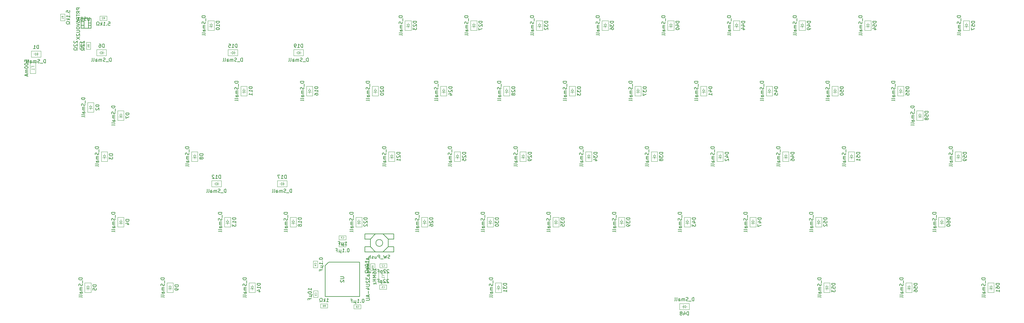
<source format=gbr>
%TF.GenerationSoftware,KiCad,Pcbnew,(5.1.10)-1*%
%TF.CreationDate,2021-08-14T15:29:17+09:00*%
%TF.ProjectId,pcb,7063622e-6b69-4636-9164-5f7063625858,rev?*%
%TF.SameCoordinates,Original*%
%TF.FileFunction,Other,Fab,Bot*%
%FSLAX46Y46*%
G04 Gerber Fmt 4.6, Leading zero omitted, Abs format (unit mm)*
G04 Created by KiCad (PCBNEW (5.1.10)-1) date 2021-08-14 15:29:17*
%MOMM*%
%LPD*%
G01*
G04 APERTURE LIST*
%ADD10C,0.100000*%
%ADD11C,0.150000*%
%ADD12C,0.105000*%
%ADD13C,0.080000*%
%ADD14C,0.120000*%
G04 APERTURE END LIST*
D10*
%TO.C,Y1*%
X130504250Y-107899000D02*
X128004250Y-107899000D01*
X128004250Y-107899000D02*
X128004250Y-104699000D01*
X128004250Y-104699000D02*
X130504250Y-104699000D01*
X130504250Y-104699000D02*
X130504250Y-107899000D01*
X129004250Y-107899000D02*
X128004250Y-106899000D01*
D11*
%TO.C,U2*%
X112475000Y-103156250D02*
X112475000Y-112156250D01*
X112475000Y-112156250D02*
X122475000Y-112156250D01*
X122475000Y-112156250D02*
X122475000Y-102156250D01*
X122475000Y-102156250D02*
X113475000Y-102156250D01*
X113475000Y-102156250D02*
X112475000Y-103156250D01*
%TO.C,U1*%
X41714000Y-33313500D02*
X42514000Y-33313500D01*
X42514000Y-32213500D02*
X41714000Y-32213500D01*
X44614000Y-33313500D02*
X43814000Y-33313500D01*
X43814000Y-32663500D02*
X44614000Y-32663500D01*
X43814000Y-34213500D02*
X43814000Y-31313500D01*
X42514000Y-31313500D02*
X42514000Y-34213500D01*
X44614000Y-31313500D02*
X41714000Y-31313500D01*
X44614000Y-34213500D02*
X44614000Y-31313500D01*
X41714000Y-34213500D02*
X44614000Y-34213500D01*
X41714000Y-31313500D02*
X41714000Y-34213500D01*
%TO.C,SW1*%
X125574750Y-95483500D02*
X127074750Y-93983500D01*
X130774750Y-95483500D02*
X129274750Y-93983500D01*
X130774750Y-97683500D02*
X129274750Y-99183500D01*
X125574750Y-97683500D02*
X127074750Y-99183500D01*
X129174750Y-96583500D02*
G75*
G03*
X129174750Y-96583500I-1000000J0D01*
G01*
X123974750Y-97683500D02*
X123974750Y-99183500D01*
X125574750Y-97683500D02*
X123974750Y-97683500D01*
X125574750Y-95483500D02*
X125574750Y-97683500D01*
X123974750Y-95483500D02*
X125574750Y-95483500D01*
X123974750Y-93983500D02*
X123974750Y-95483500D01*
X132374750Y-93983500D02*
X123974750Y-93983500D01*
X132374750Y-95483500D02*
X132374750Y-93983500D01*
X130774750Y-95483500D02*
X132374750Y-95483500D01*
X130774750Y-97683500D02*
X130774750Y-95483500D01*
X132374750Y-97683500D02*
X130774750Y-97683500D01*
X132374750Y-99183500D02*
X132374750Y-97783500D01*
X123974750Y-99183500D02*
X132374750Y-99183500D01*
D10*
%TO.C,R6*%
X111172750Y-114246500D02*
X111172750Y-115496500D01*
X111172750Y-115496500D02*
X113172750Y-115496500D01*
X113172750Y-115496500D02*
X113172750Y-114246500D01*
X113172750Y-114246500D02*
X111172750Y-114246500D01*
%TO.C,R5*%
X125644750Y-104568500D02*
X126894750Y-104568500D01*
X126894750Y-104568500D02*
X126894750Y-102568500D01*
X126894750Y-102568500D02*
X125644750Y-102568500D01*
X125644750Y-102568500D02*
X125644750Y-104568500D01*
%TO.C,R4*%
X43190000Y-40243000D02*
X44440000Y-40243000D01*
X44440000Y-40243000D02*
X44440000Y-38243000D01*
X44440000Y-38243000D02*
X43190000Y-38243000D01*
X43190000Y-38243000D02*
X43190000Y-40243000D01*
%TO.C,R3*%
X41158000Y-40219500D02*
X42408000Y-40219500D01*
X42408000Y-40219500D02*
X42408000Y-38219500D01*
X42408000Y-38219500D02*
X41158000Y-38219500D01*
X41158000Y-38219500D02*
X41158000Y-40219500D01*
%TO.C,R2*%
X49133000Y-31867000D02*
X49133000Y-30617000D01*
X49133000Y-30617000D02*
X47133000Y-30617000D01*
X47133000Y-30617000D02*
X47133000Y-31867000D01*
X47133000Y-31867000D02*
X49133000Y-31867000D01*
%TO.C,R1*%
X36947000Y-29988000D02*
X35697000Y-29988000D01*
X35697000Y-29988000D02*
X35697000Y-31988000D01*
X35697000Y-31988000D02*
X36947000Y-31988000D01*
X36947000Y-31988000D02*
X36947000Y-29988000D01*
%TO.C,F1*%
X26886000Y-47320000D02*
X28486000Y-47320000D01*
X28486000Y-47320000D02*
X28486000Y-44120000D01*
X28486000Y-44120000D02*
X26886000Y-44120000D01*
X26886000Y-44120000D02*
X26886000Y-47320000D01*
%TO.C,D61*%
X305593750Y-109287500D02*
X305593750Y-108787500D01*
X305193750Y-109287500D02*
X305593750Y-109887500D01*
X305993750Y-109287500D02*
X305193750Y-109287500D01*
X305593750Y-109887500D02*
X305993750Y-109287500D01*
X305593750Y-109887500D02*
X305043750Y-109887500D01*
X305593750Y-109887500D02*
X306143750Y-109887500D01*
X305593750Y-110287500D02*
X305593750Y-109887500D01*
X304693750Y-110937500D02*
X306493750Y-110937500D01*
X304693750Y-108137500D02*
X304693750Y-110937500D01*
X306493750Y-108137500D02*
X304693750Y-108137500D01*
X306493750Y-110937500D02*
X306493750Y-108137500D01*
%TO.C,D60*%
X291306250Y-90237500D02*
X291306250Y-89737500D01*
X290906250Y-90237500D02*
X291306250Y-90837500D01*
X291706250Y-90237500D02*
X290906250Y-90237500D01*
X291306250Y-90837500D02*
X291706250Y-90237500D01*
X291306250Y-90837500D02*
X290756250Y-90837500D01*
X291306250Y-90837500D02*
X291856250Y-90837500D01*
X291306250Y-91237500D02*
X291306250Y-90837500D01*
X290406250Y-91887500D02*
X292206250Y-91887500D01*
X290406250Y-89087500D02*
X290406250Y-91887500D01*
X292206250Y-89087500D02*
X290406250Y-89087500D01*
X292206250Y-91887500D02*
X292206250Y-89087500D01*
%TO.C,D59*%
X296068750Y-71187500D02*
X296068750Y-70687500D01*
X295668750Y-71187500D02*
X296068750Y-71787500D01*
X296468750Y-71187500D02*
X295668750Y-71187500D01*
X296068750Y-71787500D02*
X296468750Y-71187500D01*
X296068750Y-71787500D02*
X295518750Y-71787500D01*
X296068750Y-71787500D02*
X296618750Y-71787500D01*
X296068750Y-72187500D02*
X296068750Y-71787500D01*
X295168750Y-72837500D02*
X296968750Y-72837500D01*
X295168750Y-70037500D02*
X295168750Y-72837500D01*
X296968750Y-70037500D02*
X295168750Y-70037500D01*
X296968750Y-72837500D02*
X296968750Y-70037500D01*
%TO.C,D58*%
X284956250Y-59281250D02*
X284956250Y-58781250D01*
X284556250Y-59281250D02*
X284956250Y-59881250D01*
X285356250Y-59281250D02*
X284556250Y-59281250D01*
X284956250Y-59881250D02*
X285356250Y-59281250D01*
X284956250Y-59881250D02*
X284406250Y-59881250D01*
X284956250Y-59881250D02*
X285506250Y-59881250D01*
X284956250Y-60281250D02*
X284956250Y-59881250D01*
X284056250Y-60931250D02*
X285856250Y-60931250D01*
X284056250Y-58131250D02*
X284056250Y-60931250D01*
X285856250Y-58131250D02*
X284056250Y-58131250D01*
X285856250Y-60931250D02*
X285856250Y-58131250D01*
%TO.C,D57*%
X298450000Y-33087500D02*
X298450000Y-32587500D01*
X298050000Y-33087500D02*
X298450000Y-33687500D01*
X298850000Y-33087500D02*
X298050000Y-33087500D01*
X298450000Y-33687500D02*
X298850000Y-33087500D01*
X298450000Y-33687500D02*
X297900000Y-33687500D01*
X298450000Y-33687500D02*
X299000000Y-33687500D01*
X298450000Y-34087500D02*
X298450000Y-33687500D01*
X297550000Y-34737500D02*
X299350000Y-34737500D01*
X297550000Y-31937500D02*
X297550000Y-34737500D01*
X299350000Y-31937500D02*
X297550000Y-31937500D01*
X299350000Y-34737500D02*
X299350000Y-31937500D01*
%TO.C,D56*%
X281781250Y-109287500D02*
X281781250Y-108787500D01*
X281381250Y-109287500D02*
X281781250Y-109887500D01*
X282181250Y-109287500D02*
X281381250Y-109287500D01*
X281781250Y-109887500D02*
X282181250Y-109287500D01*
X281781250Y-109887500D02*
X281231250Y-109887500D01*
X281781250Y-109887500D02*
X282331250Y-109887500D01*
X281781250Y-110287500D02*
X281781250Y-109887500D01*
X280881250Y-110937500D02*
X282681250Y-110937500D01*
X280881250Y-108137500D02*
X280881250Y-110937500D01*
X282681250Y-108137500D02*
X280881250Y-108137500D01*
X282681250Y-110937500D02*
X282681250Y-108137500D01*
%TO.C,D55*%
X279400000Y-52137500D02*
X279400000Y-51637500D01*
X279000000Y-52137500D02*
X279400000Y-52737500D01*
X279800000Y-52137500D02*
X279000000Y-52137500D01*
X279400000Y-52737500D02*
X279800000Y-52137500D01*
X279400000Y-52737500D02*
X278850000Y-52737500D01*
X279400000Y-52737500D02*
X279950000Y-52737500D01*
X279400000Y-53137500D02*
X279400000Y-52737500D01*
X278500000Y-53787500D02*
X280300000Y-53787500D01*
X278500000Y-50987500D02*
X278500000Y-53787500D01*
X280300000Y-50987500D02*
X278500000Y-50987500D01*
X280300000Y-53787500D02*
X280300000Y-50987500D01*
%TO.C,D54*%
X269875000Y-33087500D02*
X269875000Y-32587500D01*
X269475000Y-33087500D02*
X269875000Y-33687500D01*
X270275000Y-33087500D02*
X269475000Y-33087500D01*
X269875000Y-33687500D02*
X270275000Y-33087500D01*
X269875000Y-33687500D02*
X269325000Y-33687500D01*
X269875000Y-33687500D02*
X270425000Y-33687500D01*
X269875000Y-34087500D02*
X269875000Y-33687500D01*
X268975000Y-34737500D02*
X270775000Y-34737500D01*
X268975000Y-31937500D02*
X268975000Y-34737500D01*
X270775000Y-31937500D02*
X268975000Y-31937500D01*
X270775000Y-34737500D02*
X270775000Y-31937500D01*
%TO.C,D53*%
X257968750Y-109287500D02*
X257968750Y-108787500D01*
X257568750Y-109287500D02*
X257968750Y-109887500D01*
X258368750Y-109287500D02*
X257568750Y-109287500D01*
X257968750Y-109887500D02*
X258368750Y-109287500D01*
X257968750Y-109887500D02*
X257418750Y-109887500D01*
X257968750Y-109887500D02*
X258518750Y-109887500D01*
X257968750Y-110287500D02*
X257968750Y-109887500D01*
X257068750Y-110937500D02*
X258868750Y-110937500D01*
X257068750Y-108137500D02*
X257068750Y-110937500D01*
X258868750Y-108137500D02*
X257068750Y-108137500D01*
X258868750Y-110937500D02*
X258868750Y-108137500D01*
%TO.C,D52*%
X255587500Y-90237500D02*
X255587500Y-89737500D01*
X255187500Y-90237500D02*
X255587500Y-90837500D01*
X255987500Y-90237500D02*
X255187500Y-90237500D01*
X255587500Y-90837500D02*
X255987500Y-90237500D01*
X255587500Y-90837500D02*
X255037500Y-90837500D01*
X255587500Y-90837500D02*
X256137500Y-90837500D01*
X255587500Y-91237500D02*
X255587500Y-90837500D01*
X254687500Y-91887500D02*
X256487500Y-91887500D01*
X254687500Y-89087500D02*
X254687500Y-91887500D01*
X256487500Y-89087500D02*
X254687500Y-89087500D01*
X256487500Y-91887500D02*
X256487500Y-89087500D01*
%TO.C,D51*%
X265112500Y-71187500D02*
X265112500Y-70687500D01*
X264712500Y-71187500D02*
X265112500Y-71787500D01*
X265512500Y-71187500D02*
X264712500Y-71187500D01*
X265112500Y-71787500D02*
X265512500Y-71187500D01*
X265112500Y-71787500D02*
X264562500Y-71787500D01*
X265112500Y-71787500D02*
X265662500Y-71787500D01*
X265112500Y-72187500D02*
X265112500Y-71787500D01*
X264212500Y-72837500D02*
X266012500Y-72837500D01*
X264212500Y-70037500D02*
X264212500Y-72837500D01*
X266012500Y-70037500D02*
X264212500Y-70037500D01*
X266012500Y-72837500D02*
X266012500Y-70037500D01*
%TO.C,D50*%
X260350000Y-52137500D02*
X260350000Y-51637500D01*
X259950000Y-52137500D02*
X260350000Y-52737500D01*
X260750000Y-52137500D02*
X259950000Y-52137500D01*
X260350000Y-52737500D02*
X260750000Y-52137500D01*
X260350000Y-52737500D02*
X259800000Y-52737500D01*
X260350000Y-52737500D02*
X260900000Y-52737500D01*
X260350000Y-53137500D02*
X260350000Y-52737500D01*
X259450000Y-53787500D02*
X261250000Y-53787500D01*
X259450000Y-50987500D02*
X259450000Y-53787500D01*
X261250000Y-50987500D02*
X259450000Y-50987500D01*
X261250000Y-53787500D02*
X261250000Y-50987500D01*
%TO.C,D49*%
X250825000Y-33087500D02*
X250825000Y-32587500D01*
X250425000Y-33087500D02*
X250825000Y-33687500D01*
X251225000Y-33087500D02*
X250425000Y-33087500D01*
X250825000Y-33687500D02*
X251225000Y-33087500D01*
X250825000Y-33687500D02*
X250275000Y-33687500D01*
X250825000Y-33687500D02*
X251375000Y-33687500D01*
X250825000Y-34087500D02*
X250825000Y-33687500D01*
X249925000Y-34737500D02*
X251725000Y-34737500D01*
X249925000Y-31937500D02*
X249925000Y-34737500D01*
X251725000Y-31937500D02*
X249925000Y-31937500D01*
X251725000Y-34737500D02*
X251725000Y-31937500D01*
%TO.C,D48*%
X216943750Y-115093750D02*
X217443750Y-115093750D01*
X216943750Y-114693750D02*
X216343750Y-115093750D01*
X216943750Y-115493750D02*
X216943750Y-114693750D01*
X216343750Y-115093750D02*
X216943750Y-115493750D01*
X216343750Y-115093750D02*
X216343750Y-114543750D01*
X216343750Y-115093750D02*
X216343750Y-115643750D01*
X215943750Y-115093750D02*
X216343750Y-115093750D01*
X215293750Y-114193750D02*
X215293750Y-115993750D01*
X218093750Y-114193750D02*
X215293750Y-114193750D01*
X218093750Y-115993750D02*
X218093750Y-114193750D01*
X215293750Y-115993750D02*
X218093750Y-115993750D01*
%TO.C,D47*%
X236537500Y-90237500D02*
X236537500Y-89737500D01*
X236137500Y-90237500D02*
X236537500Y-90837500D01*
X236937500Y-90237500D02*
X236137500Y-90237500D01*
X236537500Y-90837500D02*
X236937500Y-90237500D01*
X236537500Y-90837500D02*
X235987500Y-90837500D01*
X236537500Y-90837500D02*
X237087500Y-90837500D01*
X236537500Y-91237500D02*
X236537500Y-90837500D01*
X235637500Y-91887500D02*
X237437500Y-91887500D01*
X235637500Y-89087500D02*
X235637500Y-91887500D01*
X237437500Y-89087500D02*
X235637500Y-89087500D01*
X237437500Y-91887500D02*
X237437500Y-89087500D01*
%TO.C,D46*%
X246062500Y-71187500D02*
X246062500Y-70687500D01*
X245662500Y-71187500D02*
X246062500Y-71787500D01*
X246462500Y-71187500D02*
X245662500Y-71187500D01*
X246062500Y-71787500D02*
X246462500Y-71187500D01*
X246062500Y-71787500D02*
X245512500Y-71787500D01*
X246062500Y-71787500D02*
X246612500Y-71787500D01*
X246062500Y-72187500D02*
X246062500Y-71787500D01*
X245162500Y-72837500D02*
X246962500Y-72837500D01*
X245162500Y-70037500D02*
X245162500Y-72837500D01*
X246962500Y-70037500D02*
X245162500Y-70037500D01*
X246962500Y-72837500D02*
X246962500Y-70037500D01*
%TO.C,D45*%
X241300000Y-52137500D02*
X241300000Y-51637500D01*
X240900000Y-52137500D02*
X241300000Y-52737500D01*
X241700000Y-52137500D02*
X240900000Y-52137500D01*
X241300000Y-52737500D02*
X241700000Y-52137500D01*
X241300000Y-52737500D02*
X240750000Y-52737500D01*
X241300000Y-52737500D02*
X241850000Y-52737500D01*
X241300000Y-53137500D02*
X241300000Y-52737500D01*
X240400000Y-53787500D02*
X242200000Y-53787500D01*
X240400000Y-50987500D02*
X240400000Y-53787500D01*
X242200000Y-50987500D02*
X240400000Y-50987500D01*
X242200000Y-53787500D02*
X242200000Y-50987500D01*
%TO.C,D44*%
X231775000Y-33087500D02*
X231775000Y-32587500D01*
X231375000Y-33087500D02*
X231775000Y-33687500D01*
X232175000Y-33087500D02*
X231375000Y-33087500D01*
X231775000Y-33687500D02*
X232175000Y-33087500D01*
X231775000Y-33687500D02*
X231225000Y-33687500D01*
X231775000Y-33687500D02*
X232325000Y-33687500D01*
X231775000Y-34087500D02*
X231775000Y-33687500D01*
X230875000Y-34737500D02*
X232675000Y-34737500D01*
X230875000Y-31937500D02*
X230875000Y-34737500D01*
X232675000Y-31937500D02*
X230875000Y-31937500D01*
X232675000Y-34737500D02*
X232675000Y-31937500D01*
%TO.C,D43*%
X217487500Y-90237500D02*
X217487500Y-89737500D01*
X217087500Y-90237500D02*
X217487500Y-90837500D01*
X217887500Y-90237500D02*
X217087500Y-90237500D01*
X217487500Y-90837500D02*
X217887500Y-90237500D01*
X217487500Y-90837500D02*
X216937500Y-90837500D01*
X217487500Y-90837500D02*
X218037500Y-90837500D01*
X217487500Y-91237500D02*
X217487500Y-90837500D01*
X216587500Y-91887500D02*
X218387500Y-91887500D01*
X216587500Y-89087500D02*
X216587500Y-91887500D01*
X218387500Y-89087500D02*
X216587500Y-89087500D01*
X218387500Y-91887500D02*
X218387500Y-89087500D01*
%TO.C,D42*%
X227012500Y-71187500D02*
X227012500Y-70687500D01*
X226612500Y-71187500D02*
X227012500Y-71787500D01*
X227412500Y-71187500D02*
X226612500Y-71187500D01*
X227012500Y-71787500D02*
X227412500Y-71187500D01*
X227012500Y-71787500D02*
X226462500Y-71787500D01*
X227012500Y-71787500D02*
X227562500Y-71787500D01*
X227012500Y-72187500D02*
X227012500Y-71787500D01*
X226112500Y-72837500D02*
X227912500Y-72837500D01*
X226112500Y-70037500D02*
X226112500Y-72837500D01*
X227912500Y-70037500D02*
X226112500Y-70037500D01*
X227912500Y-72837500D02*
X227912500Y-70037500D01*
%TO.C,D41*%
X222250000Y-52137500D02*
X222250000Y-51637500D01*
X221850000Y-52137500D02*
X222250000Y-52737500D01*
X222650000Y-52137500D02*
X221850000Y-52137500D01*
X222250000Y-52737500D02*
X222650000Y-52137500D01*
X222250000Y-52737500D02*
X221700000Y-52737500D01*
X222250000Y-52737500D02*
X222800000Y-52737500D01*
X222250000Y-53137500D02*
X222250000Y-52737500D01*
X221350000Y-53787500D02*
X223150000Y-53787500D01*
X221350000Y-50987500D02*
X221350000Y-53787500D01*
X223150000Y-50987500D02*
X221350000Y-50987500D01*
X223150000Y-53787500D02*
X223150000Y-50987500D01*
%TO.C,D40*%
X212725000Y-33087500D02*
X212725000Y-32587500D01*
X212325000Y-33087500D02*
X212725000Y-33687500D01*
X213125000Y-33087500D02*
X212325000Y-33087500D01*
X212725000Y-33687500D02*
X213125000Y-33087500D01*
X212725000Y-33687500D02*
X212175000Y-33687500D01*
X212725000Y-33687500D02*
X213275000Y-33687500D01*
X212725000Y-34087500D02*
X212725000Y-33687500D01*
X211825000Y-34737500D02*
X213625000Y-34737500D01*
X211825000Y-31937500D02*
X211825000Y-34737500D01*
X213625000Y-31937500D02*
X211825000Y-31937500D01*
X213625000Y-34737500D02*
X213625000Y-31937500D01*
%TO.C,D39*%
X198437500Y-90237500D02*
X198437500Y-89737500D01*
X198037500Y-90237500D02*
X198437500Y-90837500D01*
X198837500Y-90237500D02*
X198037500Y-90237500D01*
X198437500Y-90837500D02*
X198837500Y-90237500D01*
X198437500Y-90837500D02*
X197887500Y-90837500D01*
X198437500Y-90837500D02*
X198987500Y-90837500D01*
X198437500Y-91237500D02*
X198437500Y-90837500D01*
X197537500Y-91887500D02*
X199337500Y-91887500D01*
X197537500Y-89087500D02*
X197537500Y-91887500D01*
X199337500Y-89087500D02*
X197537500Y-89087500D01*
X199337500Y-91887500D02*
X199337500Y-89087500D01*
%TO.C,D38*%
X207962500Y-71187500D02*
X207962500Y-70687500D01*
X207562500Y-71187500D02*
X207962500Y-71787500D01*
X208362500Y-71187500D02*
X207562500Y-71187500D01*
X207962500Y-71787500D02*
X208362500Y-71187500D01*
X207962500Y-71787500D02*
X207412500Y-71787500D01*
X207962500Y-71787500D02*
X208512500Y-71787500D01*
X207962500Y-72187500D02*
X207962500Y-71787500D01*
X207062500Y-72837500D02*
X208862500Y-72837500D01*
X207062500Y-70037500D02*
X207062500Y-72837500D01*
X208862500Y-70037500D02*
X207062500Y-70037500D01*
X208862500Y-72837500D02*
X208862500Y-70037500D01*
%TO.C,D37*%
X203200000Y-52137500D02*
X203200000Y-51637500D01*
X202800000Y-52137500D02*
X203200000Y-52737500D01*
X203600000Y-52137500D02*
X202800000Y-52137500D01*
X203200000Y-52737500D02*
X203600000Y-52137500D01*
X203200000Y-52737500D02*
X202650000Y-52737500D01*
X203200000Y-52737500D02*
X203750000Y-52737500D01*
X203200000Y-53137500D02*
X203200000Y-52737500D01*
X202300000Y-53787500D02*
X204100000Y-53787500D01*
X202300000Y-50987500D02*
X202300000Y-53787500D01*
X204100000Y-50987500D02*
X202300000Y-50987500D01*
X204100000Y-53787500D02*
X204100000Y-50987500D01*
%TO.C,D36*%
X193675000Y-33087500D02*
X193675000Y-32587500D01*
X193275000Y-33087500D02*
X193675000Y-33687500D01*
X194075000Y-33087500D02*
X193275000Y-33087500D01*
X193675000Y-33687500D02*
X194075000Y-33087500D01*
X193675000Y-33687500D02*
X193125000Y-33687500D01*
X193675000Y-33687500D02*
X194225000Y-33687500D01*
X193675000Y-34087500D02*
X193675000Y-33687500D01*
X192775000Y-34737500D02*
X194575000Y-34737500D01*
X192775000Y-31937500D02*
X192775000Y-34737500D01*
X194575000Y-31937500D02*
X192775000Y-31937500D01*
X194575000Y-34737500D02*
X194575000Y-31937500D01*
%TO.C,D35*%
X179387500Y-90237500D02*
X179387500Y-89737500D01*
X178987500Y-90237500D02*
X179387500Y-90837500D01*
X179787500Y-90237500D02*
X178987500Y-90237500D01*
X179387500Y-90837500D02*
X179787500Y-90237500D01*
X179387500Y-90837500D02*
X178837500Y-90837500D01*
X179387500Y-90837500D02*
X179937500Y-90837500D01*
X179387500Y-91237500D02*
X179387500Y-90837500D01*
X178487500Y-91887500D02*
X180287500Y-91887500D01*
X178487500Y-89087500D02*
X178487500Y-91887500D01*
X180287500Y-89087500D02*
X178487500Y-89087500D01*
X180287500Y-91887500D02*
X180287500Y-89087500D01*
%TO.C,D34*%
X188912500Y-71187500D02*
X188912500Y-70687500D01*
X188512500Y-71187500D02*
X188912500Y-71787500D01*
X189312500Y-71187500D02*
X188512500Y-71187500D01*
X188912500Y-71787500D02*
X189312500Y-71187500D01*
X188912500Y-71787500D02*
X188362500Y-71787500D01*
X188912500Y-71787500D02*
X189462500Y-71787500D01*
X188912500Y-72187500D02*
X188912500Y-71787500D01*
X188012500Y-72837500D02*
X189812500Y-72837500D01*
X188012500Y-70037500D02*
X188012500Y-72837500D01*
X189812500Y-70037500D02*
X188012500Y-70037500D01*
X189812500Y-72837500D02*
X189812500Y-70037500D01*
%TO.C,D33*%
X184150000Y-52137500D02*
X184150000Y-51637500D01*
X183750000Y-52137500D02*
X184150000Y-52737500D01*
X184550000Y-52137500D02*
X183750000Y-52137500D01*
X184150000Y-52737500D02*
X184550000Y-52137500D01*
X184150000Y-52737500D02*
X183600000Y-52737500D01*
X184150000Y-52737500D02*
X184700000Y-52737500D01*
X184150000Y-53137500D02*
X184150000Y-52737500D01*
X183250000Y-53787500D02*
X185050000Y-53787500D01*
X183250000Y-50987500D02*
X183250000Y-53787500D01*
X185050000Y-50987500D02*
X183250000Y-50987500D01*
X185050000Y-53787500D02*
X185050000Y-50987500D01*
%TO.C,D32*%
X174625000Y-33087500D02*
X174625000Y-32587500D01*
X174225000Y-33087500D02*
X174625000Y-33687500D01*
X175025000Y-33087500D02*
X174225000Y-33087500D01*
X174625000Y-33687500D02*
X175025000Y-33087500D01*
X174625000Y-33687500D02*
X174075000Y-33687500D01*
X174625000Y-33687500D02*
X175175000Y-33687500D01*
X174625000Y-34087500D02*
X174625000Y-33687500D01*
X173725000Y-34737500D02*
X175525000Y-34737500D01*
X173725000Y-31937500D02*
X173725000Y-34737500D01*
X175525000Y-31937500D02*
X173725000Y-31937500D01*
X175525000Y-34737500D02*
X175525000Y-31937500D01*
%TO.C,D31*%
X162718750Y-109287500D02*
X162718750Y-108787500D01*
X162318750Y-109287500D02*
X162718750Y-109887500D01*
X163118750Y-109287500D02*
X162318750Y-109287500D01*
X162718750Y-109887500D02*
X163118750Y-109287500D01*
X162718750Y-109887500D02*
X162168750Y-109887500D01*
X162718750Y-109887500D02*
X163268750Y-109887500D01*
X162718750Y-110287500D02*
X162718750Y-109887500D01*
X161818750Y-110937500D02*
X163618750Y-110937500D01*
X161818750Y-108137500D02*
X161818750Y-110937500D01*
X163618750Y-108137500D02*
X161818750Y-108137500D01*
X163618750Y-110937500D02*
X163618750Y-108137500D01*
%TO.C,D30*%
X160337500Y-90237500D02*
X160337500Y-89737500D01*
X159937500Y-90237500D02*
X160337500Y-90837500D01*
X160737500Y-90237500D02*
X159937500Y-90237500D01*
X160337500Y-90837500D02*
X160737500Y-90237500D01*
X160337500Y-90837500D02*
X159787500Y-90837500D01*
X160337500Y-90837500D02*
X160887500Y-90837500D01*
X160337500Y-91237500D02*
X160337500Y-90837500D01*
X159437500Y-91887500D02*
X161237500Y-91887500D01*
X159437500Y-89087500D02*
X159437500Y-91887500D01*
X161237500Y-89087500D02*
X159437500Y-89087500D01*
X161237500Y-91887500D02*
X161237500Y-89087500D01*
%TO.C,D29*%
X169862500Y-71187500D02*
X169862500Y-70687500D01*
X169462500Y-71187500D02*
X169862500Y-71787500D01*
X170262500Y-71187500D02*
X169462500Y-71187500D01*
X169862500Y-71787500D02*
X170262500Y-71187500D01*
X169862500Y-71787500D02*
X169312500Y-71787500D01*
X169862500Y-71787500D02*
X170412500Y-71787500D01*
X169862500Y-72187500D02*
X169862500Y-71787500D01*
X168962500Y-72837500D02*
X170762500Y-72837500D01*
X168962500Y-70037500D02*
X168962500Y-72837500D01*
X170762500Y-70037500D02*
X168962500Y-70037500D01*
X170762500Y-72837500D02*
X170762500Y-70037500D01*
%TO.C,D28*%
X165100000Y-52137500D02*
X165100000Y-51637500D01*
X164700000Y-52137500D02*
X165100000Y-52737500D01*
X165500000Y-52137500D02*
X164700000Y-52137500D01*
X165100000Y-52737500D02*
X165500000Y-52137500D01*
X165100000Y-52737500D02*
X164550000Y-52737500D01*
X165100000Y-52737500D02*
X165650000Y-52737500D01*
X165100000Y-53137500D02*
X165100000Y-52737500D01*
X164200000Y-53787500D02*
X166000000Y-53787500D01*
X164200000Y-50987500D02*
X164200000Y-53787500D01*
X166000000Y-50987500D02*
X164200000Y-50987500D01*
X166000000Y-53787500D02*
X166000000Y-50987500D01*
%TO.C,D27*%
X155575000Y-33087500D02*
X155575000Y-32587500D01*
X155175000Y-33087500D02*
X155575000Y-33687500D01*
X155975000Y-33087500D02*
X155175000Y-33087500D01*
X155575000Y-33687500D02*
X155975000Y-33087500D01*
X155575000Y-33687500D02*
X155025000Y-33687500D01*
X155575000Y-33687500D02*
X156125000Y-33687500D01*
X155575000Y-34087500D02*
X155575000Y-33687500D01*
X154675000Y-34737500D02*
X156475000Y-34737500D01*
X154675000Y-31937500D02*
X154675000Y-34737500D01*
X156475000Y-31937500D02*
X154675000Y-31937500D01*
X156475000Y-34737500D02*
X156475000Y-31937500D01*
%TO.C,D26*%
X141287500Y-90237500D02*
X141287500Y-89737500D01*
X140887500Y-90237500D02*
X141287500Y-90837500D01*
X141687500Y-90237500D02*
X140887500Y-90237500D01*
X141287500Y-90837500D02*
X141687500Y-90237500D01*
X141287500Y-90837500D02*
X140737500Y-90837500D01*
X141287500Y-90837500D02*
X141837500Y-90837500D01*
X141287500Y-91237500D02*
X141287500Y-90837500D01*
X140387500Y-91887500D02*
X142187500Y-91887500D01*
X140387500Y-89087500D02*
X140387500Y-91887500D01*
X142187500Y-89087500D02*
X140387500Y-89087500D01*
X142187500Y-91887500D02*
X142187500Y-89087500D01*
%TO.C,D25*%
X150812500Y-71187500D02*
X150812500Y-70687500D01*
X150412500Y-71187500D02*
X150812500Y-71787500D01*
X151212500Y-71187500D02*
X150412500Y-71187500D01*
X150812500Y-71787500D02*
X151212500Y-71187500D01*
X150812500Y-71787500D02*
X150262500Y-71787500D01*
X150812500Y-71787500D02*
X151362500Y-71787500D01*
X150812500Y-72187500D02*
X150812500Y-71787500D01*
X149912500Y-72837500D02*
X151712500Y-72837500D01*
X149912500Y-70037500D02*
X149912500Y-72837500D01*
X151712500Y-70037500D02*
X149912500Y-70037500D01*
X151712500Y-72837500D02*
X151712500Y-70037500D01*
%TO.C,D24*%
X146843750Y-52137500D02*
X146843750Y-51637500D01*
X146443750Y-52137500D02*
X146843750Y-52737500D01*
X147243750Y-52137500D02*
X146443750Y-52137500D01*
X146843750Y-52737500D02*
X147243750Y-52137500D01*
X146843750Y-52737500D02*
X146293750Y-52737500D01*
X146843750Y-52737500D02*
X147393750Y-52737500D01*
X146843750Y-53137500D02*
X146843750Y-52737500D01*
X145943750Y-53787500D02*
X147743750Y-53787500D01*
X145943750Y-50987500D02*
X145943750Y-53787500D01*
X147743750Y-50987500D02*
X145943750Y-50987500D01*
X147743750Y-53787500D02*
X147743750Y-50987500D01*
%TO.C,D23*%
X136525000Y-33087500D02*
X136525000Y-32587500D01*
X136125000Y-33087500D02*
X136525000Y-33687500D01*
X136925000Y-33087500D02*
X136125000Y-33087500D01*
X136525000Y-33687500D02*
X136925000Y-33087500D01*
X136525000Y-33687500D02*
X135975000Y-33687500D01*
X136525000Y-33687500D02*
X137075000Y-33687500D01*
X136525000Y-34087500D02*
X136525000Y-33687500D01*
X135625000Y-34737500D02*
X137425000Y-34737500D01*
X135625000Y-31937500D02*
X135625000Y-34737500D01*
X137425000Y-31937500D02*
X135625000Y-31937500D01*
X137425000Y-34737500D02*
X137425000Y-31937500D01*
%TO.C,D22*%
X122237500Y-90237500D02*
X122237500Y-89737500D01*
X121837500Y-90237500D02*
X122237500Y-90837500D01*
X122637500Y-90237500D02*
X121837500Y-90237500D01*
X122237500Y-90837500D02*
X122637500Y-90237500D01*
X122237500Y-90837500D02*
X121687500Y-90837500D01*
X122237500Y-90837500D02*
X122787500Y-90837500D01*
X122237500Y-91237500D02*
X122237500Y-90837500D01*
X121337500Y-91887500D02*
X123137500Y-91887500D01*
X121337500Y-89087500D02*
X121337500Y-91887500D01*
X123137500Y-89087500D02*
X121337500Y-89087500D01*
X123137500Y-91887500D02*
X123137500Y-89087500D01*
%TO.C,D21*%
X131762500Y-71187500D02*
X131762500Y-70687500D01*
X131362500Y-71187500D02*
X131762500Y-71787500D01*
X132162500Y-71187500D02*
X131362500Y-71187500D01*
X131762500Y-71787500D02*
X132162500Y-71187500D01*
X131762500Y-71787500D02*
X131212500Y-71787500D01*
X131762500Y-71787500D02*
X132312500Y-71787500D01*
X131762500Y-72187500D02*
X131762500Y-71787500D01*
X130862500Y-72837500D02*
X132662500Y-72837500D01*
X130862500Y-70037500D02*
X130862500Y-72837500D01*
X132662500Y-70037500D02*
X130862500Y-70037500D01*
X132662500Y-72837500D02*
X132662500Y-70037500D01*
%TO.C,D20*%
X127000000Y-52137500D02*
X127000000Y-51637500D01*
X126600000Y-52137500D02*
X127000000Y-52737500D01*
X127400000Y-52137500D02*
X126600000Y-52137500D01*
X127000000Y-52737500D02*
X127400000Y-52137500D01*
X127000000Y-52737500D02*
X126450000Y-52737500D01*
X127000000Y-52737500D02*
X127550000Y-52737500D01*
X127000000Y-53137500D02*
X127000000Y-52737500D01*
X126100000Y-53787500D02*
X127900000Y-53787500D01*
X126100000Y-50987500D02*
X126100000Y-53787500D01*
X127900000Y-50987500D02*
X126100000Y-50987500D01*
X127900000Y-53787500D02*
X127900000Y-50987500D01*
%TO.C,D19*%
X104525000Y-41275000D02*
X104025000Y-41275000D01*
X104525000Y-41675000D02*
X105125000Y-41275000D01*
X104525000Y-40875000D02*
X104525000Y-41675000D01*
X105125000Y-41275000D02*
X104525000Y-40875000D01*
X105125000Y-41275000D02*
X105125000Y-41825000D01*
X105125000Y-41275000D02*
X105125000Y-40725000D01*
X105525000Y-41275000D02*
X105125000Y-41275000D01*
X106175000Y-42175000D02*
X106175000Y-40375000D01*
X103375000Y-42175000D02*
X106175000Y-42175000D01*
X103375000Y-40375000D02*
X103375000Y-42175000D01*
X106175000Y-40375000D02*
X103375000Y-40375000D01*
%TO.C,D18*%
X103187500Y-90237500D02*
X103187500Y-89737500D01*
X102787500Y-90237500D02*
X103187500Y-90837500D01*
X103587500Y-90237500D02*
X102787500Y-90237500D01*
X103187500Y-90837500D02*
X103587500Y-90237500D01*
X103187500Y-90837500D02*
X102637500Y-90837500D01*
X103187500Y-90837500D02*
X103737500Y-90837500D01*
X103187500Y-91237500D02*
X103187500Y-90837500D01*
X102287500Y-91887500D02*
X104087500Y-91887500D01*
X102287500Y-89087500D02*
X102287500Y-91887500D01*
X104087500Y-89087500D02*
X102287500Y-89087500D01*
X104087500Y-91887500D02*
X104087500Y-89087500D01*
%TO.C,D17*%
X99762500Y-79375000D02*
X99262500Y-79375000D01*
X99762500Y-79775000D02*
X100362500Y-79375000D01*
X99762500Y-78975000D02*
X99762500Y-79775000D01*
X100362500Y-79375000D02*
X99762500Y-78975000D01*
X100362500Y-79375000D02*
X100362500Y-79925000D01*
X100362500Y-79375000D02*
X100362500Y-78825000D01*
X100762500Y-79375000D02*
X100362500Y-79375000D01*
X101412500Y-80275000D02*
X101412500Y-78475000D01*
X98612500Y-80275000D02*
X101412500Y-80275000D01*
X98612500Y-78475000D02*
X98612500Y-80275000D01*
X101412500Y-78475000D02*
X98612500Y-78475000D01*
%TO.C,D16*%
X107950000Y-52137500D02*
X107950000Y-51637500D01*
X107550000Y-52137500D02*
X107950000Y-52737500D01*
X108350000Y-52137500D02*
X107550000Y-52137500D01*
X107950000Y-52737500D02*
X108350000Y-52137500D01*
X107950000Y-52737500D02*
X107400000Y-52737500D01*
X107950000Y-52737500D02*
X108500000Y-52737500D01*
X107950000Y-53137500D02*
X107950000Y-52737500D01*
X107050000Y-53787500D02*
X108850000Y-53787500D01*
X107050000Y-50987500D02*
X107050000Y-53787500D01*
X108850000Y-50987500D02*
X107050000Y-50987500D01*
X108850000Y-53787500D02*
X108850000Y-50987500D01*
%TO.C,D15*%
X85475000Y-41275000D02*
X84975000Y-41275000D01*
X85475000Y-41675000D02*
X86075000Y-41275000D01*
X85475000Y-40875000D02*
X85475000Y-41675000D01*
X86075000Y-41275000D02*
X85475000Y-40875000D01*
X86075000Y-41275000D02*
X86075000Y-41825000D01*
X86075000Y-41275000D02*
X86075000Y-40725000D01*
X86475000Y-41275000D02*
X86075000Y-41275000D01*
X87125000Y-42175000D02*
X87125000Y-40375000D01*
X84325000Y-42175000D02*
X87125000Y-42175000D01*
X84325000Y-40375000D02*
X84325000Y-42175000D01*
X87125000Y-40375000D02*
X84325000Y-40375000D01*
%TO.C,D14*%
X91281250Y-109287500D02*
X91281250Y-108787500D01*
X90881250Y-109287500D02*
X91281250Y-109887500D01*
X91681250Y-109287500D02*
X90881250Y-109287500D01*
X91281250Y-109887500D02*
X91681250Y-109287500D01*
X91281250Y-109887500D02*
X90731250Y-109887500D01*
X91281250Y-109887500D02*
X91831250Y-109887500D01*
X91281250Y-110287500D02*
X91281250Y-109887500D01*
X90381250Y-110937500D02*
X92181250Y-110937500D01*
X90381250Y-108137500D02*
X90381250Y-110937500D01*
X92181250Y-108137500D02*
X90381250Y-108137500D01*
X92181250Y-110937500D02*
X92181250Y-108137500D01*
%TO.C,D13*%
X84137500Y-90237500D02*
X84137500Y-89737500D01*
X83737500Y-90237500D02*
X84137500Y-90837500D01*
X84537500Y-90237500D02*
X83737500Y-90237500D01*
X84137500Y-90837500D02*
X84537500Y-90237500D01*
X84137500Y-90837500D02*
X83587500Y-90837500D01*
X84137500Y-90837500D02*
X84687500Y-90837500D01*
X84137500Y-91237500D02*
X84137500Y-90837500D01*
X83237500Y-91887500D02*
X85037500Y-91887500D01*
X83237500Y-89087500D02*
X83237500Y-91887500D01*
X85037500Y-89087500D02*
X83237500Y-89087500D01*
X85037500Y-91887500D02*
X85037500Y-89087500D01*
%TO.C,D12*%
X80712500Y-79375000D02*
X80212500Y-79375000D01*
X80712500Y-79775000D02*
X81312500Y-79375000D01*
X80712500Y-78975000D02*
X80712500Y-79775000D01*
X81312500Y-79375000D02*
X80712500Y-78975000D01*
X81312500Y-79375000D02*
X81312500Y-79925000D01*
X81312500Y-79375000D02*
X81312500Y-78825000D01*
X81712500Y-79375000D02*
X81312500Y-79375000D01*
X82362500Y-80275000D02*
X82362500Y-78475000D01*
X79562500Y-80275000D02*
X82362500Y-80275000D01*
X79562500Y-78475000D02*
X79562500Y-80275000D01*
X82362500Y-78475000D02*
X79562500Y-78475000D01*
%TO.C,D11*%
X88900000Y-52137500D02*
X88900000Y-51637500D01*
X88500000Y-52137500D02*
X88900000Y-52737500D01*
X89300000Y-52137500D02*
X88500000Y-52137500D01*
X88900000Y-52737500D02*
X89300000Y-52137500D01*
X88900000Y-52737500D02*
X88350000Y-52737500D01*
X88900000Y-52737500D02*
X89450000Y-52737500D01*
X88900000Y-53137500D02*
X88900000Y-52737500D01*
X88000000Y-53787500D02*
X89800000Y-53787500D01*
X88000000Y-50987500D02*
X88000000Y-53787500D01*
X89800000Y-50987500D02*
X88000000Y-50987500D01*
X89800000Y-53787500D02*
X89800000Y-50987500D01*
%TO.C,D10*%
X79375000Y-33087500D02*
X79375000Y-32587500D01*
X78975000Y-33087500D02*
X79375000Y-33687500D01*
X79775000Y-33087500D02*
X78975000Y-33087500D01*
X79375000Y-33687500D02*
X79775000Y-33087500D01*
X79375000Y-33687500D02*
X78825000Y-33687500D01*
X79375000Y-33687500D02*
X79925000Y-33687500D01*
X79375000Y-34087500D02*
X79375000Y-33687500D01*
X78475000Y-34737500D02*
X80275000Y-34737500D01*
X78475000Y-31937500D02*
X78475000Y-34737500D01*
X80275000Y-31937500D02*
X78475000Y-31937500D01*
X80275000Y-34737500D02*
X80275000Y-31937500D01*
%TO.C,D9*%
X67468750Y-109287500D02*
X67468750Y-108787500D01*
X67068750Y-109287500D02*
X67468750Y-109887500D01*
X67868750Y-109287500D02*
X67068750Y-109287500D01*
X67468750Y-109887500D02*
X67868750Y-109287500D01*
X67468750Y-109887500D02*
X66918750Y-109887500D01*
X67468750Y-109887500D02*
X68018750Y-109887500D01*
X67468750Y-110287500D02*
X67468750Y-109887500D01*
X66568750Y-110937500D02*
X68368750Y-110937500D01*
X66568750Y-108137500D02*
X66568750Y-110937500D01*
X68368750Y-108137500D02*
X66568750Y-108137500D01*
X68368750Y-110937500D02*
X68368750Y-108137500D01*
%TO.C,D8*%
X74612500Y-71187500D02*
X74612500Y-70687500D01*
X74212500Y-71187500D02*
X74612500Y-71787500D01*
X75012500Y-71187500D02*
X74212500Y-71187500D01*
X74612500Y-71787500D02*
X75012500Y-71187500D01*
X74612500Y-71787500D02*
X74062500Y-71787500D01*
X74612500Y-71787500D02*
X75162500Y-71787500D01*
X74612500Y-72187500D02*
X74612500Y-71787500D01*
X73712500Y-72837500D02*
X75512500Y-72837500D01*
X73712500Y-70037500D02*
X73712500Y-72837500D01*
X75512500Y-70037500D02*
X73712500Y-70037500D01*
X75512500Y-72837500D02*
X75512500Y-70037500D01*
%TO.C,D7*%
X53181250Y-59281250D02*
X53181250Y-58781250D01*
X52781250Y-59281250D02*
X53181250Y-59881250D01*
X53581250Y-59281250D02*
X52781250Y-59281250D01*
X53181250Y-59881250D02*
X53581250Y-59281250D01*
X53181250Y-59881250D02*
X52631250Y-59881250D01*
X53181250Y-59881250D02*
X53731250Y-59881250D01*
X53181250Y-60281250D02*
X53181250Y-59881250D01*
X52281250Y-60931250D02*
X54081250Y-60931250D01*
X52281250Y-58131250D02*
X52281250Y-60931250D01*
X54081250Y-58131250D02*
X52281250Y-58131250D01*
X54081250Y-60931250D02*
X54081250Y-58131250D01*
%TO.C,D6*%
X47375000Y-41275000D02*
X46875000Y-41275000D01*
X47375000Y-41675000D02*
X47975000Y-41275000D01*
X47375000Y-40875000D02*
X47375000Y-41675000D01*
X47975000Y-41275000D02*
X47375000Y-40875000D01*
X47975000Y-41275000D02*
X47975000Y-41825000D01*
X47975000Y-41275000D02*
X47975000Y-40725000D01*
X48375000Y-41275000D02*
X47975000Y-41275000D01*
X49025000Y-42175000D02*
X49025000Y-40375000D01*
X46225000Y-42175000D02*
X49025000Y-42175000D01*
X46225000Y-40375000D02*
X46225000Y-42175000D01*
X49025000Y-40375000D02*
X46225000Y-40375000D01*
%TO.C,D5*%
X43656250Y-109287500D02*
X43656250Y-108787500D01*
X43256250Y-109287500D02*
X43656250Y-109887500D01*
X44056250Y-109287500D02*
X43256250Y-109287500D01*
X43656250Y-109887500D02*
X44056250Y-109287500D01*
X43656250Y-109887500D02*
X43106250Y-109887500D01*
X43656250Y-109887500D02*
X44206250Y-109887500D01*
X43656250Y-110287500D02*
X43656250Y-109887500D01*
X42756250Y-110937500D02*
X44556250Y-110937500D01*
X42756250Y-108137500D02*
X42756250Y-110937500D01*
X44556250Y-108137500D02*
X42756250Y-108137500D01*
X44556250Y-110937500D02*
X44556250Y-108137500D01*
%TO.C,D4*%
X53181250Y-90237500D02*
X53181250Y-89737500D01*
X52781250Y-90237500D02*
X53181250Y-90837500D01*
X53581250Y-90237500D02*
X52781250Y-90237500D01*
X53181250Y-90837500D02*
X53581250Y-90237500D01*
X53181250Y-90837500D02*
X52631250Y-90837500D01*
X53181250Y-90837500D02*
X53731250Y-90837500D01*
X53181250Y-91237500D02*
X53181250Y-90837500D01*
X52281250Y-91887500D02*
X54081250Y-91887500D01*
X52281250Y-89087500D02*
X52281250Y-91887500D01*
X54081250Y-89087500D02*
X52281250Y-89087500D01*
X54081250Y-91887500D02*
X54081250Y-89087500D01*
%TO.C,D3*%
X48418750Y-71187500D02*
X48418750Y-70687500D01*
X48018750Y-71187500D02*
X48418750Y-71787500D01*
X48818750Y-71187500D02*
X48018750Y-71187500D01*
X48418750Y-71787500D02*
X48818750Y-71187500D01*
X48418750Y-71787500D02*
X47868750Y-71787500D01*
X48418750Y-71787500D02*
X48968750Y-71787500D01*
X48418750Y-72187500D02*
X48418750Y-71787500D01*
X47518750Y-72837500D02*
X49318750Y-72837500D01*
X47518750Y-70037500D02*
X47518750Y-72837500D01*
X49318750Y-70037500D02*
X47518750Y-70037500D01*
X49318750Y-72837500D02*
X49318750Y-70037500D01*
%TO.C,D2*%
X44450000Y-56900000D02*
X44450000Y-56400000D01*
X44050000Y-56900000D02*
X44450000Y-57500000D01*
X44850000Y-56900000D02*
X44050000Y-56900000D01*
X44450000Y-57500000D02*
X44850000Y-56900000D01*
X44450000Y-57500000D02*
X43900000Y-57500000D01*
X44450000Y-57500000D02*
X45000000Y-57500000D01*
X44450000Y-57900000D02*
X44450000Y-57500000D01*
X43550000Y-58550000D02*
X45350000Y-58550000D01*
X43550000Y-55750000D02*
X43550000Y-58550000D01*
X45350000Y-55750000D02*
X43550000Y-55750000D01*
X45350000Y-58550000D02*
X45350000Y-55750000D01*
%TO.C,D1*%
X28387500Y-41656000D02*
X27887500Y-41656000D01*
X28387500Y-42056000D02*
X28987500Y-41656000D01*
X28387500Y-41256000D02*
X28387500Y-42056000D01*
X28987500Y-41656000D02*
X28387500Y-41256000D01*
X28987500Y-41656000D02*
X28987500Y-42206000D01*
X28987500Y-41656000D02*
X28987500Y-41106000D01*
X29387500Y-41656000D02*
X28987500Y-41656000D01*
X30037500Y-42556000D02*
X30037500Y-40756000D01*
X27237500Y-42556000D02*
X30037500Y-42556000D01*
X27237500Y-40756000D02*
X27237500Y-42556000D01*
X30037500Y-40756000D02*
X27237500Y-40756000D01*
%TO.C,C7*%
X118506750Y-95684500D02*
X118506750Y-94434500D01*
X118506750Y-94434500D02*
X116506750Y-94434500D01*
X116506750Y-94434500D02*
X116506750Y-95684500D01*
X116506750Y-95684500D02*
X118506750Y-95684500D01*
%TO.C,C6*%
X120824750Y-114500500D02*
X120824750Y-115750500D01*
X120824750Y-115750500D02*
X122824750Y-115750500D01*
X122824750Y-115750500D02*
X122824750Y-114500500D01*
X122824750Y-114500500D02*
X120824750Y-114500500D01*
%TO.C,C5*%
X118506750Y-97716500D02*
X118506750Y-96466500D01*
X118506750Y-96466500D02*
X116506750Y-96466500D01*
X116506750Y-96466500D02*
X116506750Y-97716500D01*
X116506750Y-97716500D02*
X118506750Y-97716500D01*
%TO.C,C4*%
X110257750Y-101806500D02*
X109007750Y-101806500D01*
X109007750Y-101806500D02*
X109007750Y-103806500D01*
X109007750Y-103806500D02*
X110257750Y-103806500D01*
X110257750Y-103806500D02*
X110257750Y-101806500D01*
%TO.C,C3*%
X109134750Y-112442500D02*
X110384750Y-112442500D01*
X110384750Y-112442500D02*
X110384750Y-110442500D01*
X110384750Y-110442500D02*
X109134750Y-110442500D01*
X109134750Y-110442500D02*
X109134750Y-112442500D01*
%TO.C,C2*%
X130317750Y-103812500D02*
X130317750Y-102562500D01*
X130317750Y-102562500D02*
X128317750Y-102562500D01*
X128317750Y-102562500D02*
X128317750Y-103812500D01*
X128317750Y-103812500D02*
X130317750Y-103812500D01*
%TO.C,C1*%
X128254250Y-108785500D02*
X128254250Y-110035500D01*
X128254250Y-110035500D02*
X130254250Y-110035500D01*
X130254250Y-110035500D02*
X130254250Y-108785500D01*
X130254250Y-108785500D02*
X128254250Y-108785500D01*
%TD*%
%TO.C,Y1*%
D11*
X127256630Y-104608523D02*
X127256630Y-104037095D01*
X127256630Y-104322809D02*
X126256630Y-104322809D01*
X126399488Y-104227571D01*
X126494726Y-104132333D01*
X126542345Y-104037095D01*
X126256630Y-105465666D02*
X126256630Y-105275190D01*
X126304250Y-105179952D01*
X126351869Y-105132333D01*
X126494726Y-105037095D01*
X126685202Y-104989476D01*
X127066154Y-104989476D01*
X127161392Y-105037095D01*
X127209011Y-105084714D01*
X127256630Y-105179952D01*
X127256630Y-105370428D01*
X127209011Y-105465666D01*
X127161392Y-105513285D01*
X127066154Y-105560904D01*
X126828059Y-105560904D01*
X126732821Y-105513285D01*
X126685202Y-105465666D01*
X126637583Y-105370428D01*
X126637583Y-105179952D01*
X126685202Y-105084714D01*
X126732821Y-105037095D01*
X126828059Y-104989476D01*
X127256630Y-105989476D02*
X126256630Y-105989476D01*
X126970916Y-106322809D01*
X126256630Y-106656142D01*
X127256630Y-106656142D01*
X127256630Y-107132333D02*
X126256630Y-107132333D01*
X126732821Y-107132333D02*
X126732821Y-107703761D01*
X127256630Y-107703761D02*
X126256630Y-107703761D01*
X126589964Y-108084714D02*
X126589964Y-108608523D01*
X127256630Y-108084714D01*
X127256630Y-108608523D01*
D12*
X129237583Y-105965666D02*
X129570916Y-105965666D01*
X128870916Y-105732333D02*
X129237583Y-105965666D01*
X128870916Y-106199000D01*
X129570916Y-106799000D02*
X129570916Y-106399000D01*
X129570916Y-106599000D02*
X128870916Y-106599000D01*
X128970916Y-106532333D01*
X129037583Y-106465666D01*
X129070916Y-106399000D01*
%TO.C,USB1*%
D11*
X44156095Y-30927380D02*
X44156095Y-31736904D01*
X44108476Y-31832142D01*
X44060857Y-31879761D01*
X43965619Y-31927380D01*
X43775142Y-31927380D01*
X43679904Y-31879761D01*
X43632285Y-31832142D01*
X43584666Y-31736904D01*
X43584666Y-30927380D01*
X43156095Y-31879761D02*
X43013238Y-31927380D01*
X42775142Y-31927380D01*
X42679904Y-31879761D01*
X42632285Y-31832142D01*
X42584666Y-31736904D01*
X42584666Y-31641666D01*
X42632285Y-31546428D01*
X42679904Y-31498809D01*
X42775142Y-31451190D01*
X42965619Y-31403571D01*
X43060857Y-31355952D01*
X43108476Y-31308333D01*
X43156095Y-31213095D01*
X43156095Y-31117857D01*
X43108476Y-31022619D01*
X43060857Y-30975000D01*
X42965619Y-30927380D01*
X42727523Y-30927380D01*
X42584666Y-30975000D01*
X41822761Y-31403571D02*
X41679904Y-31451190D01*
X41632285Y-31498809D01*
X41584666Y-31594047D01*
X41584666Y-31736904D01*
X41632285Y-31832142D01*
X41679904Y-31879761D01*
X41775142Y-31927380D01*
X42156095Y-31927380D01*
X42156095Y-30927380D01*
X41822761Y-30927380D01*
X41727523Y-30975000D01*
X41679904Y-31022619D01*
X41632285Y-31117857D01*
X41632285Y-31213095D01*
X41679904Y-31308333D01*
X41727523Y-31355952D01*
X41822761Y-31403571D01*
X42156095Y-31403571D01*
X40632285Y-31927380D02*
X41203714Y-31927380D01*
X40918000Y-31927380D02*
X40918000Y-30927380D01*
X41013238Y-31070238D01*
X41108476Y-31165476D01*
X41203714Y-31213095D01*
%TO.C,U2*%
X125091666Y-101013392D02*
X125091666Y-101489583D01*
X125377380Y-100918154D02*
X124377380Y-101251488D01*
X125377380Y-101584821D01*
X124377380Y-101775297D02*
X124377380Y-102346726D01*
X125377380Y-102061011D02*
X124377380Y-102061011D01*
X125377380Y-102680059D02*
X124710714Y-102680059D01*
X124805952Y-102680059D02*
X124758333Y-102727678D01*
X124710714Y-102822916D01*
X124710714Y-102965773D01*
X124758333Y-103061011D01*
X124853571Y-103108630D01*
X125377380Y-103108630D01*
X124853571Y-103108630D02*
X124758333Y-103156250D01*
X124710714Y-103251488D01*
X124710714Y-103394345D01*
X124758333Y-103489583D01*
X124853571Y-103537202D01*
X125377380Y-103537202D01*
X125329761Y-104394345D02*
X125377380Y-104299107D01*
X125377380Y-104108630D01*
X125329761Y-104013392D01*
X125234523Y-103965773D01*
X124853571Y-103965773D01*
X124758333Y-104013392D01*
X124710714Y-104108630D01*
X124710714Y-104299107D01*
X124758333Y-104394345D01*
X124853571Y-104441964D01*
X124948809Y-104441964D01*
X125044047Y-103965773D01*
X124710714Y-105299107D02*
X125520238Y-105299107D01*
X125615476Y-105251488D01*
X125663095Y-105203869D01*
X125710714Y-105108630D01*
X125710714Y-104965773D01*
X125663095Y-104870535D01*
X125329761Y-105299107D02*
X125377380Y-105203869D01*
X125377380Y-105013392D01*
X125329761Y-104918154D01*
X125282142Y-104870535D01*
X125186904Y-104822916D01*
X124901190Y-104822916D01*
X124805952Y-104870535D01*
X124758333Y-104918154D01*
X124710714Y-105013392D01*
X124710714Y-105203869D01*
X124758333Y-105299107D01*
X125377380Y-106203869D02*
X124853571Y-106203869D01*
X124758333Y-106156250D01*
X124710714Y-106061011D01*
X124710714Y-105870535D01*
X124758333Y-105775297D01*
X125329761Y-106203869D02*
X125377380Y-106108630D01*
X125377380Y-105870535D01*
X125329761Y-105775297D01*
X125234523Y-105727678D01*
X125139285Y-105727678D01*
X125044047Y-105775297D01*
X124996428Y-105870535D01*
X124996428Y-106108630D01*
X124948809Y-106203869D01*
X124377380Y-106584821D02*
X124377380Y-107203869D01*
X124758333Y-106870535D01*
X124758333Y-107013392D01*
X124805952Y-107108630D01*
X124853571Y-107156250D01*
X124948809Y-107203869D01*
X125186904Y-107203869D01*
X125282142Y-107156250D01*
X125329761Y-107108630D01*
X125377380Y-107013392D01*
X125377380Y-106727678D01*
X125329761Y-106632440D01*
X125282142Y-106584821D01*
X124472619Y-107584821D02*
X124425000Y-107632440D01*
X124377380Y-107727678D01*
X124377380Y-107965773D01*
X124425000Y-108061011D01*
X124472619Y-108108630D01*
X124567857Y-108156250D01*
X124663095Y-108156250D01*
X124805952Y-108108630D01*
X125377380Y-107537202D01*
X125377380Y-108156250D01*
X124377380Y-108584821D02*
X125186904Y-108584821D01*
X125282142Y-108632440D01*
X125329761Y-108680059D01*
X125377380Y-108775297D01*
X125377380Y-108965773D01*
X125329761Y-109061011D01*
X125282142Y-109108630D01*
X125186904Y-109156250D01*
X124377380Y-109156250D01*
X124710714Y-110061011D02*
X125377380Y-110061011D01*
X124329761Y-109822916D02*
X125044047Y-109584821D01*
X125044047Y-110203869D01*
X124996428Y-110584821D02*
X124996428Y-111346726D01*
X125091666Y-111775297D02*
X125091666Y-112251488D01*
X125377380Y-111680059D02*
X124377380Y-112013392D01*
X125377380Y-112346726D01*
X124377380Y-112680059D02*
X125186904Y-112680059D01*
X125282142Y-112727678D01*
X125329761Y-112775297D01*
X125377380Y-112870535D01*
X125377380Y-113061011D01*
X125329761Y-113156249D01*
X125282142Y-113203869D01*
X125186904Y-113251488D01*
X124377380Y-113251488D01*
X116927380Y-106394345D02*
X117736904Y-106394345D01*
X117832142Y-106441964D01*
X117879761Y-106489583D01*
X117927380Y-106584821D01*
X117927380Y-106775297D01*
X117879761Y-106870535D01*
X117832142Y-106918154D01*
X117736904Y-106965773D01*
X116927380Y-106965773D01*
X117022619Y-107394345D02*
X116975000Y-107441964D01*
X116927380Y-107537202D01*
X116927380Y-107775297D01*
X116975000Y-107870535D01*
X117022619Y-107918154D01*
X117117857Y-107965773D01*
X117213095Y-107965773D01*
X117355952Y-107918154D01*
X117927380Y-107346726D01*
X117927380Y-107965773D01*
%TO.C,U1*%
X41316380Y-28263500D02*
X40316380Y-28263500D01*
X40316380Y-28644452D01*
X40364000Y-28739690D01*
X40411619Y-28787309D01*
X40506857Y-28834928D01*
X40649714Y-28834928D01*
X40744952Y-28787309D01*
X40792571Y-28739690D01*
X40840190Y-28644452D01*
X40840190Y-28263500D01*
X41316380Y-29834928D02*
X40840190Y-29501595D01*
X41316380Y-29263500D02*
X40316380Y-29263500D01*
X40316380Y-29644452D01*
X40364000Y-29739690D01*
X40411619Y-29787309D01*
X40506857Y-29834928D01*
X40649714Y-29834928D01*
X40744952Y-29787309D01*
X40792571Y-29739690D01*
X40840190Y-29644452D01*
X40840190Y-29263500D01*
X40316380Y-30120642D02*
X40316380Y-30692071D01*
X41316380Y-30406357D02*
X40316380Y-30406357D01*
X41316380Y-31596833D02*
X40840190Y-31263500D01*
X41316380Y-31025404D02*
X40316380Y-31025404D01*
X40316380Y-31406357D01*
X40364000Y-31501595D01*
X40411619Y-31549214D01*
X40506857Y-31596833D01*
X40649714Y-31596833D01*
X40744952Y-31549214D01*
X40792571Y-31501595D01*
X40840190Y-31406357D01*
X40840190Y-31025404D01*
X40316380Y-32501595D02*
X40316380Y-32025404D01*
X40792571Y-31977785D01*
X40744952Y-32025404D01*
X40697333Y-32120642D01*
X40697333Y-32358738D01*
X40744952Y-32453976D01*
X40792571Y-32501595D01*
X40887809Y-32549214D01*
X41125904Y-32549214D01*
X41221142Y-32501595D01*
X41268761Y-32453976D01*
X41316380Y-32358738D01*
X41316380Y-32120642D01*
X41268761Y-32025404D01*
X41221142Y-31977785D01*
X40316380Y-32834928D02*
X41316380Y-33168261D01*
X40316380Y-33501595D01*
X40316380Y-34025404D02*
X40316380Y-34120642D01*
X40364000Y-34215880D01*
X40411619Y-34263500D01*
X40506857Y-34311119D01*
X40697333Y-34358738D01*
X40935428Y-34358738D01*
X41125904Y-34311119D01*
X41221142Y-34263500D01*
X41268761Y-34215880D01*
X41316380Y-34120642D01*
X41316380Y-34025404D01*
X41268761Y-33930166D01*
X41221142Y-33882547D01*
X41125904Y-33834928D01*
X40935428Y-33787309D01*
X40697333Y-33787309D01*
X40506857Y-33834928D01*
X40411619Y-33882547D01*
X40364000Y-33930166D01*
X40316380Y-34025404D01*
X40316380Y-34787309D02*
X41125904Y-34787309D01*
X41221142Y-34834928D01*
X41268761Y-34882547D01*
X41316380Y-34977785D01*
X41316380Y-35168261D01*
X41268761Y-35263500D01*
X41221142Y-35311119D01*
X41125904Y-35358738D01*
X40316380Y-35358738D01*
X40411619Y-35787309D02*
X40364000Y-35834928D01*
X40316380Y-35930166D01*
X40316380Y-36168261D01*
X40364000Y-36263500D01*
X40411619Y-36311119D01*
X40506857Y-36358738D01*
X40602095Y-36358738D01*
X40744952Y-36311119D01*
X41316380Y-35739690D01*
X41316380Y-36358738D01*
X40316380Y-36692071D02*
X41316380Y-37358738D01*
X40316380Y-37358738D02*
X41316380Y-36692071D01*
%TO.C,SW1*%
X131222369Y-101052261D02*
X131079511Y-101099880D01*
X130841416Y-101099880D01*
X130746178Y-101052261D01*
X130698559Y-101004642D01*
X130650940Y-100909404D01*
X130650940Y-100814166D01*
X130698559Y-100718928D01*
X130746178Y-100671309D01*
X130841416Y-100623690D01*
X131031892Y-100576071D01*
X131127130Y-100528452D01*
X131174750Y-100480833D01*
X131222369Y-100385595D01*
X131222369Y-100290357D01*
X131174750Y-100195119D01*
X131127130Y-100147500D01*
X131031892Y-100099880D01*
X130793797Y-100099880D01*
X130650940Y-100147500D01*
X130317607Y-100099880D02*
X130079511Y-101099880D01*
X129889035Y-100385595D01*
X129698559Y-101099880D01*
X129460464Y-100099880D01*
X129317607Y-101195119D02*
X128555702Y-101195119D01*
X128317607Y-101099880D02*
X128317607Y-100099880D01*
X127936654Y-100099880D01*
X127841416Y-100147500D01*
X127793797Y-100195119D01*
X127746178Y-100290357D01*
X127746178Y-100433214D01*
X127793797Y-100528452D01*
X127841416Y-100576071D01*
X127936654Y-100623690D01*
X128317607Y-100623690D01*
X126889035Y-100433214D02*
X126889035Y-101099880D01*
X127317607Y-100433214D02*
X127317607Y-100957023D01*
X127269988Y-101052261D01*
X127174750Y-101099880D01*
X127031892Y-101099880D01*
X126936654Y-101052261D01*
X126889035Y-101004642D01*
X126460464Y-101052261D02*
X126365226Y-101099880D01*
X126174750Y-101099880D01*
X126079511Y-101052261D01*
X126031892Y-100957023D01*
X126031892Y-100909404D01*
X126079511Y-100814166D01*
X126174750Y-100766547D01*
X126317607Y-100766547D01*
X126412845Y-100718928D01*
X126460464Y-100623690D01*
X126460464Y-100576071D01*
X126412845Y-100480833D01*
X126317607Y-100433214D01*
X126174750Y-100433214D01*
X126079511Y-100480833D01*
X125603321Y-101099880D02*
X125603321Y-100099880D01*
X125174750Y-101099880D02*
X125174750Y-100576071D01*
X125222369Y-100480833D01*
X125317607Y-100433214D01*
X125460464Y-100433214D01*
X125555702Y-100480833D01*
X125603321Y-100528452D01*
%TO.C,R6*%
X112863226Y-113673880D02*
X113434654Y-113673880D01*
X113148940Y-113673880D02*
X113148940Y-112673880D01*
X113244178Y-112816738D01*
X113339416Y-112911976D01*
X113434654Y-112959595D01*
X112434654Y-113673880D02*
X112434654Y-112673880D01*
X112339416Y-113292928D02*
X112053702Y-113673880D01*
X112053702Y-113007214D02*
X112434654Y-113388166D01*
X111672750Y-113673880D02*
X111434654Y-113673880D01*
X111434654Y-113483404D01*
X111529892Y-113435785D01*
X111625130Y-113340547D01*
X111672750Y-113197690D01*
X111672750Y-112959595D01*
X111625130Y-112816738D01*
X111529892Y-112721500D01*
X111387035Y-112673880D01*
X111196559Y-112673880D01*
X111053702Y-112721500D01*
X110958464Y-112816738D01*
X110910845Y-112959595D01*
X110910845Y-113197690D01*
X110958464Y-113340547D01*
X111053702Y-113435785D01*
X111148940Y-113483404D01*
X111148940Y-113673880D01*
X110910845Y-113673880D01*
D13*
X112256083Y-115097690D02*
X112422750Y-114859595D01*
X112541797Y-115097690D02*
X112541797Y-114597690D01*
X112351321Y-114597690D01*
X112303702Y-114621500D01*
X112279892Y-114645309D01*
X112256083Y-114692928D01*
X112256083Y-114764357D01*
X112279892Y-114811976D01*
X112303702Y-114835785D01*
X112351321Y-114859595D01*
X112541797Y-114859595D01*
X111827511Y-114597690D02*
X111922750Y-114597690D01*
X111970369Y-114621500D01*
X111994178Y-114645309D01*
X112041797Y-114716738D01*
X112065607Y-114811976D01*
X112065607Y-115002452D01*
X112041797Y-115050071D01*
X112017988Y-115073880D01*
X111970369Y-115097690D01*
X111875130Y-115097690D01*
X111827511Y-115073880D01*
X111803702Y-115050071D01*
X111779892Y-115002452D01*
X111779892Y-114883404D01*
X111803702Y-114835785D01*
X111827511Y-114811976D01*
X111875130Y-114788166D01*
X111970369Y-114788166D01*
X112017988Y-114811976D01*
X112041797Y-114835785D01*
X112065607Y-114883404D01*
%TO.C,R5*%
D11*
X125072130Y-102401833D02*
X125072130Y-101830404D01*
X125072130Y-102116119D02*
X124072130Y-102116119D01*
X124214988Y-102020880D01*
X124310226Y-101925642D01*
X124357845Y-101830404D01*
X124072130Y-103020880D02*
X124072130Y-103116119D01*
X124119750Y-103211357D01*
X124167369Y-103258976D01*
X124262607Y-103306595D01*
X124453083Y-103354214D01*
X124691178Y-103354214D01*
X124881654Y-103306595D01*
X124976892Y-103258976D01*
X125024511Y-103211357D01*
X125072130Y-103116119D01*
X125072130Y-103020880D01*
X125024511Y-102925642D01*
X124976892Y-102878023D01*
X124881654Y-102830404D01*
X124691178Y-102782785D01*
X124453083Y-102782785D01*
X124262607Y-102830404D01*
X124167369Y-102878023D01*
X124119750Y-102925642D01*
X124072130Y-103020880D01*
X125072130Y-103782785D02*
X124072130Y-103782785D01*
X124691178Y-103878023D02*
X125072130Y-104163738D01*
X124405464Y-104163738D02*
X124786416Y-103782785D01*
X125072130Y-104544690D02*
X125072130Y-104782785D01*
X124881654Y-104782785D01*
X124834035Y-104687547D01*
X124738797Y-104592309D01*
X124595940Y-104544690D01*
X124357845Y-104544690D01*
X124214988Y-104592309D01*
X124119750Y-104687547D01*
X124072130Y-104830404D01*
X124072130Y-105020880D01*
X124119750Y-105163738D01*
X124214988Y-105258976D01*
X124357845Y-105306595D01*
X124595940Y-105306595D01*
X124738797Y-105258976D01*
X124834035Y-105163738D01*
X124881654Y-105068500D01*
X125072130Y-105068500D01*
X125072130Y-105306595D01*
D13*
X126495940Y-103485166D02*
X126257845Y-103318500D01*
X126495940Y-103199452D02*
X125995940Y-103199452D01*
X125995940Y-103389928D01*
X126019750Y-103437547D01*
X126043559Y-103461357D01*
X126091178Y-103485166D01*
X126162607Y-103485166D01*
X126210226Y-103461357D01*
X126234035Y-103437547D01*
X126257845Y-103389928D01*
X126257845Y-103199452D01*
X125995940Y-103937547D02*
X125995940Y-103699452D01*
X126234035Y-103675642D01*
X126210226Y-103699452D01*
X126186416Y-103747071D01*
X126186416Y-103866119D01*
X126210226Y-103913738D01*
X126234035Y-103937547D01*
X126281654Y-103961357D01*
X126400702Y-103961357D01*
X126448321Y-103937547D01*
X126472130Y-103913738D01*
X126495940Y-103866119D01*
X126495940Y-103747071D01*
X126472130Y-103699452D01*
X126448321Y-103675642D01*
%TO.C,R4*%
D11*
X41712619Y-37909666D02*
X41665000Y-37957285D01*
X41617380Y-38052523D01*
X41617380Y-38290619D01*
X41665000Y-38385857D01*
X41712619Y-38433476D01*
X41807857Y-38481095D01*
X41903095Y-38481095D01*
X42045952Y-38433476D01*
X42617380Y-37862047D01*
X42617380Y-38481095D01*
X41712619Y-38862047D02*
X41665000Y-38909666D01*
X41617380Y-39004904D01*
X41617380Y-39243000D01*
X41665000Y-39338238D01*
X41712619Y-39385857D01*
X41807857Y-39433476D01*
X41903095Y-39433476D01*
X42045952Y-39385857D01*
X42617380Y-38814428D01*
X42617380Y-39433476D01*
X42617380Y-39814428D02*
X42617380Y-40052523D01*
X42426904Y-40052523D01*
X42379285Y-39957285D01*
X42284047Y-39862047D01*
X42141190Y-39814428D01*
X41903095Y-39814428D01*
X41760238Y-39862047D01*
X41665000Y-39957285D01*
X41617380Y-40100142D01*
X41617380Y-40290619D01*
X41665000Y-40433476D01*
X41760238Y-40528714D01*
X41903095Y-40576333D01*
X42141190Y-40576333D01*
X42284047Y-40528714D01*
X42379285Y-40433476D01*
X42426904Y-40338238D01*
X42617380Y-40338238D01*
X42617380Y-40576333D01*
D13*
X44041190Y-39159666D02*
X43803095Y-38993000D01*
X44041190Y-38873952D02*
X43541190Y-38873952D01*
X43541190Y-39064428D01*
X43565000Y-39112047D01*
X43588809Y-39135857D01*
X43636428Y-39159666D01*
X43707857Y-39159666D01*
X43755476Y-39135857D01*
X43779285Y-39112047D01*
X43803095Y-39064428D01*
X43803095Y-38873952D01*
X43707857Y-39588238D02*
X44041190Y-39588238D01*
X43517380Y-39469190D02*
X43874523Y-39350142D01*
X43874523Y-39659666D01*
%TO.C,R3*%
D11*
X39680619Y-37886166D02*
X39633000Y-37933785D01*
X39585380Y-38029023D01*
X39585380Y-38267119D01*
X39633000Y-38362357D01*
X39680619Y-38409976D01*
X39775857Y-38457595D01*
X39871095Y-38457595D01*
X40013952Y-38409976D01*
X40585380Y-37838547D01*
X40585380Y-38457595D01*
X39680619Y-38838547D02*
X39633000Y-38886166D01*
X39585380Y-38981404D01*
X39585380Y-39219500D01*
X39633000Y-39314738D01*
X39680619Y-39362357D01*
X39775857Y-39409976D01*
X39871095Y-39409976D01*
X40013952Y-39362357D01*
X40585380Y-38790928D01*
X40585380Y-39409976D01*
X40585380Y-39790928D02*
X40585380Y-40029023D01*
X40394904Y-40029023D01*
X40347285Y-39933785D01*
X40252047Y-39838547D01*
X40109190Y-39790928D01*
X39871095Y-39790928D01*
X39728238Y-39838547D01*
X39633000Y-39933785D01*
X39585380Y-40076642D01*
X39585380Y-40267119D01*
X39633000Y-40409976D01*
X39728238Y-40505214D01*
X39871095Y-40552833D01*
X40109190Y-40552833D01*
X40252047Y-40505214D01*
X40347285Y-40409976D01*
X40394904Y-40314738D01*
X40585380Y-40314738D01*
X40585380Y-40552833D01*
D13*
X42009190Y-39136166D02*
X41771095Y-38969500D01*
X42009190Y-38850452D02*
X41509190Y-38850452D01*
X41509190Y-39040928D01*
X41533000Y-39088547D01*
X41556809Y-39112357D01*
X41604428Y-39136166D01*
X41675857Y-39136166D01*
X41723476Y-39112357D01*
X41747285Y-39088547D01*
X41771095Y-39040928D01*
X41771095Y-38850452D01*
X41509190Y-39302833D02*
X41509190Y-39612357D01*
X41699666Y-39445690D01*
X41699666Y-39517119D01*
X41723476Y-39564738D01*
X41747285Y-39588547D01*
X41794904Y-39612357D01*
X41913952Y-39612357D01*
X41961571Y-39588547D01*
X41985380Y-39564738D01*
X42009190Y-39517119D01*
X42009190Y-39374261D01*
X41985380Y-39326642D01*
X41961571Y-39302833D01*
%TO.C,R2*%
D11*
X49585380Y-32344380D02*
X50061571Y-32344380D01*
X50109190Y-32820571D01*
X50061571Y-32772952D01*
X49966333Y-32725333D01*
X49728238Y-32725333D01*
X49633000Y-32772952D01*
X49585380Y-32820571D01*
X49537761Y-32915809D01*
X49537761Y-33153904D01*
X49585380Y-33249142D01*
X49633000Y-33296761D01*
X49728238Y-33344380D01*
X49966333Y-33344380D01*
X50061571Y-33296761D01*
X50109190Y-33249142D01*
X49109190Y-33249142D02*
X49061571Y-33296761D01*
X49109190Y-33344380D01*
X49156809Y-33296761D01*
X49109190Y-33249142D01*
X49109190Y-33344380D01*
X48109190Y-33344380D02*
X48680619Y-33344380D01*
X48394904Y-33344380D02*
X48394904Y-32344380D01*
X48490142Y-32487238D01*
X48585380Y-32582476D01*
X48680619Y-32630095D01*
X47680619Y-33344380D02*
X47680619Y-32344380D01*
X47585380Y-32963428D02*
X47299666Y-33344380D01*
X47299666Y-32677714D02*
X47680619Y-33058666D01*
X46918714Y-33344380D02*
X46680619Y-33344380D01*
X46680619Y-33153904D01*
X46775857Y-33106285D01*
X46871095Y-33011047D01*
X46918714Y-32868190D01*
X46918714Y-32630095D01*
X46871095Y-32487238D01*
X46775857Y-32392000D01*
X46633000Y-32344380D01*
X46442523Y-32344380D01*
X46299666Y-32392000D01*
X46204428Y-32487238D01*
X46156809Y-32630095D01*
X46156809Y-32868190D01*
X46204428Y-33011047D01*
X46299666Y-33106285D01*
X46394904Y-33153904D01*
X46394904Y-33344380D01*
X46156809Y-33344380D01*
D13*
X48216333Y-31468190D02*
X48383000Y-31230095D01*
X48502047Y-31468190D02*
X48502047Y-30968190D01*
X48311571Y-30968190D01*
X48263952Y-30992000D01*
X48240142Y-31015809D01*
X48216333Y-31063428D01*
X48216333Y-31134857D01*
X48240142Y-31182476D01*
X48263952Y-31206285D01*
X48311571Y-31230095D01*
X48502047Y-31230095D01*
X48025857Y-31015809D02*
X48002047Y-30992000D01*
X47954428Y-30968190D01*
X47835380Y-30968190D01*
X47787761Y-30992000D01*
X47763952Y-31015809D01*
X47740142Y-31063428D01*
X47740142Y-31111047D01*
X47763952Y-31182476D01*
X48049666Y-31468190D01*
X47740142Y-31468190D01*
%TO.C,R1*%
D11*
X37424380Y-29535619D02*
X37424380Y-29059428D01*
X37900571Y-29011809D01*
X37852952Y-29059428D01*
X37805333Y-29154666D01*
X37805333Y-29392761D01*
X37852952Y-29488000D01*
X37900571Y-29535619D01*
X37995809Y-29583238D01*
X38233904Y-29583238D01*
X38329142Y-29535619D01*
X38376761Y-29488000D01*
X38424380Y-29392761D01*
X38424380Y-29154666D01*
X38376761Y-29059428D01*
X38329142Y-29011809D01*
X38329142Y-30011809D02*
X38376761Y-30059428D01*
X38424380Y-30011809D01*
X38376761Y-29964190D01*
X38329142Y-30011809D01*
X38424380Y-30011809D01*
X38424380Y-31011809D02*
X38424380Y-30440380D01*
X38424380Y-30726095D02*
X37424380Y-30726095D01*
X37567238Y-30630857D01*
X37662476Y-30535619D01*
X37710095Y-30440380D01*
X38424380Y-31440380D02*
X37424380Y-31440380D01*
X38043428Y-31535619D02*
X38424380Y-31821333D01*
X37757714Y-31821333D02*
X38138666Y-31440380D01*
X38424380Y-32202285D02*
X38424380Y-32440380D01*
X38233904Y-32440380D01*
X38186285Y-32345142D01*
X38091047Y-32249904D01*
X37948190Y-32202285D01*
X37710095Y-32202285D01*
X37567238Y-32249904D01*
X37472000Y-32345142D01*
X37424380Y-32488000D01*
X37424380Y-32678476D01*
X37472000Y-32821333D01*
X37567238Y-32916571D01*
X37710095Y-32964190D01*
X37948190Y-32964190D01*
X38091047Y-32916571D01*
X38186285Y-32821333D01*
X38233904Y-32726095D01*
X38424380Y-32726095D01*
X38424380Y-32964190D01*
D13*
X36548190Y-30904666D02*
X36310095Y-30738000D01*
X36548190Y-30618952D02*
X36048190Y-30618952D01*
X36048190Y-30809428D01*
X36072000Y-30857047D01*
X36095809Y-30880857D01*
X36143428Y-30904666D01*
X36214857Y-30904666D01*
X36262476Y-30880857D01*
X36286285Y-30857047D01*
X36310095Y-30809428D01*
X36310095Y-30618952D01*
X36548190Y-31380857D02*
X36548190Y-31095142D01*
X36548190Y-31238000D02*
X36048190Y-31238000D01*
X36119619Y-31190380D01*
X36167238Y-31142761D01*
X36191047Y-31095142D01*
%TO.C,F1*%
D11*
X25318380Y-43910476D02*
X25318380Y-43434285D01*
X25794571Y-43386666D01*
X25746952Y-43434285D01*
X25699333Y-43529523D01*
X25699333Y-43767619D01*
X25746952Y-43862857D01*
X25794571Y-43910476D01*
X25889809Y-43958095D01*
X26127904Y-43958095D01*
X26223142Y-43910476D01*
X26270761Y-43862857D01*
X26318380Y-43767619D01*
X26318380Y-43529523D01*
X26270761Y-43434285D01*
X26223142Y-43386666D01*
X25318380Y-44577142D02*
X25318380Y-44672380D01*
X25366000Y-44767619D01*
X25413619Y-44815238D01*
X25508857Y-44862857D01*
X25699333Y-44910476D01*
X25937428Y-44910476D01*
X26127904Y-44862857D01*
X26223142Y-44815238D01*
X26270761Y-44767619D01*
X26318380Y-44672380D01*
X26318380Y-44577142D01*
X26270761Y-44481904D01*
X26223142Y-44434285D01*
X26127904Y-44386666D01*
X25937428Y-44339047D01*
X25699333Y-44339047D01*
X25508857Y-44386666D01*
X25413619Y-44434285D01*
X25366000Y-44481904D01*
X25318380Y-44577142D01*
X25318380Y-45529523D02*
X25318380Y-45624761D01*
X25366000Y-45720000D01*
X25413619Y-45767619D01*
X25508857Y-45815238D01*
X25699333Y-45862857D01*
X25937428Y-45862857D01*
X26127904Y-45815238D01*
X26223142Y-45767619D01*
X26270761Y-45720000D01*
X26318380Y-45624761D01*
X26318380Y-45529523D01*
X26270761Y-45434285D01*
X26223142Y-45386666D01*
X26127904Y-45339047D01*
X25937428Y-45291428D01*
X25699333Y-45291428D01*
X25508857Y-45339047D01*
X25413619Y-45386666D01*
X25366000Y-45434285D01*
X25318380Y-45529523D01*
X26318380Y-46291428D02*
X25651714Y-46291428D01*
X25746952Y-46291428D02*
X25699333Y-46339047D01*
X25651714Y-46434285D01*
X25651714Y-46577142D01*
X25699333Y-46672380D01*
X25794571Y-46720000D01*
X26318380Y-46720000D01*
X25794571Y-46720000D02*
X25699333Y-46767619D01*
X25651714Y-46862857D01*
X25651714Y-47005714D01*
X25699333Y-47100952D01*
X25794571Y-47148571D01*
X26318380Y-47148571D01*
X26032666Y-47577142D02*
X26032666Y-48053333D01*
X26318380Y-47481904D02*
X25318380Y-47815238D01*
X26318380Y-48148571D01*
D14*
X27628857Y-45453333D02*
X27628857Y-45186666D01*
X28047904Y-45186666D02*
X27247904Y-45186666D01*
X27247904Y-45567619D01*
X28047904Y-46291428D02*
X28047904Y-45834285D01*
X28047904Y-46062857D02*
X27247904Y-46062857D01*
X27362190Y-45986666D01*
X27438380Y-45910476D01*
X27476476Y-45834285D01*
%TO.C,D61*%
D11*
X303946130Y-106775595D02*
X302946130Y-106775595D01*
X302946130Y-107013690D01*
X302993750Y-107156547D01*
X303088988Y-107251785D01*
X303184226Y-107299404D01*
X303374702Y-107347023D01*
X303517559Y-107347023D01*
X303708035Y-107299404D01*
X303803273Y-107251785D01*
X303898511Y-107156547D01*
X303946130Y-107013690D01*
X303946130Y-106775595D01*
X304041369Y-107537500D02*
X304041369Y-108299404D01*
X303898511Y-108489880D02*
X303946130Y-108632738D01*
X303946130Y-108870833D01*
X303898511Y-108966071D01*
X303850892Y-109013690D01*
X303755654Y-109061309D01*
X303660416Y-109061309D01*
X303565178Y-109013690D01*
X303517559Y-108966071D01*
X303469940Y-108870833D01*
X303422321Y-108680357D01*
X303374702Y-108585119D01*
X303327083Y-108537500D01*
X303231845Y-108489880D01*
X303136607Y-108489880D01*
X303041369Y-108537500D01*
X302993750Y-108585119D01*
X302946130Y-108680357D01*
X302946130Y-108918452D01*
X302993750Y-109061309D01*
X303946130Y-109489880D02*
X303279464Y-109489880D01*
X303374702Y-109489880D02*
X303327083Y-109537500D01*
X303279464Y-109632738D01*
X303279464Y-109775595D01*
X303327083Y-109870833D01*
X303422321Y-109918452D01*
X303946130Y-109918452D01*
X303422321Y-109918452D02*
X303327083Y-109966071D01*
X303279464Y-110061309D01*
X303279464Y-110204166D01*
X303327083Y-110299404D01*
X303422321Y-110347023D01*
X303946130Y-110347023D01*
X303946130Y-111251785D02*
X303422321Y-111251785D01*
X303327083Y-111204166D01*
X303279464Y-111108928D01*
X303279464Y-110918452D01*
X303327083Y-110823214D01*
X303898511Y-111251785D02*
X303946130Y-111156547D01*
X303946130Y-110918452D01*
X303898511Y-110823214D01*
X303803273Y-110775595D01*
X303708035Y-110775595D01*
X303612797Y-110823214D01*
X303565178Y-110918452D01*
X303565178Y-111156547D01*
X303517559Y-111251785D01*
X303946130Y-111870833D02*
X303898511Y-111775595D01*
X303803273Y-111727976D01*
X302946130Y-111727976D01*
X303946130Y-112394642D02*
X303898511Y-112299404D01*
X303803273Y-112251785D01*
X302946130Y-112251785D01*
X308046130Y-108323214D02*
X307046130Y-108323214D01*
X307046130Y-108561309D01*
X307093750Y-108704166D01*
X307188988Y-108799404D01*
X307284226Y-108847023D01*
X307474702Y-108894642D01*
X307617559Y-108894642D01*
X307808035Y-108847023D01*
X307903273Y-108799404D01*
X307998511Y-108704166D01*
X308046130Y-108561309D01*
X308046130Y-108323214D01*
X307046130Y-109751785D02*
X307046130Y-109561309D01*
X307093750Y-109466071D01*
X307141369Y-109418452D01*
X307284226Y-109323214D01*
X307474702Y-109275595D01*
X307855654Y-109275595D01*
X307950892Y-109323214D01*
X307998511Y-109370833D01*
X308046130Y-109466071D01*
X308046130Y-109656547D01*
X307998511Y-109751785D01*
X307950892Y-109799404D01*
X307855654Y-109847023D01*
X307617559Y-109847023D01*
X307522321Y-109799404D01*
X307474702Y-109751785D01*
X307427083Y-109656547D01*
X307427083Y-109466071D01*
X307474702Y-109370833D01*
X307522321Y-109323214D01*
X307617559Y-109275595D01*
X308046130Y-110799404D02*
X308046130Y-110227976D01*
X308046130Y-110513690D02*
X307046130Y-110513690D01*
X307188988Y-110418452D01*
X307284226Y-110323214D01*
X307331845Y-110227976D01*
%TO.C,D60*%
X289658630Y-87725595D02*
X288658630Y-87725595D01*
X288658630Y-87963690D01*
X288706250Y-88106547D01*
X288801488Y-88201785D01*
X288896726Y-88249404D01*
X289087202Y-88297023D01*
X289230059Y-88297023D01*
X289420535Y-88249404D01*
X289515773Y-88201785D01*
X289611011Y-88106547D01*
X289658630Y-87963690D01*
X289658630Y-87725595D01*
X289753869Y-88487500D02*
X289753869Y-89249404D01*
X289611011Y-89439880D02*
X289658630Y-89582738D01*
X289658630Y-89820833D01*
X289611011Y-89916071D01*
X289563392Y-89963690D01*
X289468154Y-90011309D01*
X289372916Y-90011309D01*
X289277678Y-89963690D01*
X289230059Y-89916071D01*
X289182440Y-89820833D01*
X289134821Y-89630357D01*
X289087202Y-89535119D01*
X289039583Y-89487500D01*
X288944345Y-89439880D01*
X288849107Y-89439880D01*
X288753869Y-89487500D01*
X288706250Y-89535119D01*
X288658630Y-89630357D01*
X288658630Y-89868452D01*
X288706250Y-90011309D01*
X289658630Y-90439880D02*
X288991964Y-90439880D01*
X289087202Y-90439880D02*
X289039583Y-90487500D01*
X288991964Y-90582738D01*
X288991964Y-90725595D01*
X289039583Y-90820833D01*
X289134821Y-90868452D01*
X289658630Y-90868452D01*
X289134821Y-90868452D02*
X289039583Y-90916071D01*
X288991964Y-91011309D01*
X288991964Y-91154166D01*
X289039583Y-91249404D01*
X289134821Y-91297023D01*
X289658630Y-91297023D01*
X289658630Y-92201785D02*
X289134821Y-92201785D01*
X289039583Y-92154166D01*
X288991964Y-92058928D01*
X288991964Y-91868452D01*
X289039583Y-91773214D01*
X289611011Y-92201785D02*
X289658630Y-92106547D01*
X289658630Y-91868452D01*
X289611011Y-91773214D01*
X289515773Y-91725595D01*
X289420535Y-91725595D01*
X289325297Y-91773214D01*
X289277678Y-91868452D01*
X289277678Y-92106547D01*
X289230059Y-92201785D01*
X289658630Y-92820833D02*
X289611011Y-92725595D01*
X289515773Y-92677976D01*
X288658630Y-92677976D01*
X289658630Y-93344642D02*
X289611011Y-93249404D01*
X289515773Y-93201785D01*
X288658630Y-93201785D01*
X293758630Y-89273214D02*
X292758630Y-89273214D01*
X292758630Y-89511309D01*
X292806250Y-89654166D01*
X292901488Y-89749404D01*
X292996726Y-89797023D01*
X293187202Y-89844642D01*
X293330059Y-89844642D01*
X293520535Y-89797023D01*
X293615773Y-89749404D01*
X293711011Y-89654166D01*
X293758630Y-89511309D01*
X293758630Y-89273214D01*
X292758630Y-90701785D02*
X292758630Y-90511309D01*
X292806250Y-90416071D01*
X292853869Y-90368452D01*
X292996726Y-90273214D01*
X293187202Y-90225595D01*
X293568154Y-90225595D01*
X293663392Y-90273214D01*
X293711011Y-90320833D01*
X293758630Y-90416071D01*
X293758630Y-90606547D01*
X293711011Y-90701785D01*
X293663392Y-90749404D01*
X293568154Y-90797023D01*
X293330059Y-90797023D01*
X293234821Y-90749404D01*
X293187202Y-90701785D01*
X293139583Y-90606547D01*
X293139583Y-90416071D01*
X293187202Y-90320833D01*
X293234821Y-90273214D01*
X293330059Y-90225595D01*
X292758630Y-91416071D02*
X292758630Y-91511309D01*
X292806250Y-91606547D01*
X292853869Y-91654166D01*
X292949107Y-91701785D01*
X293139583Y-91749404D01*
X293377678Y-91749404D01*
X293568154Y-91701785D01*
X293663392Y-91654166D01*
X293711011Y-91606547D01*
X293758630Y-91511309D01*
X293758630Y-91416071D01*
X293711011Y-91320833D01*
X293663392Y-91273214D01*
X293568154Y-91225595D01*
X293377678Y-91177976D01*
X293139583Y-91177976D01*
X292949107Y-91225595D01*
X292853869Y-91273214D01*
X292806250Y-91320833D01*
X292758630Y-91416071D01*
%TO.C,D59*%
X294421130Y-68675595D02*
X293421130Y-68675595D01*
X293421130Y-68913690D01*
X293468750Y-69056547D01*
X293563988Y-69151785D01*
X293659226Y-69199404D01*
X293849702Y-69247023D01*
X293992559Y-69247023D01*
X294183035Y-69199404D01*
X294278273Y-69151785D01*
X294373511Y-69056547D01*
X294421130Y-68913690D01*
X294421130Y-68675595D01*
X294516369Y-69437500D02*
X294516369Y-70199404D01*
X294373511Y-70389880D02*
X294421130Y-70532738D01*
X294421130Y-70770833D01*
X294373511Y-70866071D01*
X294325892Y-70913690D01*
X294230654Y-70961309D01*
X294135416Y-70961309D01*
X294040178Y-70913690D01*
X293992559Y-70866071D01*
X293944940Y-70770833D01*
X293897321Y-70580357D01*
X293849702Y-70485119D01*
X293802083Y-70437500D01*
X293706845Y-70389880D01*
X293611607Y-70389880D01*
X293516369Y-70437500D01*
X293468750Y-70485119D01*
X293421130Y-70580357D01*
X293421130Y-70818452D01*
X293468750Y-70961309D01*
X294421130Y-71389880D02*
X293754464Y-71389880D01*
X293849702Y-71389880D02*
X293802083Y-71437500D01*
X293754464Y-71532738D01*
X293754464Y-71675595D01*
X293802083Y-71770833D01*
X293897321Y-71818452D01*
X294421130Y-71818452D01*
X293897321Y-71818452D02*
X293802083Y-71866071D01*
X293754464Y-71961309D01*
X293754464Y-72104166D01*
X293802083Y-72199404D01*
X293897321Y-72247023D01*
X294421130Y-72247023D01*
X294421130Y-73151785D02*
X293897321Y-73151785D01*
X293802083Y-73104166D01*
X293754464Y-73008928D01*
X293754464Y-72818452D01*
X293802083Y-72723214D01*
X294373511Y-73151785D02*
X294421130Y-73056547D01*
X294421130Y-72818452D01*
X294373511Y-72723214D01*
X294278273Y-72675595D01*
X294183035Y-72675595D01*
X294087797Y-72723214D01*
X294040178Y-72818452D01*
X294040178Y-73056547D01*
X293992559Y-73151785D01*
X294421130Y-73770833D02*
X294373511Y-73675595D01*
X294278273Y-73627976D01*
X293421130Y-73627976D01*
X294421130Y-74294642D02*
X294373511Y-74199404D01*
X294278273Y-74151785D01*
X293421130Y-74151785D01*
X298521130Y-70223214D02*
X297521130Y-70223214D01*
X297521130Y-70461309D01*
X297568750Y-70604166D01*
X297663988Y-70699404D01*
X297759226Y-70747023D01*
X297949702Y-70794642D01*
X298092559Y-70794642D01*
X298283035Y-70747023D01*
X298378273Y-70699404D01*
X298473511Y-70604166D01*
X298521130Y-70461309D01*
X298521130Y-70223214D01*
X297521130Y-71699404D02*
X297521130Y-71223214D01*
X297997321Y-71175595D01*
X297949702Y-71223214D01*
X297902083Y-71318452D01*
X297902083Y-71556547D01*
X297949702Y-71651785D01*
X297997321Y-71699404D01*
X298092559Y-71747023D01*
X298330654Y-71747023D01*
X298425892Y-71699404D01*
X298473511Y-71651785D01*
X298521130Y-71556547D01*
X298521130Y-71318452D01*
X298473511Y-71223214D01*
X298425892Y-71175595D01*
X298521130Y-72223214D02*
X298521130Y-72413690D01*
X298473511Y-72508928D01*
X298425892Y-72556547D01*
X298283035Y-72651785D01*
X298092559Y-72699404D01*
X297711607Y-72699404D01*
X297616369Y-72651785D01*
X297568750Y-72604166D01*
X297521130Y-72508928D01*
X297521130Y-72318452D01*
X297568750Y-72223214D01*
X297616369Y-72175595D01*
X297711607Y-72127976D01*
X297949702Y-72127976D01*
X298044940Y-72175595D01*
X298092559Y-72223214D01*
X298140178Y-72318452D01*
X298140178Y-72508928D01*
X298092559Y-72604166D01*
X298044940Y-72651785D01*
X297949702Y-72699404D01*
%TO.C,D58*%
X283308630Y-56769345D02*
X282308630Y-56769345D01*
X282308630Y-57007440D01*
X282356250Y-57150297D01*
X282451488Y-57245535D01*
X282546726Y-57293154D01*
X282737202Y-57340773D01*
X282880059Y-57340773D01*
X283070535Y-57293154D01*
X283165773Y-57245535D01*
X283261011Y-57150297D01*
X283308630Y-57007440D01*
X283308630Y-56769345D01*
X283403869Y-57531250D02*
X283403869Y-58293154D01*
X283261011Y-58483630D02*
X283308630Y-58626488D01*
X283308630Y-58864583D01*
X283261011Y-58959821D01*
X283213392Y-59007440D01*
X283118154Y-59055059D01*
X283022916Y-59055059D01*
X282927678Y-59007440D01*
X282880059Y-58959821D01*
X282832440Y-58864583D01*
X282784821Y-58674107D01*
X282737202Y-58578869D01*
X282689583Y-58531250D01*
X282594345Y-58483630D01*
X282499107Y-58483630D01*
X282403869Y-58531250D01*
X282356250Y-58578869D01*
X282308630Y-58674107D01*
X282308630Y-58912202D01*
X282356250Y-59055059D01*
X283308630Y-59483630D02*
X282641964Y-59483630D01*
X282737202Y-59483630D02*
X282689583Y-59531250D01*
X282641964Y-59626488D01*
X282641964Y-59769345D01*
X282689583Y-59864583D01*
X282784821Y-59912202D01*
X283308630Y-59912202D01*
X282784821Y-59912202D02*
X282689583Y-59959821D01*
X282641964Y-60055059D01*
X282641964Y-60197916D01*
X282689583Y-60293154D01*
X282784821Y-60340773D01*
X283308630Y-60340773D01*
X283308630Y-61245535D02*
X282784821Y-61245535D01*
X282689583Y-61197916D01*
X282641964Y-61102678D01*
X282641964Y-60912202D01*
X282689583Y-60816964D01*
X283261011Y-61245535D02*
X283308630Y-61150297D01*
X283308630Y-60912202D01*
X283261011Y-60816964D01*
X283165773Y-60769345D01*
X283070535Y-60769345D01*
X282975297Y-60816964D01*
X282927678Y-60912202D01*
X282927678Y-61150297D01*
X282880059Y-61245535D01*
X283308630Y-61864583D02*
X283261011Y-61769345D01*
X283165773Y-61721726D01*
X282308630Y-61721726D01*
X283308630Y-62388392D02*
X283261011Y-62293154D01*
X283165773Y-62245535D01*
X282308630Y-62245535D01*
X287408630Y-58316964D02*
X286408630Y-58316964D01*
X286408630Y-58555059D01*
X286456250Y-58697916D01*
X286551488Y-58793154D01*
X286646726Y-58840773D01*
X286837202Y-58888392D01*
X286980059Y-58888392D01*
X287170535Y-58840773D01*
X287265773Y-58793154D01*
X287361011Y-58697916D01*
X287408630Y-58555059D01*
X287408630Y-58316964D01*
X286408630Y-59793154D02*
X286408630Y-59316964D01*
X286884821Y-59269345D01*
X286837202Y-59316964D01*
X286789583Y-59412202D01*
X286789583Y-59650297D01*
X286837202Y-59745535D01*
X286884821Y-59793154D01*
X286980059Y-59840773D01*
X287218154Y-59840773D01*
X287313392Y-59793154D01*
X287361011Y-59745535D01*
X287408630Y-59650297D01*
X287408630Y-59412202D01*
X287361011Y-59316964D01*
X287313392Y-59269345D01*
X286837202Y-60412202D02*
X286789583Y-60316964D01*
X286741964Y-60269345D01*
X286646726Y-60221726D01*
X286599107Y-60221726D01*
X286503869Y-60269345D01*
X286456250Y-60316964D01*
X286408630Y-60412202D01*
X286408630Y-60602678D01*
X286456250Y-60697916D01*
X286503869Y-60745535D01*
X286599107Y-60793154D01*
X286646726Y-60793154D01*
X286741964Y-60745535D01*
X286789583Y-60697916D01*
X286837202Y-60602678D01*
X286837202Y-60412202D01*
X286884821Y-60316964D01*
X286932440Y-60269345D01*
X287027678Y-60221726D01*
X287218154Y-60221726D01*
X287313392Y-60269345D01*
X287361011Y-60316964D01*
X287408630Y-60412202D01*
X287408630Y-60602678D01*
X287361011Y-60697916D01*
X287313392Y-60745535D01*
X287218154Y-60793154D01*
X287027678Y-60793154D01*
X286932440Y-60745535D01*
X286884821Y-60697916D01*
X286837202Y-60602678D01*
%TO.C,D57*%
X296802380Y-30575595D02*
X295802380Y-30575595D01*
X295802380Y-30813690D01*
X295850000Y-30956547D01*
X295945238Y-31051785D01*
X296040476Y-31099404D01*
X296230952Y-31147023D01*
X296373809Y-31147023D01*
X296564285Y-31099404D01*
X296659523Y-31051785D01*
X296754761Y-30956547D01*
X296802380Y-30813690D01*
X296802380Y-30575595D01*
X296897619Y-31337500D02*
X296897619Y-32099404D01*
X296754761Y-32289880D02*
X296802380Y-32432738D01*
X296802380Y-32670833D01*
X296754761Y-32766071D01*
X296707142Y-32813690D01*
X296611904Y-32861309D01*
X296516666Y-32861309D01*
X296421428Y-32813690D01*
X296373809Y-32766071D01*
X296326190Y-32670833D01*
X296278571Y-32480357D01*
X296230952Y-32385119D01*
X296183333Y-32337500D01*
X296088095Y-32289880D01*
X295992857Y-32289880D01*
X295897619Y-32337500D01*
X295850000Y-32385119D01*
X295802380Y-32480357D01*
X295802380Y-32718452D01*
X295850000Y-32861309D01*
X296802380Y-33289880D02*
X296135714Y-33289880D01*
X296230952Y-33289880D02*
X296183333Y-33337500D01*
X296135714Y-33432738D01*
X296135714Y-33575595D01*
X296183333Y-33670833D01*
X296278571Y-33718452D01*
X296802380Y-33718452D01*
X296278571Y-33718452D02*
X296183333Y-33766071D01*
X296135714Y-33861309D01*
X296135714Y-34004166D01*
X296183333Y-34099404D01*
X296278571Y-34147023D01*
X296802380Y-34147023D01*
X296802380Y-35051785D02*
X296278571Y-35051785D01*
X296183333Y-35004166D01*
X296135714Y-34908928D01*
X296135714Y-34718452D01*
X296183333Y-34623214D01*
X296754761Y-35051785D02*
X296802380Y-34956547D01*
X296802380Y-34718452D01*
X296754761Y-34623214D01*
X296659523Y-34575595D01*
X296564285Y-34575595D01*
X296469047Y-34623214D01*
X296421428Y-34718452D01*
X296421428Y-34956547D01*
X296373809Y-35051785D01*
X296802380Y-35670833D02*
X296754761Y-35575595D01*
X296659523Y-35527976D01*
X295802380Y-35527976D01*
X296802380Y-36194642D02*
X296754761Y-36099404D01*
X296659523Y-36051785D01*
X295802380Y-36051785D01*
X300902380Y-32123214D02*
X299902380Y-32123214D01*
X299902380Y-32361309D01*
X299950000Y-32504166D01*
X300045238Y-32599404D01*
X300140476Y-32647023D01*
X300330952Y-32694642D01*
X300473809Y-32694642D01*
X300664285Y-32647023D01*
X300759523Y-32599404D01*
X300854761Y-32504166D01*
X300902380Y-32361309D01*
X300902380Y-32123214D01*
X299902380Y-33599404D02*
X299902380Y-33123214D01*
X300378571Y-33075595D01*
X300330952Y-33123214D01*
X300283333Y-33218452D01*
X300283333Y-33456547D01*
X300330952Y-33551785D01*
X300378571Y-33599404D01*
X300473809Y-33647023D01*
X300711904Y-33647023D01*
X300807142Y-33599404D01*
X300854761Y-33551785D01*
X300902380Y-33456547D01*
X300902380Y-33218452D01*
X300854761Y-33123214D01*
X300807142Y-33075595D01*
X299902380Y-33980357D02*
X299902380Y-34647023D01*
X300902380Y-34218452D01*
%TO.C,D56*%
X280133630Y-106775595D02*
X279133630Y-106775595D01*
X279133630Y-107013690D01*
X279181250Y-107156547D01*
X279276488Y-107251785D01*
X279371726Y-107299404D01*
X279562202Y-107347023D01*
X279705059Y-107347023D01*
X279895535Y-107299404D01*
X279990773Y-107251785D01*
X280086011Y-107156547D01*
X280133630Y-107013690D01*
X280133630Y-106775595D01*
X280228869Y-107537500D02*
X280228869Y-108299404D01*
X280086011Y-108489880D02*
X280133630Y-108632738D01*
X280133630Y-108870833D01*
X280086011Y-108966071D01*
X280038392Y-109013690D01*
X279943154Y-109061309D01*
X279847916Y-109061309D01*
X279752678Y-109013690D01*
X279705059Y-108966071D01*
X279657440Y-108870833D01*
X279609821Y-108680357D01*
X279562202Y-108585119D01*
X279514583Y-108537500D01*
X279419345Y-108489880D01*
X279324107Y-108489880D01*
X279228869Y-108537500D01*
X279181250Y-108585119D01*
X279133630Y-108680357D01*
X279133630Y-108918452D01*
X279181250Y-109061309D01*
X280133630Y-109489880D02*
X279466964Y-109489880D01*
X279562202Y-109489880D02*
X279514583Y-109537500D01*
X279466964Y-109632738D01*
X279466964Y-109775595D01*
X279514583Y-109870833D01*
X279609821Y-109918452D01*
X280133630Y-109918452D01*
X279609821Y-109918452D02*
X279514583Y-109966071D01*
X279466964Y-110061309D01*
X279466964Y-110204166D01*
X279514583Y-110299404D01*
X279609821Y-110347023D01*
X280133630Y-110347023D01*
X280133630Y-111251785D02*
X279609821Y-111251785D01*
X279514583Y-111204166D01*
X279466964Y-111108928D01*
X279466964Y-110918452D01*
X279514583Y-110823214D01*
X280086011Y-111251785D02*
X280133630Y-111156547D01*
X280133630Y-110918452D01*
X280086011Y-110823214D01*
X279990773Y-110775595D01*
X279895535Y-110775595D01*
X279800297Y-110823214D01*
X279752678Y-110918452D01*
X279752678Y-111156547D01*
X279705059Y-111251785D01*
X280133630Y-111870833D02*
X280086011Y-111775595D01*
X279990773Y-111727976D01*
X279133630Y-111727976D01*
X280133630Y-112394642D02*
X280086011Y-112299404D01*
X279990773Y-112251785D01*
X279133630Y-112251785D01*
X284233630Y-108323214D02*
X283233630Y-108323214D01*
X283233630Y-108561309D01*
X283281250Y-108704166D01*
X283376488Y-108799404D01*
X283471726Y-108847023D01*
X283662202Y-108894642D01*
X283805059Y-108894642D01*
X283995535Y-108847023D01*
X284090773Y-108799404D01*
X284186011Y-108704166D01*
X284233630Y-108561309D01*
X284233630Y-108323214D01*
X283233630Y-109799404D02*
X283233630Y-109323214D01*
X283709821Y-109275595D01*
X283662202Y-109323214D01*
X283614583Y-109418452D01*
X283614583Y-109656547D01*
X283662202Y-109751785D01*
X283709821Y-109799404D01*
X283805059Y-109847023D01*
X284043154Y-109847023D01*
X284138392Y-109799404D01*
X284186011Y-109751785D01*
X284233630Y-109656547D01*
X284233630Y-109418452D01*
X284186011Y-109323214D01*
X284138392Y-109275595D01*
X283233630Y-110704166D02*
X283233630Y-110513690D01*
X283281250Y-110418452D01*
X283328869Y-110370833D01*
X283471726Y-110275595D01*
X283662202Y-110227976D01*
X284043154Y-110227976D01*
X284138392Y-110275595D01*
X284186011Y-110323214D01*
X284233630Y-110418452D01*
X284233630Y-110608928D01*
X284186011Y-110704166D01*
X284138392Y-110751785D01*
X284043154Y-110799404D01*
X283805059Y-110799404D01*
X283709821Y-110751785D01*
X283662202Y-110704166D01*
X283614583Y-110608928D01*
X283614583Y-110418452D01*
X283662202Y-110323214D01*
X283709821Y-110275595D01*
X283805059Y-110227976D01*
%TO.C,D55*%
X277752380Y-49625595D02*
X276752380Y-49625595D01*
X276752380Y-49863690D01*
X276800000Y-50006547D01*
X276895238Y-50101785D01*
X276990476Y-50149404D01*
X277180952Y-50197023D01*
X277323809Y-50197023D01*
X277514285Y-50149404D01*
X277609523Y-50101785D01*
X277704761Y-50006547D01*
X277752380Y-49863690D01*
X277752380Y-49625595D01*
X277847619Y-50387500D02*
X277847619Y-51149404D01*
X277704761Y-51339880D02*
X277752380Y-51482738D01*
X277752380Y-51720833D01*
X277704761Y-51816071D01*
X277657142Y-51863690D01*
X277561904Y-51911309D01*
X277466666Y-51911309D01*
X277371428Y-51863690D01*
X277323809Y-51816071D01*
X277276190Y-51720833D01*
X277228571Y-51530357D01*
X277180952Y-51435119D01*
X277133333Y-51387500D01*
X277038095Y-51339880D01*
X276942857Y-51339880D01*
X276847619Y-51387500D01*
X276800000Y-51435119D01*
X276752380Y-51530357D01*
X276752380Y-51768452D01*
X276800000Y-51911309D01*
X277752380Y-52339880D02*
X277085714Y-52339880D01*
X277180952Y-52339880D02*
X277133333Y-52387500D01*
X277085714Y-52482738D01*
X277085714Y-52625595D01*
X277133333Y-52720833D01*
X277228571Y-52768452D01*
X277752380Y-52768452D01*
X277228571Y-52768452D02*
X277133333Y-52816071D01*
X277085714Y-52911309D01*
X277085714Y-53054166D01*
X277133333Y-53149404D01*
X277228571Y-53197023D01*
X277752380Y-53197023D01*
X277752380Y-54101785D02*
X277228571Y-54101785D01*
X277133333Y-54054166D01*
X277085714Y-53958928D01*
X277085714Y-53768452D01*
X277133333Y-53673214D01*
X277704761Y-54101785D02*
X277752380Y-54006547D01*
X277752380Y-53768452D01*
X277704761Y-53673214D01*
X277609523Y-53625595D01*
X277514285Y-53625595D01*
X277419047Y-53673214D01*
X277371428Y-53768452D01*
X277371428Y-54006547D01*
X277323809Y-54101785D01*
X277752380Y-54720833D02*
X277704761Y-54625595D01*
X277609523Y-54577976D01*
X276752380Y-54577976D01*
X277752380Y-55244642D02*
X277704761Y-55149404D01*
X277609523Y-55101785D01*
X276752380Y-55101785D01*
X281852380Y-51173214D02*
X280852380Y-51173214D01*
X280852380Y-51411309D01*
X280900000Y-51554166D01*
X280995238Y-51649404D01*
X281090476Y-51697023D01*
X281280952Y-51744642D01*
X281423809Y-51744642D01*
X281614285Y-51697023D01*
X281709523Y-51649404D01*
X281804761Y-51554166D01*
X281852380Y-51411309D01*
X281852380Y-51173214D01*
X280852380Y-52649404D02*
X280852380Y-52173214D01*
X281328571Y-52125595D01*
X281280952Y-52173214D01*
X281233333Y-52268452D01*
X281233333Y-52506547D01*
X281280952Y-52601785D01*
X281328571Y-52649404D01*
X281423809Y-52697023D01*
X281661904Y-52697023D01*
X281757142Y-52649404D01*
X281804761Y-52601785D01*
X281852380Y-52506547D01*
X281852380Y-52268452D01*
X281804761Y-52173214D01*
X281757142Y-52125595D01*
X280852380Y-53601785D02*
X280852380Y-53125595D01*
X281328571Y-53077976D01*
X281280952Y-53125595D01*
X281233333Y-53220833D01*
X281233333Y-53458928D01*
X281280952Y-53554166D01*
X281328571Y-53601785D01*
X281423809Y-53649404D01*
X281661904Y-53649404D01*
X281757142Y-53601785D01*
X281804761Y-53554166D01*
X281852380Y-53458928D01*
X281852380Y-53220833D01*
X281804761Y-53125595D01*
X281757142Y-53077976D01*
%TO.C,D54*%
X268227380Y-30575595D02*
X267227380Y-30575595D01*
X267227380Y-30813690D01*
X267275000Y-30956547D01*
X267370238Y-31051785D01*
X267465476Y-31099404D01*
X267655952Y-31147023D01*
X267798809Y-31147023D01*
X267989285Y-31099404D01*
X268084523Y-31051785D01*
X268179761Y-30956547D01*
X268227380Y-30813690D01*
X268227380Y-30575595D01*
X268322619Y-31337500D02*
X268322619Y-32099404D01*
X268179761Y-32289880D02*
X268227380Y-32432738D01*
X268227380Y-32670833D01*
X268179761Y-32766071D01*
X268132142Y-32813690D01*
X268036904Y-32861309D01*
X267941666Y-32861309D01*
X267846428Y-32813690D01*
X267798809Y-32766071D01*
X267751190Y-32670833D01*
X267703571Y-32480357D01*
X267655952Y-32385119D01*
X267608333Y-32337500D01*
X267513095Y-32289880D01*
X267417857Y-32289880D01*
X267322619Y-32337500D01*
X267275000Y-32385119D01*
X267227380Y-32480357D01*
X267227380Y-32718452D01*
X267275000Y-32861309D01*
X268227380Y-33289880D02*
X267560714Y-33289880D01*
X267655952Y-33289880D02*
X267608333Y-33337500D01*
X267560714Y-33432738D01*
X267560714Y-33575595D01*
X267608333Y-33670833D01*
X267703571Y-33718452D01*
X268227380Y-33718452D01*
X267703571Y-33718452D02*
X267608333Y-33766071D01*
X267560714Y-33861309D01*
X267560714Y-34004166D01*
X267608333Y-34099404D01*
X267703571Y-34147023D01*
X268227380Y-34147023D01*
X268227380Y-35051785D02*
X267703571Y-35051785D01*
X267608333Y-35004166D01*
X267560714Y-34908928D01*
X267560714Y-34718452D01*
X267608333Y-34623214D01*
X268179761Y-35051785D02*
X268227380Y-34956547D01*
X268227380Y-34718452D01*
X268179761Y-34623214D01*
X268084523Y-34575595D01*
X267989285Y-34575595D01*
X267894047Y-34623214D01*
X267846428Y-34718452D01*
X267846428Y-34956547D01*
X267798809Y-35051785D01*
X268227380Y-35670833D02*
X268179761Y-35575595D01*
X268084523Y-35527976D01*
X267227380Y-35527976D01*
X268227380Y-36194642D02*
X268179761Y-36099404D01*
X268084523Y-36051785D01*
X267227380Y-36051785D01*
X272327380Y-32123214D02*
X271327380Y-32123214D01*
X271327380Y-32361309D01*
X271375000Y-32504166D01*
X271470238Y-32599404D01*
X271565476Y-32647023D01*
X271755952Y-32694642D01*
X271898809Y-32694642D01*
X272089285Y-32647023D01*
X272184523Y-32599404D01*
X272279761Y-32504166D01*
X272327380Y-32361309D01*
X272327380Y-32123214D01*
X271327380Y-33599404D02*
X271327380Y-33123214D01*
X271803571Y-33075595D01*
X271755952Y-33123214D01*
X271708333Y-33218452D01*
X271708333Y-33456547D01*
X271755952Y-33551785D01*
X271803571Y-33599404D01*
X271898809Y-33647023D01*
X272136904Y-33647023D01*
X272232142Y-33599404D01*
X272279761Y-33551785D01*
X272327380Y-33456547D01*
X272327380Y-33218452D01*
X272279761Y-33123214D01*
X272232142Y-33075595D01*
X271660714Y-34504166D02*
X272327380Y-34504166D01*
X271279761Y-34266071D02*
X271994047Y-34027976D01*
X271994047Y-34647023D01*
%TO.C,D53*%
X256321130Y-106775595D02*
X255321130Y-106775595D01*
X255321130Y-107013690D01*
X255368750Y-107156547D01*
X255463988Y-107251785D01*
X255559226Y-107299404D01*
X255749702Y-107347023D01*
X255892559Y-107347023D01*
X256083035Y-107299404D01*
X256178273Y-107251785D01*
X256273511Y-107156547D01*
X256321130Y-107013690D01*
X256321130Y-106775595D01*
X256416369Y-107537500D02*
X256416369Y-108299404D01*
X256273511Y-108489880D02*
X256321130Y-108632738D01*
X256321130Y-108870833D01*
X256273511Y-108966071D01*
X256225892Y-109013690D01*
X256130654Y-109061309D01*
X256035416Y-109061309D01*
X255940178Y-109013690D01*
X255892559Y-108966071D01*
X255844940Y-108870833D01*
X255797321Y-108680357D01*
X255749702Y-108585119D01*
X255702083Y-108537500D01*
X255606845Y-108489880D01*
X255511607Y-108489880D01*
X255416369Y-108537500D01*
X255368750Y-108585119D01*
X255321130Y-108680357D01*
X255321130Y-108918452D01*
X255368750Y-109061309D01*
X256321130Y-109489880D02*
X255654464Y-109489880D01*
X255749702Y-109489880D02*
X255702083Y-109537500D01*
X255654464Y-109632738D01*
X255654464Y-109775595D01*
X255702083Y-109870833D01*
X255797321Y-109918452D01*
X256321130Y-109918452D01*
X255797321Y-109918452D02*
X255702083Y-109966071D01*
X255654464Y-110061309D01*
X255654464Y-110204166D01*
X255702083Y-110299404D01*
X255797321Y-110347023D01*
X256321130Y-110347023D01*
X256321130Y-111251785D02*
X255797321Y-111251785D01*
X255702083Y-111204166D01*
X255654464Y-111108928D01*
X255654464Y-110918452D01*
X255702083Y-110823214D01*
X256273511Y-111251785D02*
X256321130Y-111156547D01*
X256321130Y-110918452D01*
X256273511Y-110823214D01*
X256178273Y-110775595D01*
X256083035Y-110775595D01*
X255987797Y-110823214D01*
X255940178Y-110918452D01*
X255940178Y-111156547D01*
X255892559Y-111251785D01*
X256321130Y-111870833D02*
X256273511Y-111775595D01*
X256178273Y-111727976D01*
X255321130Y-111727976D01*
X256321130Y-112394642D02*
X256273511Y-112299404D01*
X256178273Y-112251785D01*
X255321130Y-112251785D01*
X260421130Y-108323214D02*
X259421130Y-108323214D01*
X259421130Y-108561309D01*
X259468750Y-108704166D01*
X259563988Y-108799404D01*
X259659226Y-108847023D01*
X259849702Y-108894642D01*
X259992559Y-108894642D01*
X260183035Y-108847023D01*
X260278273Y-108799404D01*
X260373511Y-108704166D01*
X260421130Y-108561309D01*
X260421130Y-108323214D01*
X259421130Y-109799404D02*
X259421130Y-109323214D01*
X259897321Y-109275595D01*
X259849702Y-109323214D01*
X259802083Y-109418452D01*
X259802083Y-109656547D01*
X259849702Y-109751785D01*
X259897321Y-109799404D01*
X259992559Y-109847023D01*
X260230654Y-109847023D01*
X260325892Y-109799404D01*
X260373511Y-109751785D01*
X260421130Y-109656547D01*
X260421130Y-109418452D01*
X260373511Y-109323214D01*
X260325892Y-109275595D01*
X259421130Y-110180357D02*
X259421130Y-110799404D01*
X259802083Y-110466071D01*
X259802083Y-110608928D01*
X259849702Y-110704166D01*
X259897321Y-110751785D01*
X259992559Y-110799404D01*
X260230654Y-110799404D01*
X260325892Y-110751785D01*
X260373511Y-110704166D01*
X260421130Y-110608928D01*
X260421130Y-110323214D01*
X260373511Y-110227976D01*
X260325892Y-110180357D01*
%TO.C,D52*%
X253939880Y-87725595D02*
X252939880Y-87725595D01*
X252939880Y-87963690D01*
X252987500Y-88106547D01*
X253082738Y-88201785D01*
X253177976Y-88249404D01*
X253368452Y-88297023D01*
X253511309Y-88297023D01*
X253701785Y-88249404D01*
X253797023Y-88201785D01*
X253892261Y-88106547D01*
X253939880Y-87963690D01*
X253939880Y-87725595D01*
X254035119Y-88487500D02*
X254035119Y-89249404D01*
X253892261Y-89439880D02*
X253939880Y-89582738D01*
X253939880Y-89820833D01*
X253892261Y-89916071D01*
X253844642Y-89963690D01*
X253749404Y-90011309D01*
X253654166Y-90011309D01*
X253558928Y-89963690D01*
X253511309Y-89916071D01*
X253463690Y-89820833D01*
X253416071Y-89630357D01*
X253368452Y-89535119D01*
X253320833Y-89487500D01*
X253225595Y-89439880D01*
X253130357Y-89439880D01*
X253035119Y-89487500D01*
X252987500Y-89535119D01*
X252939880Y-89630357D01*
X252939880Y-89868452D01*
X252987500Y-90011309D01*
X253939880Y-90439880D02*
X253273214Y-90439880D01*
X253368452Y-90439880D02*
X253320833Y-90487500D01*
X253273214Y-90582738D01*
X253273214Y-90725595D01*
X253320833Y-90820833D01*
X253416071Y-90868452D01*
X253939880Y-90868452D01*
X253416071Y-90868452D02*
X253320833Y-90916071D01*
X253273214Y-91011309D01*
X253273214Y-91154166D01*
X253320833Y-91249404D01*
X253416071Y-91297023D01*
X253939880Y-91297023D01*
X253939880Y-92201785D02*
X253416071Y-92201785D01*
X253320833Y-92154166D01*
X253273214Y-92058928D01*
X253273214Y-91868452D01*
X253320833Y-91773214D01*
X253892261Y-92201785D02*
X253939880Y-92106547D01*
X253939880Y-91868452D01*
X253892261Y-91773214D01*
X253797023Y-91725595D01*
X253701785Y-91725595D01*
X253606547Y-91773214D01*
X253558928Y-91868452D01*
X253558928Y-92106547D01*
X253511309Y-92201785D01*
X253939880Y-92820833D02*
X253892261Y-92725595D01*
X253797023Y-92677976D01*
X252939880Y-92677976D01*
X253939880Y-93344642D02*
X253892261Y-93249404D01*
X253797023Y-93201785D01*
X252939880Y-93201785D01*
X258039880Y-89273214D02*
X257039880Y-89273214D01*
X257039880Y-89511309D01*
X257087500Y-89654166D01*
X257182738Y-89749404D01*
X257277976Y-89797023D01*
X257468452Y-89844642D01*
X257611309Y-89844642D01*
X257801785Y-89797023D01*
X257897023Y-89749404D01*
X257992261Y-89654166D01*
X258039880Y-89511309D01*
X258039880Y-89273214D01*
X257039880Y-90749404D02*
X257039880Y-90273214D01*
X257516071Y-90225595D01*
X257468452Y-90273214D01*
X257420833Y-90368452D01*
X257420833Y-90606547D01*
X257468452Y-90701785D01*
X257516071Y-90749404D01*
X257611309Y-90797023D01*
X257849404Y-90797023D01*
X257944642Y-90749404D01*
X257992261Y-90701785D01*
X258039880Y-90606547D01*
X258039880Y-90368452D01*
X257992261Y-90273214D01*
X257944642Y-90225595D01*
X257135119Y-91177976D02*
X257087500Y-91225595D01*
X257039880Y-91320833D01*
X257039880Y-91558928D01*
X257087500Y-91654166D01*
X257135119Y-91701785D01*
X257230357Y-91749404D01*
X257325595Y-91749404D01*
X257468452Y-91701785D01*
X258039880Y-91130357D01*
X258039880Y-91749404D01*
%TO.C,D51*%
X263464880Y-68675595D02*
X262464880Y-68675595D01*
X262464880Y-68913690D01*
X262512500Y-69056547D01*
X262607738Y-69151785D01*
X262702976Y-69199404D01*
X262893452Y-69247023D01*
X263036309Y-69247023D01*
X263226785Y-69199404D01*
X263322023Y-69151785D01*
X263417261Y-69056547D01*
X263464880Y-68913690D01*
X263464880Y-68675595D01*
X263560119Y-69437500D02*
X263560119Y-70199404D01*
X263417261Y-70389880D02*
X263464880Y-70532738D01*
X263464880Y-70770833D01*
X263417261Y-70866071D01*
X263369642Y-70913690D01*
X263274404Y-70961309D01*
X263179166Y-70961309D01*
X263083928Y-70913690D01*
X263036309Y-70866071D01*
X262988690Y-70770833D01*
X262941071Y-70580357D01*
X262893452Y-70485119D01*
X262845833Y-70437500D01*
X262750595Y-70389880D01*
X262655357Y-70389880D01*
X262560119Y-70437500D01*
X262512500Y-70485119D01*
X262464880Y-70580357D01*
X262464880Y-70818452D01*
X262512500Y-70961309D01*
X263464880Y-71389880D02*
X262798214Y-71389880D01*
X262893452Y-71389880D02*
X262845833Y-71437500D01*
X262798214Y-71532738D01*
X262798214Y-71675595D01*
X262845833Y-71770833D01*
X262941071Y-71818452D01*
X263464880Y-71818452D01*
X262941071Y-71818452D02*
X262845833Y-71866071D01*
X262798214Y-71961309D01*
X262798214Y-72104166D01*
X262845833Y-72199404D01*
X262941071Y-72247023D01*
X263464880Y-72247023D01*
X263464880Y-73151785D02*
X262941071Y-73151785D01*
X262845833Y-73104166D01*
X262798214Y-73008928D01*
X262798214Y-72818452D01*
X262845833Y-72723214D01*
X263417261Y-73151785D02*
X263464880Y-73056547D01*
X263464880Y-72818452D01*
X263417261Y-72723214D01*
X263322023Y-72675595D01*
X263226785Y-72675595D01*
X263131547Y-72723214D01*
X263083928Y-72818452D01*
X263083928Y-73056547D01*
X263036309Y-73151785D01*
X263464880Y-73770833D02*
X263417261Y-73675595D01*
X263322023Y-73627976D01*
X262464880Y-73627976D01*
X263464880Y-74294642D02*
X263417261Y-74199404D01*
X263322023Y-74151785D01*
X262464880Y-74151785D01*
X267564880Y-70223214D02*
X266564880Y-70223214D01*
X266564880Y-70461309D01*
X266612500Y-70604166D01*
X266707738Y-70699404D01*
X266802976Y-70747023D01*
X266993452Y-70794642D01*
X267136309Y-70794642D01*
X267326785Y-70747023D01*
X267422023Y-70699404D01*
X267517261Y-70604166D01*
X267564880Y-70461309D01*
X267564880Y-70223214D01*
X266564880Y-71699404D02*
X266564880Y-71223214D01*
X267041071Y-71175595D01*
X266993452Y-71223214D01*
X266945833Y-71318452D01*
X266945833Y-71556547D01*
X266993452Y-71651785D01*
X267041071Y-71699404D01*
X267136309Y-71747023D01*
X267374404Y-71747023D01*
X267469642Y-71699404D01*
X267517261Y-71651785D01*
X267564880Y-71556547D01*
X267564880Y-71318452D01*
X267517261Y-71223214D01*
X267469642Y-71175595D01*
X267564880Y-72699404D02*
X267564880Y-72127976D01*
X267564880Y-72413690D02*
X266564880Y-72413690D01*
X266707738Y-72318452D01*
X266802976Y-72223214D01*
X266850595Y-72127976D01*
%TO.C,D50*%
X258702380Y-49625595D02*
X257702380Y-49625595D01*
X257702380Y-49863690D01*
X257750000Y-50006547D01*
X257845238Y-50101785D01*
X257940476Y-50149404D01*
X258130952Y-50197023D01*
X258273809Y-50197023D01*
X258464285Y-50149404D01*
X258559523Y-50101785D01*
X258654761Y-50006547D01*
X258702380Y-49863690D01*
X258702380Y-49625595D01*
X258797619Y-50387500D02*
X258797619Y-51149404D01*
X258654761Y-51339880D02*
X258702380Y-51482738D01*
X258702380Y-51720833D01*
X258654761Y-51816071D01*
X258607142Y-51863690D01*
X258511904Y-51911309D01*
X258416666Y-51911309D01*
X258321428Y-51863690D01*
X258273809Y-51816071D01*
X258226190Y-51720833D01*
X258178571Y-51530357D01*
X258130952Y-51435119D01*
X258083333Y-51387500D01*
X257988095Y-51339880D01*
X257892857Y-51339880D01*
X257797619Y-51387500D01*
X257750000Y-51435119D01*
X257702380Y-51530357D01*
X257702380Y-51768452D01*
X257750000Y-51911309D01*
X258702380Y-52339880D02*
X258035714Y-52339880D01*
X258130952Y-52339880D02*
X258083333Y-52387500D01*
X258035714Y-52482738D01*
X258035714Y-52625595D01*
X258083333Y-52720833D01*
X258178571Y-52768452D01*
X258702380Y-52768452D01*
X258178571Y-52768452D02*
X258083333Y-52816071D01*
X258035714Y-52911309D01*
X258035714Y-53054166D01*
X258083333Y-53149404D01*
X258178571Y-53197023D01*
X258702380Y-53197023D01*
X258702380Y-54101785D02*
X258178571Y-54101785D01*
X258083333Y-54054166D01*
X258035714Y-53958928D01*
X258035714Y-53768452D01*
X258083333Y-53673214D01*
X258654761Y-54101785D02*
X258702380Y-54006547D01*
X258702380Y-53768452D01*
X258654761Y-53673214D01*
X258559523Y-53625595D01*
X258464285Y-53625595D01*
X258369047Y-53673214D01*
X258321428Y-53768452D01*
X258321428Y-54006547D01*
X258273809Y-54101785D01*
X258702380Y-54720833D02*
X258654761Y-54625595D01*
X258559523Y-54577976D01*
X257702380Y-54577976D01*
X258702380Y-55244642D02*
X258654761Y-55149404D01*
X258559523Y-55101785D01*
X257702380Y-55101785D01*
X262802380Y-51173214D02*
X261802380Y-51173214D01*
X261802380Y-51411309D01*
X261850000Y-51554166D01*
X261945238Y-51649404D01*
X262040476Y-51697023D01*
X262230952Y-51744642D01*
X262373809Y-51744642D01*
X262564285Y-51697023D01*
X262659523Y-51649404D01*
X262754761Y-51554166D01*
X262802380Y-51411309D01*
X262802380Y-51173214D01*
X261802380Y-52649404D02*
X261802380Y-52173214D01*
X262278571Y-52125595D01*
X262230952Y-52173214D01*
X262183333Y-52268452D01*
X262183333Y-52506547D01*
X262230952Y-52601785D01*
X262278571Y-52649404D01*
X262373809Y-52697023D01*
X262611904Y-52697023D01*
X262707142Y-52649404D01*
X262754761Y-52601785D01*
X262802380Y-52506547D01*
X262802380Y-52268452D01*
X262754761Y-52173214D01*
X262707142Y-52125595D01*
X261802380Y-53316071D02*
X261802380Y-53411309D01*
X261850000Y-53506547D01*
X261897619Y-53554166D01*
X261992857Y-53601785D01*
X262183333Y-53649404D01*
X262421428Y-53649404D01*
X262611904Y-53601785D01*
X262707142Y-53554166D01*
X262754761Y-53506547D01*
X262802380Y-53411309D01*
X262802380Y-53316071D01*
X262754761Y-53220833D01*
X262707142Y-53173214D01*
X262611904Y-53125595D01*
X262421428Y-53077976D01*
X262183333Y-53077976D01*
X261992857Y-53125595D01*
X261897619Y-53173214D01*
X261850000Y-53220833D01*
X261802380Y-53316071D01*
%TO.C,D49*%
X249177380Y-30575595D02*
X248177380Y-30575595D01*
X248177380Y-30813690D01*
X248225000Y-30956547D01*
X248320238Y-31051785D01*
X248415476Y-31099404D01*
X248605952Y-31147023D01*
X248748809Y-31147023D01*
X248939285Y-31099404D01*
X249034523Y-31051785D01*
X249129761Y-30956547D01*
X249177380Y-30813690D01*
X249177380Y-30575595D01*
X249272619Y-31337500D02*
X249272619Y-32099404D01*
X249129761Y-32289880D02*
X249177380Y-32432738D01*
X249177380Y-32670833D01*
X249129761Y-32766071D01*
X249082142Y-32813690D01*
X248986904Y-32861309D01*
X248891666Y-32861309D01*
X248796428Y-32813690D01*
X248748809Y-32766071D01*
X248701190Y-32670833D01*
X248653571Y-32480357D01*
X248605952Y-32385119D01*
X248558333Y-32337500D01*
X248463095Y-32289880D01*
X248367857Y-32289880D01*
X248272619Y-32337500D01*
X248225000Y-32385119D01*
X248177380Y-32480357D01*
X248177380Y-32718452D01*
X248225000Y-32861309D01*
X249177380Y-33289880D02*
X248510714Y-33289880D01*
X248605952Y-33289880D02*
X248558333Y-33337500D01*
X248510714Y-33432738D01*
X248510714Y-33575595D01*
X248558333Y-33670833D01*
X248653571Y-33718452D01*
X249177380Y-33718452D01*
X248653571Y-33718452D02*
X248558333Y-33766071D01*
X248510714Y-33861309D01*
X248510714Y-34004166D01*
X248558333Y-34099404D01*
X248653571Y-34147023D01*
X249177380Y-34147023D01*
X249177380Y-35051785D02*
X248653571Y-35051785D01*
X248558333Y-35004166D01*
X248510714Y-34908928D01*
X248510714Y-34718452D01*
X248558333Y-34623214D01*
X249129761Y-35051785D02*
X249177380Y-34956547D01*
X249177380Y-34718452D01*
X249129761Y-34623214D01*
X249034523Y-34575595D01*
X248939285Y-34575595D01*
X248844047Y-34623214D01*
X248796428Y-34718452D01*
X248796428Y-34956547D01*
X248748809Y-35051785D01*
X249177380Y-35670833D02*
X249129761Y-35575595D01*
X249034523Y-35527976D01*
X248177380Y-35527976D01*
X249177380Y-36194642D02*
X249129761Y-36099404D01*
X249034523Y-36051785D01*
X248177380Y-36051785D01*
X253277380Y-32123214D02*
X252277380Y-32123214D01*
X252277380Y-32361309D01*
X252325000Y-32504166D01*
X252420238Y-32599404D01*
X252515476Y-32647023D01*
X252705952Y-32694642D01*
X252848809Y-32694642D01*
X253039285Y-32647023D01*
X253134523Y-32599404D01*
X253229761Y-32504166D01*
X253277380Y-32361309D01*
X253277380Y-32123214D01*
X252610714Y-33551785D02*
X253277380Y-33551785D01*
X252229761Y-33313690D02*
X252944047Y-33075595D01*
X252944047Y-33694642D01*
X253277380Y-34123214D02*
X253277380Y-34313690D01*
X253229761Y-34408928D01*
X253182142Y-34456547D01*
X253039285Y-34551785D01*
X252848809Y-34599404D01*
X252467857Y-34599404D01*
X252372619Y-34551785D01*
X252325000Y-34504166D01*
X252277380Y-34408928D01*
X252277380Y-34218452D01*
X252325000Y-34123214D01*
X252372619Y-34075595D01*
X252467857Y-34027976D01*
X252705952Y-34027976D01*
X252801190Y-34075595D01*
X252848809Y-34123214D01*
X252896428Y-34218452D01*
X252896428Y-34408928D01*
X252848809Y-34504166D01*
X252801190Y-34551785D01*
X252705952Y-34599404D01*
%TO.C,D48*%
X219455654Y-113446130D02*
X219455654Y-112446130D01*
X219217559Y-112446130D01*
X219074702Y-112493750D01*
X218979464Y-112588988D01*
X218931845Y-112684226D01*
X218884226Y-112874702D01*
X218884226Y-113017559D01*
X218931845Y-113208035D01*
X218979464Y-113303273D01*
X219074702Y-113398511D01*
X219217559Y-113446130D01*
X219455654Y-113446130D01*
X218693750Y-113541369D02*
X217931845Y-113541369D01*
X217741369Y-113398511D02*
X217598511Y-113446130D01*
X217360416Y-113446130D01*
X217265178Y-113398511D01*
X217217559Y-113350892D01*
X217169940Y-113255654D01*
X217169940Y-113160416D01*
X217217559Y-113065178D01*
X217265178Y-113017559D01*
X217360416Y-112969940D01*
X217550892Y-112922321D01*
X217646130Y-112874702D01*
X217693750Y-112827083D01*
X217741369Y-112731845D01*
X217741369Y-112636607D01*
X217693750Y-112541369D01*
X217646130Y-112493750D01*
X217550892Y-112446130D01*
X217312797Y-112446130D01*
X217169940Y-112493750D01*
X216741369Y-113446130D02*
X216741369Y-112779464D01*
X216741369Y-112874702D02*
X216693750Y-112827083D01*
X216598511Y-112779464D01*
X216455654Y-112779464D01*
X216360416Y-112827083D01*
X216312797Y-112922321D01*
X216312797Y-113446130D01*
X216312797Y-112922321D02*
X216265178Y-112827083D01*
X216169940Y-112779464D01*
X216027083Y-112779464D01*
X215931845Y-112827083D01*
X215884226Y-112922321D01*
X215884226Y-113446130D01*
X214979464Y-113446130D02*
X214979464Y-112922321D01*
X215027083Y-112827083D01*
X215122321Y-112779464D01*
X215312797Y-112779464D01*
X215408035Y-112827083D01*
X214979464Y-113398511D02*
X215074702Y-113446130D01*
X215312797Y-113446130D01*
X215408035Y-113398511D01*
X215455654Y-113303273D01*
X215455654Y-113208035D01*
X215408035Y-113112797D01*
X215312797Y-113065178D01*
X215074702Y-113065178D01*
X214979464Y-113017559D01*
X214360416Y-113446130D02*
X214455654Y-113398511D01*
X214503273Y-113303273D01*
X214503273Y-112446130D01*
X213836607Y-113446130D02*
X213931845Y-113398511D01*
X213979464Y-113303273D01*
X213979464Y-112446130D01*
X217908035Y-117546130D02*
X217908035Y-116546130D01*
X217669940Y-116546130D01*
X217527083Y-116593750D01*
X217431845Y-116688988D01*
X217384226Y-116784226D01*
X217336607Y-116974702D01*
X217336607Y-117117559D01*
X217384226Y-117308035D01*
X217431845Y-117403273D01*
X217527083Y-117498511D01*
X217669940Y-117546130D01*
X217908035Y-117546130D01*
X216479464Y-116879464D02*
X216479464Y-117546130D01*
X216717559Y-116498511D02*
X216955654Y-117212797D01*
X216336607Y-117212797D01*
X215812797Y-116974702D02*
X215908035Y-116927083D01*
X215955654Y-116879464D01*
X216003273Y-116784226D01*
X216003273Y-116736607D01*
X215955654Y-116641369D01*
X215908035Y-116593750D01*
X215812797Y-116546130D01*
X215622321Y-116546130D01*
X215527083Y-116593750D01*
X215479464Y-116641369D01*
X215431845Y-116736607D01*
X215431845Y-116784226D01*
X215479464Y-116879464D01*
X215527083Y-116927083D01*
X215622321Y-116974702D01*
X215812797Y-116974702D01*
X215908035Y-117022321D01*
X215955654Y-117069940D01*
X216003273Y-117165178D01*
X216003273Y-117355654D01*
X215955654Y-117450892D01*
X215908035Y-117498511D01*
X215812797Y-117546130D01*
X215622321Y-117546130D01*
X215527083Y-117498511D01*
X215479464Y-117450892D01*
X215431845Y-117355654D01*
X215431845Y-117165178D01*
X215479464Y-117069940D01*
X215527083Y-117022321D01*
X215622321Y-116974702D01*
%TO.C,D47*%
X234889880Y-87725595D02*
X233889880Y-87725595D01*
X233889880Y-87963690D01*
X233937500Y-88106547D01*
X234032738Y-88201785D01*
X234127976Y-88249404D01*
X234318452Y-88297023D01*
X234461309Y-88297023D01*
X234651785Y-88249404D01*
X234747023Y-88201785D01*
X234842261Y-88106547D01*
X234889880Y-87963690D01*
X234889880Y-87725595D01*
X234985119Y-88487500D02*
X234985119Y-89249404D01*
X234842261Y-89439880D02*
X234889880Y-89582738D01*
X234889880Y-89820833D01*
X234842261Y-89916071D01*
X234794642Y-89963690D01*
X234699404Y-90011309D01*
X234604166Y-90011309D01*
X234508928Y-89963690D01*
X234461309Y-89916071D01*
X234413690Y-89820833D01*
X234366071Y-89630357D01*
X234318452Y-89535119D01*
X234270833Y-89487500D01*
X234175595Y-89439880D01*
X234080357Y-89439880D01*
X233985119Y-89487500D01*
X233937500Y-89535119D01*
X233889880Y-89630357D01*
X233889880Y-89868452D01*
X233937500Y-90011309D01*
X234889880Y-90439880D02*
X234223214Y-90439880D01*
X234318452Y-90439880D02*
X234270833Y-90487500D01*
X234223214Y-90582738D01*
X234223214Y-90725595D01*
X234270833Y-90820833D01*
X234366071Y-90868452D01*
X234889880Y-90868452D01*
X234366071Y-90868452D02*
X234270833Y-90916071D01*
X234223214Y-91011309D01*
X234223214Y-91154166D01*
X234270833Y-91249404D01*
X234366071Y-91297023D01*
X234889880Y-91297023D01*
X234889880Y-92201785D02*
X234366071Y-92201785D01*
X234270833Y-92154166D01*
X234223214Y-92058928D01*
X234223214Y-91868452D01*
X234270833Y-91773214D01*
X234842261Y-92201785D02*
X234889880Y-92106547D01*
X234889880Y-91868452D01*
X234842261Y-91773214D01*
X234747023Y-91725595D01*
X234651785Y-91725595D01*
X234556547Y-91773214D01*
X234508928Y-91868452D01*
X234508928Y-92106547D01*
X234461309Y-92201785D01*
X234889880Y-92820833D02*
X234842261Y-92725595D01*
X234747023Y-92677976D01*
X233889880Y-92677976D01*
X234889880Y-93344642D02*
X234842261Y-93249404D01*
X234747023Y-93201785D01*
X233889880Y-93201785D01*
X238989880Y-89273214D02*
X237989880Y-89273214D01*
X237989880Y-89511309D01*
X238037500Y-89654166D01*
X238132738Y-89749404D01*
X238227976Y-89797023D01*
X238418452Y-89844642D01*
X238561309Y-89844642D01*
X238751785Y-89797023D01*
X238847023Y-89749404D01*
X238942261Y-89654166D01*
X238989880Y-89511309D01*
X238989880Y-89273214D01*
X238323214Y-90701785D02*
X238989880Y-90701785D01*
X237942261Y-90463690D02*
X238656547Y-90225595D01*
X238656547Y-90844642D01*
X237989880Y-91130357D02*
X237989880Y-91797023D01*
X238989880Y-91368452D01*
%TO.C,D46*%
X244414880Y-68675595D02*
X243414880Y-68675595D01*
X243414880Y-68913690D01*
X243462500Y-69056547D01*
X243557738Y-69151785D01*
X243652976Y-69199404D01*
X243843452Y-69247023D01*
X243986309Y-69247023D01*
X244176785Y-69199404D01*
X244272023Y-69151785D01*
X244367261Y-69056547D01*
X244414880Y-68913690D01*
X244414880Y-68675595D01*
X244510119Y-69437500D02*
X244510119Y-70199404D01*
X244367261Y-70389880D02*
X244414880Y-70532738D01*
X244414880Y-70770833D01*
X244367261Y-70866071D01*
X244319642Y-70913690D01*
X244224404Y-70961309D01*
X244129166Y-70961309D01*
X244033928Y-70913690D01*
X243986309Y-70866071D01*
X243938690Y-70770833D01*
X243891071Y-70580357D01*
X243843452Y-70485119D01*
X243795833Y-70437500D01*
X243700595Y-70389880D01*
X243605357Y-70389880D01*
X243510119Y-70437500D01*
X243462500Y-70485119D01*
X243414880Y-70580357D01*
X243414880Y-70818452D01*
X243462500Y-70961309D01*
X244414880Y-71389880D02*
X243748214Y-71389880D01*
X243843452Y-71389880D02*
X243795833Y-71437500D01*
X243748214Y-71532738D01*
X243748214Y-71675595D01*
X243795833Y-71770833D01*
X243891071Y-71818452D01*
X244414880Y-71818452D01*
X243891071Y-71818452D02*
X243795833Y-71866071D01*
X243748214Y-71961309D01*
X243748214Y-72104166D01*
X243795833Y-72199404D01*
X243891071Y-72247023D01*
X244414880Y-72247023D01*
X244414880Y-73151785D02*
X243891071Y-73151785D01*
X243795833Y-73104166D01*
X243748214Y-73008928D01*
X243748214Y-72818452D01*
X243795833Y-72723214D01*
X244367261Y-73151785D02*
X244414880Y-73056547D01*
X244414880Y-72818452D01*
X244367261Y-72723214D01*
X244272023Y-72675595D01*
X244176785Y-72675595D01*
X244081547Y-72723214D01*
X244033928Y-72818452D01*
X244033928Y-73056547D01*
X243986309Y-73151785D01*
X244414880Y-73770833D02*
X244367261Y-73675595D01*
X244272023Y-73627976D01*
X243414880Y-73627976D01*
X244414880Y-74294642D02*
X244367261Y-74199404D01*
X244272023Y-74151785D01*
X243414880Y-74151785D01*
X248514880Y-70223214D02*
X247514880Y-70223214D01*
X247514880Y-70461309D01*
X247562500Y-70604166D01*
X247657738Y-70699404D01*
X247752976Y-70747023D01*
X247943452Y-70794642D01*
X248086309Y-70794642D01*
X248276785Y-70747023D01*
X248372023Y-70699404D01*
X248467261Y-70604166D01*
X248514880Y-70461309D01*
X248514880Y-70223214D01*
X247848214Y-71651785D02*
X248514880Y-71651785D01*
X247467261Y-71413690D02*
X248181547Y-71175595D01*
X248181547Y-71794642D01*
X247514880Y-72604166D02*
X247514880Y-72413690D01*
X247562500Y-72318452D01*
X247610119Y-72270833D01*
X247752976Y-72175595D01*
X247943452Y-72127976D01*
X248324404Y-72127976D01*
X248419642Y-72175595D01*
X248467261Y-72223214D01*
X248514880Y-72318452D01*
X248514880Y-72508928D01*
X248467261Y-72604166D01*
X248419642Y-72651785D01*
X248324404Y-72699404D01*
X248086309Y-72699404D01*
X247991071Y-72651785D01*
X247943452Y-72604166D01*
X247895833Y-72508928D01*
X247895833Y-72318452D01*
X247943452Y-72223214D01*
X247991071Y-72175595D01*
X248086309Y-72127976D01*
%TO.C,D45*%
X239652380Y-49625595D02*
X238652380Y-49625595D01*
X238652380Y-49863690D01*
X238700000Y-50006547D01*
X238795238Y-50101785D01*
X238890476Y-50149404D01*
X239080952Y-50197023D01*
X239223809Y-50197023D01*
X239414285Y-50149404D01*
X239509523Y-50101785D01*
X239604761Y-50006547D01*
X239652380Y-49863690D01*
X239652380Y-49625595D01*
X239747619Y-50387500D02*
X239747619Y-51149404D01*
X239604761Y-51339880D02*
X239652380Y-51482738D01*
X239652380Y-51720833D01*
X239604761Y-51816071D01*
X239557142Y-51863690D01*
X239461904Y-51911309D01*
X239366666Y-51911309D01*
X239271428Y-51863690D01*
X239223809Y-51816071D01*
X239176190Y-51720833D01*
X239128571Y-51530357D01*
X239080952Y-51435119D01*
X239033333Y-51387500D01*
X238938095Y-51339880D01*
X238842857Y-51339880D01*
X238747619Y-51387500D01*
X238700000Y-51435119D01*
X238652380Y-51530357D01*
X238652380Y-51768452D01*
X238700000Y-51911309D01*
X239652380Y-52339880D02*
X238985714Y-52339880D01*
X239080952Y-52339880D02*
X239033333Y-52387500D01*
X238985714Y-52482738D01*
X238985714Y-52625595D01*
X239033333Y-52720833D01*
X239128571Y-52768452D01*
X239652380Y-52768452D01*
X239128571Y-52768452D02*
X239033333Y-52816071D01*
X238985714Y-52911309D01*
X238985714Y-53054166D01*
X239033333Y-53149404D01*
X239128571Y-53197023D01*
X239652380Y-53197023D01*
X239652380Y-54101785D02*
X239128571Y-54101785D01*
X239033333Y-54054166D01*
X238985714Y-53958928D01*
X238985714Y-53768452D01*
X239033333Y-53673214D01*
X239604761Y-54101785D02*
X239652380Y-54006547D01*
X239652380Y-53768452D01*
X239604761Y-53673214D01*
X239509523Y-53625595D01*
X239414285Y-53625595D01*
X239319047Y-53673214D01*
X239271428Y-53768452D01*
X239271428Y-54006547D01*
X239223809Y-54101785D01*
X239652380Y-54720833D02*
X239604761Y-54625595D01*
X239509523Y-54577976D01*
X238652380Y-54577976D01*
X239652380Y-55244642D02*
X239604761Y-55149404D01*
X239509523Y-55101785D01*
X238652380Y-55101785D01*
X243752380Y-51173214D02*
X242752380Y-51173214D01*
X242752380Y-51411309D01*
X242800000Y-51554166D01*
X242895238Y-51649404D01*
X242990476Y-51697023D01*
X243180952Y-51744642D01*
X243323809Y-51744642D01*
X243514285Y-51697023D01*
X243609523Y-51649404D01*
X243704761Y-51554166D01*
X243752380Y-51411309D01*
X243752380Y-51173214D01*
X243085714Y-52601785D02*
X243752380Y-52601785D01*
X242704761Y-52363690D02*
X243419047Y-52125595D01*
X243419047Y-52744642D01*
X242752380Y-53601785D02*
X242752380Y-53125595D01*
X243228571Y-53077976D01*
X243180952Y-53125595D01*
X243133333Y-53220833D01*
X243133333Y-53458928D01*
X243180952Y-53554166D01*
X243228571Y-53601785D01*
X243323809Y-53649404D01*
X243561904Y-53649404D01*
X243657142Y-53601785D01*
X243704761Y-53554166D01*
X243752380Y-53458928D01*
X243752380Y-53220833D01*
X243704761Y-53125595D01*
X243657142Y-53077976D01*
%TO.C,D44*%
X230127380Y-30575595D02*
X229127380Y-30575595D01*
X229127380Y-30813690D01*
X229175000Y-30956547D01*
X229270238Y-31051785D01*
X229365476Y-31099404D01*
X229555952Y-31147023D01*
X229698809Y-31147023D01*
X229889285Y-31099404D01*
X229984523Y-31051785D01*
X230079761Y-30956547D01*
X230127380Y-30813690D01*
X230127380Y-30575595D01*
X230222619Y-31337500D02*
X230222619Y-32099404D01*
X230079761Y-32289880D02*
X230127380Y-32432738D01*
X230127380Y-32670833D01*
X230079761Y-32766071D01*
X230032142Y-32813690D01*
X229936904Y-32861309D01*
X229841666Y-32861309D01*
X229746428Y-32813690D01*
X229698809Y-32766071D01*
X229651190Y-32670833D01*
X229603571Y-32480357D01*
X229555952Y-32385119D01*
X229508333Y-32337500D01*
X229413095Y-32289880D01*
X229317857Y-32289880D01*
X229222619Y-32337500D01*
X229175000Y-32385119D01*
X229127380Y-32480357D01*
X229127380Y-32718452D01*
X229175000Y-32861309D01*
X230127380Y-33289880D02*
X229460714Y-33289880D01*
X229555952Y-33289880D02*
X229508333Y-33337500D01*
X229460714Y-33432738D01*
X229460714Y-33575595D01*
X229508333Y-33670833D01*
X229603571Y-33718452D01*
X230127380Y-33718452D01*
X229603571Y-33718452D02*
X229508333Y-33766071D01*
X229460714Y-33861309D01*
X229460714Y-34004166D01*
X229508333Y-34099404D01*
X229603571Y-34147023D01*
X230127380Y-34147023D01*
X230127380Y-35051785D02*
X229603571Y-35051785D01*
X229508333Y-35004166D01*
X229460714Y-34908928D01*
X229460714Y-34718452D01*
X229508333Y-34623214D01*
X230079761Y-35051785D02*
X230127380Y-34956547D01*
X230127380Y-34718452D01*
X230079761Y-34623214D01*
X229984523Y-34575595D01*
X229889285Y-34575595D01*
X229794047Y-34623214D01*
X229746428Y-34718452D01*
X229746428Y-34956547D01*
X229698809Y-35051785D01*
X230127380Y-35670833D02*
X230079761Y-35575595D01*
X229984523Y-35527976D01*
X229127380Y-35527976D01*
X230127380Y-36194642D02*
X230079761Y-36099404D01*
X229984523Y-36051785D01*
X229127380Y-36051785D01*
X234227380Y-32123214D02*
X233227380Y-32123214D01*
X233227380Y-32361309D01*
X233275000Y-32504166D01*
X233370238Y-32599404D01*
X233465476Y-32647023D01*
X233655952Y-32694642D01*
X233798809Y-32694642D01*
X233989285Y-32647023D01*
X234084523Y-32599404D01*
X234179761Y-32504166D01*
X234227380Y-32361309D01*
X234227380Y-32123214D01*
X233560714Y-33551785D02*
X234227380Y-33551785D01*
X233179761Y-33313690D02*
X233894047Y-33075595D01*
X233894047Y-33694642D01*
X233560714Y-34504166D02*
X234227380Y-34504166D01*
X233179761Y-34266071D02*
X233894047Y-34027976D01*
X233894047Y-34647023D01*
%TO.C,D43*%
X215839880Y-87725595D02*
X214839880Y-87725595D01*
X214839880Y-87963690D01*
X214887500Y-88106547D01*
X214982738Y-88201785D01*
X215077976Y-88249404D01*
X215268452Y-88297023D01*
X215411309Y-88297023D01*
X215601785Y-88249404D01*
X215697023Y-88201785D01*
X215792261Y-88106547D01*
X215839880Y-87963690D01*
X215839880Y-87725595D01*
X215935119Y-88487500D02*
X215935119Y-89249404D01*
X215792261Y-89439880D02*
X215839880Y-89582738D01*
X215839880Y-89820833D01*
X215792261Y-89916071D01*
X215744642Y-89963690D01*
X215649404Y-90011309D01*
X215554166Y-90011309D01*
X215458928Y-89963690D01*
X215411309Y-89916071D01*
X215363690Y-89820833D01*
X215316071Y-89630357D01*
X215268452Y-89535119D01*
X215220833Y-89487500D01*
X215125595Y-89439880D01*
X215030357Y-89439880D01*
X214935119Y-89487500D01*
X214887500Y-89535119D01*
X214839880Y-89630357D01*
X214839880Y-89868452D01*
X214887500Y-90011309D01*
X215839880Y-90439880D02*
X215173214Y-90439880D01*
X215268452Y-90439880D02*
X215220833Y-90487500D01*
X215173214Y-90582738D01*
X215173214Y-90725595D01*
X215220833Y-90820833D01*
X215316071Y-90868452D01*
X215839880Y-90868452D01*
X215316071Y-90868452D02*
X215220833Y-90916071D01*
X215173214Y-91011309D01*
X215173214Y-91154166D01*
X215220833Y-91249404D01*
X215316071Y-91297023D01*
X215839880Y-91297023D01*
X215839880Y-92201785D02*
X215316071Y-92201785D01*
X215220833Y-92154166D01*
X215173214Y-92058928D01*
X215173214Y-91868452D01*
X215220833Y-91773214D01*
X215792261Y-92201785D02*
X215839880Y-92106547D01*
X215839880Y-91868452D01*
X215792261Y-91773214D01*
X215697023Y-91725595D01*
X215601785Y-91725595D01*
X215506547Y-91773214D01*
X215458928Y-91868452D01*
X215458928Y-92106547D01*
X215411309Y-92201785D01*
X215839880Y-92820833D02*
X215792261Y-92725595D01*
X215697023Y-92677976D01*
X214839880Y-92677976D01*
X215839880Y-93344642D02*
X215792261Y-93249404D01*
X215697023Y-93201785D01*
X214839880Y-93201785D01*
X219939880Y-89273214D02*
X218939880Y-89273214D01*
X218939880Y-89511309D01*
X218987500Y-89654166D01*
X219082738Y-89749404D01*
X219177976Y-89797023D01*
X219368452Y-89844642D01*
X219511309Y-89844642D01*
X219701785Y-89797023D01*
X219797023Y-89749404D01*
X219892261Y-89654166D01*
X219939880Y-89511309D01*
X219939880Y-89273214D01*
X219273214Y-90701785D02*
X219939880Y-90701785D01*
X218892261Y-90463690D02*
X219606547Y-90225595D01*
X219606547Y-90844642D01*
X218939880Y-91130357D02*
X218939880Y-91749404D01*
X219320833Y-91416071D01*
X219320833Y-91558928D01*
X219368452Y-91654166D01*
X219416071Y-91701785D01*
X219511309Y-91749404D01*
X219749404Y-91749404D01*
X219844642Y-91701785D01*
X219892261Y-91654166D01*
X219939880Y-91558928D01*
X219939880Y-91273214D01*
X219892261Y-91177976D01*
X219844642Y-91130357D01*
%TO.C,D42*%
X225364880Y-68675595D02*
X224364880Y-68675595D01*
X224364880Y-68913690D01*
X224412500Y-69056547D01*
X224507738Y-69151785D01*
X224602976Y-69199404D01*
X224793452Y-69247023D01*
X224936309Y-69247023D01*
X225126785Y-69199404D01*
X225222023Y-69151785D01*
X225317261Y-69056547D01*
X225364880Y-68913690D01*
X225364880Y-68675595D01*
X225460119Y-69437500D02*
X225460119Y-70199404D01*
X225317261Y-70389880D02*
X225364880Y-70532738D01*
X225364880Y-70770833D01*
X225317261Y-70866071D01*
X225269642Y-70913690D01*
X225174404Y-70961309D01*
X225079166Y-70961309D01*
X224983928Y-70913690D01*
X224936309Y-70866071D01*
X224888690Y-70770833D01*
X224841071Y-70580357D01*
X224793452Y-70485119D01*
X224745833Y-70437500D01*
X224650595Y-70389880D01*
X224555357Y-70389880D01*
X224460119Y-70437500D01*
X224412500Y-70485119D01*
X224364880Y-70580357D01*
X224364880Y-70818452D01*
X224412500Y-70961309D01*
X225364880Y-71389880D02*
X224698214Y-71389880D01*
X224793452Y-71389880D02*
X224745833Y-71437500D01*
X224698214Y-71532738D01*
X224698214Y-71675595D01*
X224745833Y-71770833D01*
X224841071Y-71818452D01*
X225364880Y-71818452D01*
X224841071Y-71818452D02*
X224745833Y-71866071D01*
X224698214Y-71961309D01*
X224698214Y-72104166D01*
X224745833Y-72199404D01*
X224841071Y-72247023D01*
X225364880Y-72247023D01*
X225364880Y-73151785D02*
X224841071Y-73151785D01*
X224745833Y-73104166D01*
X224698214Y-73008928D01*
X224698214Y-72818452D01*
X224745833Y-72723214D01*
X225317261Y-73151785D02*
X225364880Y-73056547D01*
X225364880Y-72818452D01*
X225317261Y-72723214D01*
X225222023Y-72675595D01*
X225126785Y-72675595D01*
X225031547Y-72723214D01*
X224983928Y-72818452D01*
X224983928Y-73056547D01*
X224936309Y-73151785D01*
X225364880Y-73770833D02*
X225317261Y-73675595D01*
X225222023Y-73627976D01*
X224364880Y-73627976D01*
X225364880Y-74294642D02*
X225317261Y-74199404D01*
X225222023Y-74151785D01*
X224364880Y-74151785D01*
X229464880Y-70223214D02*
X228464880Y-70223214D01*
X228464880Y-70461309D01*
X228512500Y-70604166D01*
X228607738Y-70699404D01*
X228702976Y-70747023D01*
X228893452Y-70794642D01*
X229036309Y-70794642D01*
X229226785Y-70747023D01*
X229322023Y-70699404D01*
X229417261Y-70604166D01*
X229464880Y-70461309D01*
X229464880Y-70223214D01*
X228798214Y-71651785D02*
X229464880Y-71651785D01*
X228417261Y-71413690D02*
X229131547Y-71175595D01*
X229131547Y-71794642D01*
X228560119Y-72127976D02*
X228512500Y-72175595D01*
X228464880Y-72270833D01*
X228464880Y-72508928D01*
X228512500Y-72604166D01*
X228560119Y-72651785D01*
X228655357Y-72699404D01*
X228750595Y-72699404D01*
X228893452Y-72651785D01*
X229464880Y-72080357D01*
X229464880Y-72699404D01*
%TO.C,D41*%
X220602380Y-49625595D02*
X219602380Y-49625595D01*
X219602380Y-49863690D01*
X219650000Y-50006547D01*
X219745238Y-50101785D01*
X219840476Y-50149404D01*
X220030952Y-50197023D01*
X220173809Y-50197023D01*
X220364285Y-50149404D01*
X220459523Y-50101785D01*
X220554761Y-50006547D01*
X220602380Y-49863690D01*
X220602380Y-49625595D01*
X220697619Y-50387500D02*
X220697619Y-51149404D01*
X220554761Y-51339880D02*
X220602380Y-51482738D01*
X220602380Y-51720833D01*
X220554761Y-51816071D01*
X220507142Y-51863690D01*
X220411904Y-51911309D01*
X220316666Y-51911309D01*
X220221428Y-51863690D01*
X220173809Y-51816071D01*
X220126190Y-51720833D01*
X220078571Y-51530357D01*
X220030952Y-51435119D01*
X219983333Y-51387500D01*
X219888095Y-51339880D01*
X219792857Y-51339880D01*
X219697619Y-51387500D01*
X219650000Y-51435119D01*
X219602380Y-51530357D01*
X219602380Y-51768452D01*
X219650000Y-51911309D01*
X220602380Y-52339880D02*
X219935714Y-52339880D01*
X220030952Y-52339880D02*
X219983333Y-52387500D01*
X219935714Y-52482738D01*
X219935714Y-52625595D01*
X219983333Y-52720833D01*
X220078571Y-52768452D01*
X220602380Y-52768452D01*
X220078571Y-52768452D02*
X219983333Y-52816071D01*
X219935714Y-52911309D01*
X219935714Y-53054166D01*
X219983333Y-53149404D01*
X220078571Y-53197023D01*
X220602380Y-53197023D01*
X220602380Y-54101785D02*
X220078571Y-54101785D01*
X219983333Y-54054166D01*
X219935714Y-53958928D01*
X219935714Y-53768452D01*
X219983333Y-53673214D01*
X220554761Y-54101785D02*
X220602380Y-54006547D01*
X220602380Y-53768452D01*
X220554761Y-53673214D01*
X220459523Y-53625595D01*
X220364285Y-53625595D01*
X220269047Y-53673214D01*
X220221428Y-53768452D01*
X220221428Y-54006547D01*
X220173809Y-54101785D01*
X220602380Y-54720833D02*
X220554761Y-54625595D01*
X220459523Y-54577976D01*
X219602380Y-54577976D01*
X220602380Y-55244642D02*
X220554761Y-55149404D01*
X220459523Y-55101785D01*
X219602380Y-55101785D01*
X224702380Y-51173214D02*
X223702380Y-51173214D01*
X223702380Y-51411309D01*
X223750000Y-51554166D01*
X223845238Y-51649404D01*
X223940476Y-51697023D01*
X224130952Y-51744642D01*
X224273809Y-51744642D01*
X224464285Y-51697023D01*
X224559523Y-51649404D01*
X224654761Y-51554166D01*
X224702380Y-51411309D01*
X224702380Y-51173214D01*
X224035714Y-52601785D02*
X224702380Y-52601785D01*
X223654761Y-52363690D02*
X224369047Y-52125595D01*
X224369047Y-52744642D01*
X224702380Y-53649404D02*
X224702380Y-53077976D01*
X224702380Y-53363690D02*
X223702380Y-53363690D01*
X223845238Y-53268452D01*
X223940476Y-53173214D01*
X223988095Y-53077976D01*
%TO.C,D40*%
X211077380Y-30575595D02*
X210077380Y-30575595D01*
X210077380Y-30813690D01*
X210125000Y-30956547D01*
X210220238Y-31051785D01*
X210315476Y-31099404D01*
X210505952Y-31147023D01*
X210648809Y-31147023D01*
X210839285Y-31099404D01*
X210934523Y-31051785D01*
X211029761Y-30956547D01*
X211077380Y-30813690D01*
X211077380Y-30575595D01*
X211172619Y-31337500D02*
X211172619Y-32099404D01*
X211029761Y-32289880D02*
X211077380Y-32432738D01*
X211077380Y-32670833D01*
X211029761Y-32766071D01*
X210982142Y-32813690D01*
X210886904Y-32861309D01*
X210791666Y-32861309D01*
X210696428Y-32813690D01*
X210648809Y-32766071D01*
X210601190Y-32670833D01*
X210553571Y-32480357D01*
X210505952Y-32385119D01*
X210458333Y-32337500D01*
X210363095Y-32289880D01*
X210267857Y-32289880D01*
X210172619Y-32337500D01*
X210125000Y-32385119D01*
X210077380Y-32480357D01*
X210077380Y-32718452D01*
X210125000Y-32861309D01*
X211077380Y-33289880D02*
X210410714Y-33289880D01*
X210505952Y-33289880D02*
X210458333Y-33337500D01*
X210410714Y-33432738D01*
X210410714Y-33575595D01*
X210458333Y-33670833D01*
X210553571Y-33718452D01*
X211077380Y-33718452D01*
X210553571Y-33718452D02*
X210458333Y-33766071D01*
X210410714Y-33861309D01*
X210410714Y-34004166D01*
X210458333Y-34099404D01*
X210553571Y-34147023D01*
X211077380Y-34147023D01*
X211077380Y-35051785D02*
X210553571Y-35051785D01*
X210458333Y-35004166D01*
X210410714Y-34908928D01*
X210410714Y-34718452D01*
X210458333Y-34623214D01*
X211029761Y-35051785D02*
X211077380Y-34956547D01*
X211077380Y-34718452D01*
X211029761Y-34623214D01*
X210934523Y-34575595D01*
X210839285Y-34575595D01*
X210744047Y-34623214D01*
X210696428Y-34718452D01*
X210696428Y-34956547D01*
X210648809Y-35051785D01*
X211077380Y-35670833D02*
X211029761Y-35575595D01*
X210934523Y-35527976D01*
X210077380Y-35527976D01*
X211077380Y-36194642D02*
X211029761Y-36099404D01*
X210934523Y-36051785D01*
X210077380Y-36051785D01*
X215177380Y-32123214D02*
X214177380Y-32123214D01*
X214177380Y-32361309D01*
X214225000Y-32504166D01*
X214320238Y-32599404D01*
X214415476Y-32647023D01*
X214605952Y-32694642D01*
X214748809Y-32694642D01*
X214939285Y-32647023D01*
X215034523Y-32599404D01*
X215129761Y-32504166D01*
X215177380Y-32361309D01*
X215177380Y-32123214D01*
X214510714Y-33551785D02*
X215177380Y-33551785D01*
X214129761Y-33313690D02*
X214844047Y-33075595D01*
X214844047Y-33694642D01*
X214177380Y-34266071D02*
X214177380Y-34361309D01*
X214225000Y-34456547D01*
X214272619Y-34504166D01*
X214367857Y-34551785D01*
X214558333Y-34599404D01*
X214796428Y-34599404D01*
X214986904Y-34551785D01*
X215082142Y-34504166D01*
X215129761Y-34456547D01*
X215177380Y-34361309D01*
X215177380Y-34266071D01*
X215129761Y-34170833D01*
X215082142Y-34123214D01*
X214986904Y-34075595D01*
X214796428Y-34027976D01*
X214558333Y-34027976D01*
X214367857Y-34075595D01*
X214272619Y-34123214D01*
X214225000Y-34170833D01*
X214177380Y-34266071D01*
%TO.C,D39*%
X196789880Y-87725595D02*
X195789880Y-87725595D01*
X195789880Y-87963690D01*
X195837500Y-88106547D01*
X195932738Y-88201785D01*
X196027976Y-88249404D01*
X196218452Y-88297023D01*
X196361309Y-88297023D01*
X196551785Y-88249404D01*
X196647023Y-88201785D01*
X196742261Y-88106547D01*
X196789880Y-87963690D01*
X196789880Y-87725595D01*
X196885119Y-88487500D02*
X196885119Y-89249404D01*
X196742261Y-89439880D02*
X196789880Y-89582738D01*
X196789880Y-89820833D01*
X196742261Y-89916071D01*
X196694642Y-89963690D01*
X196599404Y-90011309D01*
X196504166Y-90011309D01*
X196408928Y-89963690D01*
X196361309Y-89916071D01*
X196313690Y-89820833D01*
X196266071Y-89630357D01*
X196218452Y-89535119D01*
X196170833Y-89487500D01*
X196075595Y-89439880D01*
X195980357Y-89439880D01*
X195885119Y-89487500D01*
X195837500Y-89535119D01*
X195789880Y-89630357D01*
X195789880Y-89868452D01*
X195837500Y-90011309D01*
X196789880Y-90439880D02*
X196123214Y-90439880D01*
X196218452Y-90439880D02*
X196170833Y-90487500D01*
X196123214Y-90582738D01*
X196123214Y-90725595D01*
X196170833Y-90820833D01*
X196266071Y-90868452D01*
X196789880Y-90868452D01*
X196266071Y-90868452D02*
X196170833Y-90916071D01*
X196123214Y-91011309D01*
X196123214Y-91154166D01*
X196170833Y-91249404D01*
X196266071Y-91297023D01*
X196789880Y-91297023D01*
X196789880Y-92201785D02*
X196266071Y-92201785D01*
X196170833Y-92154166D01*
X196123214Y-92058928D01*
X196123214Y-91868452D01*
X196170833Y-91773214D01*
X196742261Y-92201785D02*
X196789880Y-92106547D01*
X196789880Y-91868452D01*
X196742261Y-91773214D01*
X196647023Y-91725595D01*
X196551785Y-91725595D01*
X196456547Y-91773214D01*
X196408928Y-91868452D01*
X196408928Y-92106547D01*
X196361309Y-92201785D01*
X196789880Y-92820833D02*
X196742261Y-92725595D01*
X196647023Y-92677976D01*
X195789880Y-92677976D01*
X196789880Y-93344642D02*
X196742261Y-93249404D01*
X196647023Y-93201785D01*
X195789880Y-93201785D01*
X200889880Y-89273214D02*
X199889880Y-89273214D01*
X199889880Y-89511309D01*
X199937500Y-89654166D01*
X200032738Y-89749404D01*
X200127976Y-89797023D01*
X200318452Y-89844642D01*
X200461309Y-89844642D01*
X200651785Y-89797023D01*
X200747023Y-89749404D01*
X200842261Y-89654166D01*
X200889880Y-89511309D01*
X200889880Y-89273214D01*
X199889880Y-90177976D02*
X199889880Y-90797023D01*
X200270833Y-90463690D01*
X200270833Y-90606547D01*
X200318452Y-90701785D01*
X200366071Y-90749404D01*
X200461309Y-90797023D01*
X200699404Y-90797023D01*
X200794642Y-90749404D01*
X200842261Y-90701785D01*
X200889880Y-90606547D01*
X200889880Y-90320833D01*
X200842261Y-90225595D01*
X200794642Y-90177976D01*
X200889880Y-91273214D02*
X200889880Y-91463690D01*
X200842261Y-91558928D01*
X200794642Y-91606547D01*
X200651785Y-91701785D01*
X200461309Y-91749404D01*
X200080357Y-91749404D01*
X199985119Y-91701785D01*
X199937500Y-91654166D01*
X199889880Y-91558928D01*
X199889880Y-91368452D01*
X199937500Y-91273214D01*
X199985119Y-91225595D01*
X200080357Y-91177976D01*
X200318452Y-91177976D01*
X200413690Y-91225595D01*
X200461309Y-91273214D01*
X200508928Y-91368452D01*
X200508928Y-91558928D01*
X200461309Y-91654166D01*
X200413690Y-91701785D01*
X200318452Y-91749404D01*
%TO.C,D38*%
X206314880Y-68675595D02*
X205314880Y-68675595D01*
X205314880Y-68913690D01*
X205362500Y-69056547D01*
X205457738Y-69151785D01*
X205552976Y-69199404D01*
X205743452Y-69247023D01*
X205886309Y-69247023D01*
X206076785Y-69199404D01*
X206172023Y-69151785D01*
X206267261Y-69056547D01*
X206314880Y-68913690D01*
X206314880Y-68675595D01*
X206410119Y-69437500D02*
X206410119Y-70199404D01*
X206267261Y-70389880D02*
X206314880Y-70532738D01*
X206314880Y-70770833D01*
X206267261Y-70866071D01*
X206219642Y-70913690D01*
X206124404Y-70961309D01*
X206029166Y-70961309D01*
X205933928Y-70913690D01*
X205886309Y-70866071D01*
X205838690Y-70770833D01*
X205791071Y-70580357D01*
X205743452Y-70485119D01*
X205695833Y-70437500D01*
X205600595Y-70389880D01*
X205505357Y-70389880D01*
X205410119Y-70437500D01*
X205362500Y-70485119D01*
X205314880Y-70580357D01*
X205314880Y-70818452D01*
X205362500Y-70961309D01*
X206314880Y-71389880D02*
X205648214Y-71389880D01*
X205743452Y-71389880D02*
X205695833Y-71437500D01*
X205648214Y-71532738D01*
X205648214Y-71675595D01*
X205695833Y-71770833D01*
X205791071Y-71818452D01*
X206314880Y-71818452D01*
X205791071Y-71818452D02*
X205695833Y-71866071D01*
X205648214Y-71961309D01*
X205648214Y-72104166D01*
X205695833Y-72199404D01*
X205791071Y-72247023D01*
X206314880Y-72247023D01*
X206314880Y-73151785D02*
X205791071Y-73151785D01*
X205695833Y-73104166D01*
X205648214Y-73008928D01*
X205648214Y-72818452D01*
X205695833Y-72723214D01*
X206267261Y-73151785D02*
X206314880Y-73056547D01*
X206314880Y-72818452D01*
X206267261Y-72723214D01*
X206172023Y-72675595D01*
X206076785Y-72675595D01*
X205981547Y-72723214D01*
X205933928Y-72818452D01*
X205933928Y-73056547D01*
X205886309Y-73151785D01*
X206314880Y-73770833D02*
X206267261Y-73675595D01*
X206172023Y-73627976D01*
X205314880Y-73627976D01*
X206314880Y-74294642D02*
X206267261Y-74199404D01*
X206172023Y-74151785D01*
X205314880Y-74151785D01*
X210414880Y-70223214D02*
X209414880Y-70223214D01*
X209414880Y-70461309D01*
X209462500Y-70604166D01*
X209557738Y-70699404D01*
X209652976Y-70747023D01*
X209843452Y-70794642D01*
X209986309Y-70794642D01*
X210176785Y-70747023D01*
X210272023Y-70699404D01*
X210367261Y-70604166D01*
X210414880Y-70461309D01*
X210414880Y-70223214D01*
X209414880Y-71127976D02*
X209414880Y-71747023D01*
X209795833Y-71413690D01*
X209795833Y-71556547D01*
X209843452Y-71651785D01*
X209891071Y-71699404D01*
X209986309Y-71747023D01*
X210224404Y-71747023D01*
X210319642Y-71699404D01*
X210367261Y-71651785D01*
X210414880Y-71556547D01*
X210414880Y-71270833D01*
X210367261Y-71175595D01*
X210319642Y-71127976D01*
X209843452Y-72318452D02*
X209795833Y-72223214D01*
X209748214Y-72175595D01*
X209652976Y-72127976D01*
X209605357Y-72127976D01*
X209510119Y-72175595D01*
X209462500Y-72223214D01*
X209414880Y-72318452D01*
X209414880Y-72508928D01*
X209462500Y-72604166D01*
X209510119Y-72651785D01*
X209605357Y-72699404D01*
X209652976Y-72699404D01*
X209748214Y-72651785D01*
X209795833Y-72604166D01*
X209843452Y-72508928D01*
X209843452Y-72318452D01*
X209891071Y-72223214D01*
X209938690Y-72175595D01*
X210033928Y-72127976D01*
X210224404Y-72127976D01*
X210319642Y-72175595D01*
X210367261Y-72223214D01*
X210414880Y-72318452D01*
X210414880Y-72508928D01*
X210367261Y-72604166D01*
X210319642Y-72651785D01*
X210224404Y-72699404D01*
X210033928Y-72699404D01*
X209938690Y-72651785D01*
X209891071Y-72604166D01*
X209843452Y-72508928D01*
%TO.C,D37*%
X201552380Y-49625595D02*
X200552380Y-49625595D01*
X200552380Y-49863690D01*
X200600000Y-50006547D01*
X200695238Y-50101785D01*
X200790476Y-50149404D01*
X200980952Y-50197023D01*
X201123809Y-50197023D01*
X201314285Y-50149404D01*
X201409523Y-50101785D01*
X201504761Y-50006547D01*
X201552380Y-49863690D01*
X201552380Y-49625595D01*
X201647619Y-50387500D02*
X201647619Y-51149404D01*
X201504761Y-51339880D02*
X201552380Y-51482738D01*
X201552380Y-51720833D01*
X201504761Y-51816071D01*
X201457142Y-51863690D01*
X201361904Y-51911309D01*
X201266666Y-51911309D01*
X201171428Y-51863690D01*
X201123809Y-51816071D01*
X201076190Y-51720833D01*
X201028571Y-51530357D01*
X200980952Y-51435119D01*
X200933333Y-51387500D01*
X200838095Y-51339880D01*
X200742857Y-51339880D01*
X200647619Y-51387500D01*
X200600000Y-51435119D01*
X200552380Y-51530357D01*
X200552380Y-51768452D01*
X200600000Y-51911309D01*
X201552380Y-52339880D02*
X200885714Y-52339880D01*
X200980952Y-52339880D02*
X200933333Y-52387500D01*
X200885714Y-52482738D01*
X200885714Y-52625595D01*
X200933333Y-52720833D01*
X201028571Y-52768452D01*
X201552380Y-52768452D01*
X201028571Y-52768452D02*
X200933333Y-52816071D01*
X200885714Y-52911309D01*
X200885714Y-53054166D01*
X200933333Y-53149404D01*
X201028571Y-53197023D01*
X201552380Y-53197023D01*
X201552380Y-54101785D02*
X201028571Y-54101785D01*
X200933333Y-54054166D01*
X200885714Y-53958928D01*
X200885714Y-53768452D01*
X200933333Y-53673214D01*
X201504761Y-54101785D02*
X201552380Y-54006547D01*
X201552380Y-53768452D01*
X201504761Y-53673214D01*
X201409523Y-53625595D01*
X201314285Y-53625595D01*
X201219047Y-53673214D01*
X201171428Y-53768452D01*
X201171428Y-54006547D01*
X201123809Y-54101785D01*
X201552380Y-54720833D02*
X201504761Y-54625595D01*
X201409523Y-54577976D01*
X200552380Y-54577976D01*
X201552380Y-55244642D02*
X201504761Y-55149404D01*
X201409523Y-55101785D01*
X200552380Y-55101785D01*
X205652380Y-51173214D02*
X204652380Y-51173214D01*
X204652380Y-51411309D01*
X204700000Y-51554166D01*
X204795238Y-51649404D01*
X204890476Y-51697023D01*
X205080952Y-51744642D01*
X205223809Y-51744642D01*
X205414285Y-51697023D01*
X205509523Y-51649404D01*
X205604761Y-51554166D01*
X205652380Y-51411309D01*
X205652380Y-51173214D01*
X204652380Y-52077976D02*
X204652380Y-52697023D01*
X205033333Y-52363690D01*
X205033333Y-52506547D01*
X205080952Y-52601785D01*
X205128571Y-52649404D01*
X205223809Y-52697023D01*
X205461904Y-52697023D01*
X205557142Y-52649404D01*
X205604761Y-52601785D01*
X205652380Y-52506547D01*
X205652380Y-52220833D01*
X205604761Y-52125595D01*
X205557142Y-52077976D01*
X204652380Y-53030357D02*
X204652380Y-53697023D01*
X205652380Y-53268452D01*
%TO.C,D36*%
X192027380Y-30575595D02*
X191027380Y-30575595D01*
X191027380Y-30813690D01*
X191075000Y-30956547D01*
X191170238Y-31051785D01*
X191265476Y-31099404D01*
X191455952Y-31147023D01*
X191598809Y-31147023D01*
X191789285Y-31099404D01*
X191884523Y-31051785D01*
X191979761Y-30956547D01*
X192027380Y-30813690D01*
X192027380Y-30575595D01*
X192122619Y-31337500D02*
X192122619Y-32099404D01*
X191979761Y-32289880D02*
X192027380Y-32432738D01*
X192027380Y-32670833D01*
X191979761Y-32766071D01*
X191932142Y-32813690D01*
X191836904Y-32861309D01*
X191741666Y-32861309D01*
X191646428Y-32813690D01*
X191598809Y-32766071D01*
X191551190Y-32670833D01*
X191503571Y-32480357D01*
X191455952Y-32385119D01*
X191408333Y-32337500D01*
X191313095Y-32289880D01*
X191217857Y-32289880D01*
X191122619Y-32337500D01*
X191075000Y-32385119D01*
X191027380Y-32480357D01*
X191027380Y-32718452D01*
X191075000Y-32861309D01*
X192027380Y-33289880D02*
X191360714Y-33289880D01*
X191455952Y-33289880D02*
X191408333Y-33337500D01*
X191360714Y-33432738D01*
X191360714Y-33575595D01*
X191408333Y-33670833D01*
X191503571Y-33718452D01*
X192027380Y-33718452D01*
X191503571Y-33718452D02*
X191408333Y-33766071D01*
X191360714Y-33861309D01*
X191360714Y-34004166D01*
X191408333Y-34099404D01*
X191503571Y-34147023D01*
X192027380Y-34147023D01*
X192027380Y-35051785D02*
X191503571Y-35051785D01*
X191408333Y-35004166D01*
X191360714Y-34908928D01*
X191360714Y-34718452D01*
X191408333Y-34623214D01*
X191979761Y-35051785D02*
X192027380Y-34956547D01*
X192027380Y-34718452D01*
X191979761Y-34623214D01*
X191884523Y-34575595D01*
X191789285Y-34575595D01*
X191694047Y-34623214D01*
X191646428Y-34718452D01*
X191646428Y-34956547D01*
X191598809Y-35051785D01*
X192027380Y-35670833D02*
X191979761Y-35575595D01*
X191884523Y-35527976D01*
X191027380Y-35527976D01*
X192027380Y-36194642D02*
X191979761Y-36099404D01*
X191884523Y-36051785D01*
X191027380Y-36051785D01*
X196127380Y-32123214D02*
X195127380Y-32123214D01*
X195127380Y-32361309D01*
X195175000Y-32504166D01*
X195270238Y-32599404D01*
X195365476Y-32647023D01*
X195555952Y-32694642D01*
X195698809Y-32694642D01*
X195889285Y-32647023D01*
X195984523Y-32599404D01*
X196079761Y-32504166D01*
X196127380Y-32361309D01*
X196127380Y-32123214D01*
X195127380Y-33027976D02*
X195127380Y-33647023D01*
X195508333Y-33313690D01*
X195508333Y-33456547D01*
X195555952Y-33551785D01*
X195603571Y-33599404D01*
X195698809Y-33647023D01*
X195936904Y-33647023D01*
X196032142Y-33599404D01*
X196079761Y-33551785D01*
X196127380Y-33456547D01*
X196127380Y-33170833D01*
X196079761Y-33075595D01*
X196032142Y-33027976D01*
X195127380Y-34504166D02*
X195127380Y-34313690D01*
X195175000Y-34218452D01*
X195222619Y-34170833D01*
X195365476Y-34075595D01*
X195555952Y-34027976D01*
X195936904Y-34027976D01*
X196032142Y-34075595D01*
X196079761Y-34123214D01*
X196127380Y-34218452D01*
X196127380Y-34408928D01*
X196079761Y-34504166D01*
X196032142Y-34551785D01*
X195936904Y-34599404D01*
X195698809Y-34599404D01*
X195603571Y-34551785D01*
X195555952Y-34504166D01*
X195508333Y-34408928D01*
X195508333Y-34218452D01*
X195555952Y-34123214D01*
X195603571Y-34075595D01*
X195698809Y-34027976D01*
%TO.C,D35*%
X177739880Y-87725595D02*
X176739880Y-87725595D01*
X176739880Y-87963690D01*
X176787500Y-88106547D01*
X176882738Y-88201785D01*
X176977976Y-88249404D01*
X177168452Y-88297023D01*
X177311309Y-88297023D01*
X177501785Y-88249404D01*
X177597023Y-88201785D01*
X177692261Y-88106547D01*
X177739880Y-87963690D01*
X177739880Y-87725595D01*
X177835119Y-88487500D02*
X177835119Y-89249404D01*
X177692261Y-89439880D02*
X177739880Y-89582738D01*
X177739880Y-89820833D01*
X177692261Y-89916071D01*
X177644642Y-89963690D01*
X177549404Y-90011309D01*
X177454166Y-90011309D01*
X177358928Y-89963690D01*
X177311309Y-89916071D01*
X177263690Y-89820833D01*
X177216071Y-89630357D01*
X177168452Y-89535119D01*
X177120833Y-89487500D01*
X177025595Y-89439880D01*
X176930357Y-89439880D01*
X176835119Y-89487500D01*
X176787500Y-89535119D01*
X176739880Y-89630357D01*
X176739880Y-89868452D01*
X176787500Y-90011309D01*
X177739880Y-90439880D02*
X177073214Y-90439880D01*
X177168452Y-90439880D02*
X177120833Y-90487500D01*
X177073214Y-90582738D01*
X177073214Y-90725595D01*
X177120833Y-90820833D01*
X177216071Y-90868452D01*
X177739880Y-90868452D01*
X177216071Y-90868452D02*
X177120833Y-90916071D01*
X177073214Y-91011309D01*
X177073214Y-91154166D01*
X177120833Y-91249404D01*
X177216071Y-91297023D01*
X177739880Y-91297023D01*
X177739880Y-92201785D02*
X177216071Y-92201785D01*
X177120833Y-92154166D01*
X177073214Y-92058928D01*
X177073214Y-91868452D01*
X177120833Y-91773214D01*
X177692261Y-92201785D02*
X177739880Y-92106547D01*
X177739880Y-91868452D01*
X177692261Y-91773214D01*
X177597023Y-91725595D01*
X177501785Y-91725595D01*
X177406547Y-91773214D01*
X177358928Y-91868452D01*
X177358928Y-92106547D01*
X177311309Y-92201785D01*
X177739880Y-92820833D02*
X177692261Y-92725595D01*
X177597023Y-92677976D01*
X176739880Y-92677976D01*
X177739880Y-93344642D02*
X177692261Y-93249404D01*
X177597023Y-93201785D01*
X176739880Y-93201785D01*
X181839880Y-89273214D02*
X180839880Y-89273214D01*
X180839880Y-89511309D01*
X180887500Y-89654166D01*
X180982738Y-89749404D01*
X181077976Y-89797023D01*
X181268452Y-89844642D01*
X181411309Y-89844642D01*
X181601785Y-89797023D01*
X181697023Y-89749404D01*
X181792261Y-89654166D01*
X181839880Y-89511309D01*
X181839880Y-89273214D01*
X180839880Y-90177976D02*
X180839880Y-90797023D01*
X181220833Y-90463690D01*
X181220833Y-90606547D01*
X181268452Y-90701785D01*
X181316071Y-90749404D01*
X181411309Y-90797023D01*
X181649404Y-90797023D01*
X181744642Y-90749404D01*
X181792261Y-90701785D01*
X181839880Y-90606547D01*
X181839880Y-90320833D01*
X181792261Y-90225595D01*
X181744642Y-90177976D01*
X180839880Y-91701785D02*
X180839880Y-91225595D01*
X181316071Y-91177976D01*
X181268452Y-91225595D01*
X181220833Y-91320833D01*
X181220833Y-91558928D01*
X181268452Y-91654166D01*
X181316071Y-91701785D01*
X181411309Y-91749404D01*
X181649404Y-91749404D01*
X181744642Y-91701785D01*
X181792261Y-91654166D01*
X181839880Y-91558928D01*
X181839880Y-91320833D01*
X181792261Y-91225595D01*
X181744642Y-91177976D01*
%TO.C,D34*%
X187264880Y-68675595D02*
X186264880Y-68675595D01*
X186264880Y-68913690D01*
X186312500Y-69056547D01*
X186407738Y-69151785D01*
X186502976Y-69199404D01*
X186693452Y-69247023D01*
X186836309Y-69247023D01*
X187026785Y-69199404D01*
X187122023Y-69151785D01*
X187217261Y-69056547D01*
X187264880Y-68913690D01*
X187264880Y-68675595D01*
X187360119Y-69437500D02*
X187360119Y-70199404D01*
X187217261Y-70389880D02*
X187264880Y-70532738D01*
X187264880Y-70770833D01*
X187217261Y-70866071D01*
X187169642Y-70913690D01*
X187074404Y-70961309D01*
X186979166Y-70961309D01*
X186883928Y-70913690D01*
X186836309Y-70866071D01*
X186788690Y-70770833D01*
X186741071Y-70580357D01*
X186693452Y-70485119D01*
X186645833Y-70437500D01*
X186550595Y-70389880D01*
X186455357Y-70389880D01*
X186360119Y-70437500D01*
X186312500Y-70485119D01*
X186264880Y-70580357D01*
X186264880Y-70818452D01*
X186312500Y-70961309D01*
X187264880Y-71389880D02*
X186598214Y-71389880D01*
X186693452Y-71389880D02*
X186645833Y-71437500D01*
X186598214Y-71532738D01*
X186598214Y-71675595D01*
X186645833Y-71770833D01*
X186741071Y-71818452D01*
X187264880Y-71818452D01*
X186741071Y-71818452D02*
X186645833Y-71866071D01*
X186598214Y-71961309D01*
X186598214Y-72104166D01*
X186645833Y-72199404D01*
X186741071Y-72247023D01*
X187264880Y-72247023D01*
X187264880Y-73151785D02*
X186741071Y-73151785D01*
X186645833Y-73104166D01*
X186598214Y-73008928D01*
X186598214Y-72818452D01*
X186645833Y-72723214D01*
X187217261Y-73151785D02*
X187264880Y-73056547D01*
X187264880Y-72818452D01*
X187217261Y-72723214D01*
X187122023Y-72675595D01*
X187026785Y-72675595D01*
X186931547Y-72723214D01*
X186883928Y-72818452D01*
X186883928Y-73056547D01*
X186836309Y-73151785D01*
X187264880Y-73770833D02*
X187217261Y-73675595D01*
X187122023Y-73627976D01*
X186264880Y-73627976D01*
X187264880Y-74294642D02*
X187217261Y-74199404D01*
X187122023Y-74151785D01*
X186264880Y-74151785D01*
X191364880Y-70223214D02*
X190364880Y-70223214D01*
X190364880Y-70461309D01*
X190412500Y-70604166D01*
X190507738Y-70699404D01*
X190602976Y-70747023D01*
X190793452Y-70794642D01*
X190936309Y-70794642D01*
X191126785Y-70747023D01*
X191222023Y-70699404D01*
X191317261Y-70604166D01*
X191364880Y-70461309D01*
X191364880Y-70223214D01*
X190364880Y-71127976D02*
X190364880Y-71747023D01*
X190745833Y-71413690D01*
X190745833Y-71556547D01*
X190793452Y-71651785D01*
X190841071Y-71699404D01*
X190936309Y-71747023D01*
X191174404Y-71747023D01*
X191269642Y-71699404D01*
X191317261Y-71651785D01*
X191364880Y-71556547D01*
X191364880Y-71270833D01*
X191317261Y-71175595D01*
X191269642Y-71127976D01*
X190698214Y-72604166D02*
X191364880Y-72604166D01*
X190317261Y-72366071D02*
X191031547Y-72127976D01*
X191031547Y-72747023D01*
%TO.C,D33*%
X182502380Y-49625595D02*
X181502380Y-49625595D01*
X181502380Y-49863690D01*
X181550000Y-50006547D01*
X181645238Y-50101785D01*
X181740476Y-50149404D01*
X181930952Y-50197023D01*
X182073809Y-50197023D01*
X182264285Y-50149404D01*
X182359523Y-50101785D01*
X182454761Y-50006547D01*
X182502380Y-49863690D01*
X182502380Y-49625595D01*
X182597619Y-50387500D02*
X182597619Y-51149404D01*
X182454761Y-51339880D02*
X182502380Y-51482738D01*
X182502380Y-51720833D01*
X182454761Y-51816071D01*
X182407142Y-51863690D01*
X182311904Y-51911309D01*
X182216666Y-51911309D01*
X182121428Y-51863690D01*
X182073809Y-51816071D01*
X182026190Y-51720833D01*
X181978571Y-51530357D01*
X181930952Y-51435119D01*
X181883333Y-51387500D01*
X181788095Y-51339880D01*
X181692857Y-51339880D01*
X181597619Y-51387500D01*
X181550000Y-51435119D01*
X181502380Y-51530357D01*
X181502380Y-51768452D01*
X181550000Y-51911309D01*
X182502380Y-52339880D02*
X181835714Y-52339880D01*
X181930952Y-52339880D02*
X181883333Y-52387500D01*
X181835714Y-52482738D01*
X181835714Y-52625595D01*
X181883333Y-52720833D01*
X181978571Y-52768452D01*
X182502380Y-52768452D01*
X181978571Y-52768452D02*
X181883333Y-52816071D01*
X181835714Y-52911309D01*
X181835714Y-53054166D01*
X181883333Y-53149404D01*
X181978571Y-53197023D01*
X182502380Y-53197023D01*
X182502380Y-54101785D02*
X181978571Y-54101785D01*
X181883333Y-54054166D01*
X181835714Y-53958928D01*
X181835714Y-53768452D01*
X181883333Y-53673214D01*
X182454761Y-54101785D02*
X182502380Y-54006547D01*
X182502380Y-53768452D01*
X182454761Y-53673214D01*
X182359523Y-53625595D01*
X182264285Y-53625595D01*
X182169047Y-53673214D01*
X182121428Y-53768452D01*
X182121428Y-54006547D01*
X182073809Y-54101785D01*
X182502380Y-54720833D02*
X182454761Y-54625595D01*
X182359523Y-54577976D01*
X181502380Y-54577976D01*
X182502380Y-55244642D02*
X182454761Y-55149404D01*
X182359523Y-55101785D01*
X181502380Y-55101785D01*
X186602380Y-51173214D02*
X185602380Y-51173214D01*
X185602380Y-51411309D01*
X185650000Y-51554166D01*
X185745238Y-51649404D01*
X185840476Y-51697023D01*
X186030952Y-51744642D01*
X186173809Y-51744642D01*
X186364285Y-51697023D01*
X186459523Y-51649404D01*
X186554761Y-51554166D01*
X186602380Y-51411309D01*
X186602380Y-51173214D01*
X185602380Y-52077976D02*
X185602380Y-52697023D01*
X185983333Y-52363690D01*
X185983333Y-52506547D01*
X186030952Y-52601785D01*
X186078571Y-52649404D01*
X186173809Y-52697023D01*
X186411904Y-52697023D01*
X186507142Y-52649404D01*
X186554761Y-52601785D01*
X186602380Y-52506547D01*
X186602380Y-52220833D01*
X186554761Y-52125595D01*
X186507142Y-52077976D01*
X185602380Y-53030357D02*
X185602380Y-53649404D01*
X185983333Y-53316071D01*
X185983333Y-53458928D01*
X186030952Y-53554166D01*
X186078571Y-53601785D01*
X186173809Y-53649404D01*
X186411904Y-53649404D01*
X186507142Y-53601785D01*
X186554761Y-53554166D01*
X186602380Y-53458928D01*
X186602380Y-53173214D01*
X186554761Y-53077976D01*
X186507142Y-53030357D01*
%TO.C,D32*%
X172977380Y-30575595D02*
X171977380Y-30575595D01*
X171977380Y-30813690D01*
X172025000Y-30956547D01*
X172120238Y-31051785D01*
X172215476Y-31099404D01*
X172405952Y-31147023D01*
X172548809Y-31147023D01*
X172739285Y-31099404D01*
X172834523Y-31051785D01*
X172929761Y-30956547D01*
X172977380Y-30813690D01*
X172977380Y-30575595D01*
X173072619Y-31337500D02*
X173072619Y-32099404D01*
X172929761Y-32289880D02*
X172977380Y-32432738D01*
X172977380Y-32670833D01*
X172929761Y-32766071D01*
X172882142Y-32813690D01*
X172786904Y-32861309D01*
X172691666Y-32861309D01*
X172596428Y-32813690D01*
X172548809Y-32766071D01*
X172501190Y-32670833D01*
X172453571Y-32480357D01*
X172405952Y-32385119D01*
X172358333Y-32337500D01*
X172263095Y-32289880D01*
X172167857Y-32289880D01*
X172072619Y-32337500D01*
X172025000Y-32385119D01*
X171977380Y-32480357D01*
X171977380Y-32718452D01*
X172025000Y-32861309D01*
X172977380Y-33289880D02*
X172310714Y-33289880D01*
X172405952Y-33289880D02*
X172358333Y-33337500D01*
X172310714Y-33432738D01*
X172310714Y-33575595D01*
X172358333Y-33670833D01*
X172453571Y-33718452D01*
X172977380Y-33718452D01*
X172453571Y-33718452D02*
X172358333Y-33766071D01*
X172310714Y-33861309D01*
X172310714Y-34004166D01*
X172358333Y-34099404D01*
X172453571Y-34147023D01*
X172977380Y-34147023D01*
X172977380Y-35051785D02*
X172453571Y-35051785D01*
X172358333Y-35004166D01*
X172310714Y-34908928D01*
X172310714Y-34718452D01*
X172358333Y-34623214D01*
X172929761Y-35051785D02*
X172977380Y-34956547D01*
X172977380Y-34718452D01*
X172929761Y-34623214D01*
X172834523Y-34575595D01*
X172739285Y-34575595D01*
X172644047Y-34623214D01*
X172596428Y-34718452D01*
X172596428Y-34956547D01*
X172548809Y-35051785D01*
X172977380Y-35670833D02*
X172929761Y-35575595D01*
X172834523Y-35527976D01*
X171977380Y-35527976D01*
X172977380Y-36194642D02*
X172929761Y-36099404D01*
X172834523Y-36051785D01*
X171977380Y-36051785D01*
X177077380Y-32123214D02*
X176077380Y-32123214D01*
X176077380Y-32361309D01*
X176125000Y-32504166D01*
X176220238Y-32599404D01*
X176315476Y-32647023D01*
X176505952Y-32694642D01*
X176648809Y-32694642D01*
X176839285Y-32647023D01*
X176934523Y-32599404D01*
X177029761Y-32504166D01*
X177077380Y-32361309D01*
X177077380Y-32123214D01*
X176077380Y-33027976D02*
X176077380Y-33647023D01*
X176458333Y-33313690D01*
X176458333Y-33456547D01*
X176505952Y-33551785D01*
X176553571Y-33599404D01*
X176648809Y-33647023D01*
X176886904Y-33647023D01*
X176982142Y-33599404D01*
X177029761Y-33551785D01*
X177077380Y-33456547D01*
X177077380Y-33170833D01*
X177029761Y-33075595D01*
X176982142Y-33027976D01*
X176172619Y-34027976D02*
X176125000Y-34075595D01*
X176077380Y-34170833D01*
X176077380Y-34408928D01*
X176125000Y-34504166D01*
X176172619Y-34551785D01*
X176267857Y-34599404D01*
X176363095Y-34599404D01*
X176505952Y-34551785D01*
X177077380Y-33980357D01*
X177077380Y-34599404D01*
%TO.C,D31*%
X161071130Y-106775595D02*
X160071130Y-106775595D01*
X160071130Y-107013690D01*
X160118750Y-107156547D01*
X160213988Y-107251785D01*
X160309226Y-107299404D01*
X160499702Y-107347023D01*
X160642559Y-107347023D01*
X160833035Y-107299404D01*
X160928273Y-107251785D01*
X161023511Y-107156547D01*
X161071130Y-107013690D01*
X161071130Y-106775595D01*
X161166369Y-107537500D02*
X161166369Y-108299404D01*
X161023511Y-108489880D02*
X161071130Y-108632738D01*
X161071130Y-108870833D01*
X161023511Y-108966071D01*
X160975892Y-109013690D01*
X160880654Y-109061309D01*
X160785416Y-109061309D01*
X160690178Y-109013690D01*
X160642559Y-108966071D01*
X160594940Y-108870833D01*
X160547321Y-108680357D01*
X160499702Y-108585119D01*
X160452083Y-108537500D01*
X160356845Y-108489880D01*
X160261607Y-108489880D01*
X160166369Y-108537500D01*
X160118750Y-108585119D01*
X160071130Y-108680357D01*
X160071130Y-108918452D01*
X160118750Y-109061309D01*
X161071130Y-109489880D02*
X160404464Y-109489880D01*
X160499702Y-109489880D02*
X160452083Y-109537500D01*
X160404464Y-109632738D01*
X160404464Y-109775595D01*
X160452083Y-109870833D01*
X160547321Y-109918452D01*
X161071130Y-109918452D01*
X160547321Y-109918452D02*
X160452083Y-109966071D01*
X160404464Y-110061309D01*
X160404464Y-110204166D01*
X160452083Y-110299404D01*
X160547321Y-110347023D01*
X161071130Y-110347023D01*
X161071130Y-111251785D02*
X160547321Y-111251785D01*
X160452083Y-111204166D01*
X160404464Y-111108928D01*
X160404464Y-110918452D01*
X160452083Y-110823214D01*
X161023511Y-111251785D02*
X161071130Y-111156547D01*
X161071130Y-110918452D01*
X161023511Y-110823214D01*
X160928273Y-110775595D01*
X160833035Y-110775595D01*
X160737797Y-110823214D01*
X160690178Y-110918452D01*
X160690178Y-111156547D01*
X160642559Y-111251785D01*
X161071130Y-111870833D02*
X161023511Y-111775595D01*
X160928273Y-111727976D01*
X160071130Y-111727976D01*
X161071130Y-112394642D02*
X161023511Y-112299404D01*
X160928273Y-112251785D01*
X160071130Y-112251785D01*
X165171130Y-108323214D02*
X164171130Y-108323214D01*
X164171130Y-108561309D01*
X164218750Y-108704166D01*
X164313988Y-108799404D01*
X164409226Y-108847023D01*
X164599702Y-108894642D01*
X164742559Y-108894642D01*
X164933035Y-108847023D01*
X165028273Y-108799404D01*
X165123511Y-108704166D01*
X165171130Y-108561309D01*
X165171130Y-108323214D01*
X164171130Y-109227976D02*
X164171130Y-109847023D01*
X164552083Y-109513690D01*
X164552083Y-109656547D01*
X164599702Y-109751785D01*
X164647321Y-109799404D01*
X164742559Y-109847023D01*
X164980654Y-109847023D01*
X165075892Y-109799404D01*
X165123511Y-109751785D01*
X165171130Y-109656547D01*
X165171130Y-109370833D01*
X165123511Y-109275595D01*
X165075892Y-109227976D01*
X165171130Y-110799404D02*
X165171130Y-110227976D01*
X165171130Y-110513690D02*
X164171130Y-110513690D01*
X164313988Y-110418452D01*
X164409226Y-110323214D01*
X164456845Y-110227976D01*
%TO.C,D30*%
X158689880Y-87725595D02*
X157689880Y-87725595D01*
X157689880Y-87963690D01*
X157737500Y-88106547D01*
X157832738Y-88201785D01*
X157927976Y-88249404D01*
X158118452Y-88297023D01*
X158261309Y-88297023D01*
X158451785Y-88249404D01*
X158547023Y-88201785D01*
X158642261Y-88106547D01*
X158689880Y-87963690D01*
X158689880Y-87725595D01*
X158785119Y-88487500D02*
X158785119Y-89249404D01*
X158642261Y-89439880D02*
X158689880Y-89582738D01*
X158689880Y-89820833D01*
X158642261Y-89916071D01*
X158594642Y-89963690D01*
X158499404Y-90011309D01*
X158404166Y-90011309D01*
X158308928Y-89963690D01*
X158261309Y-89916071D01*
X158213690Y-89820833D01*
X158166071Y-89630357D01*
X158118452Y-89535119D01*
X158070833Y-89487500D01*
X157975595Y-89439880D01*
X157880357Y-89439880D01*
X157785119Y-89487500D01*
X157737500Y-89535119D01*
X157689880Y-89630357D01*
X157689880Y-89868452D01*
X157737500Y-90011309D01*
X158689880Y-90439880D02*
X158023214Y-90439880D01*
X158118452Y-90439880D02*
X158070833Y-90487500D01*
X158023214Y-90582738D01*
X158023214Y-90725595D01*
X158070833Y-90820833D01*
X158166071Y-90868452D01*
X158689880Y-90868452D01*
X158166071Y-90868452D02*
X158070833Y-90916071D01*
X158023214Y-91011309D01*
X158023214Y-91154166D01*
X158070833Y-91249404D01*
X158166071Y-91297023D01*
X158689880Y-91297023D01*
X158689880Y-92201785D02*
X158166071Y-92201785D01*
X158070833Y-92154166D01*
X158023214Y-92058928D01*
X158023214Y-91868452D01*
X158070833Y-91773214D01*
X158642261Y-92201785D02*
X158689880Y-92106547D01*
X158689880Y-91868452D01*
X158642261Y-91773214D01*
X158547023Y-91725595D01*
X158451785Y-91725595D01*
X158356547Y-91773214D01*
X158308928Y-91868452D01*
X158308928Y-92106547D01*
X158261309Y-92201785D01*
X158689880Y-92820833D02*
X158642261Y-92725595D01*
X158547023Y-92677976D01*
X157689880Y-92677976D01*
X158689880Y-93344642D02*
X158642261Y-93249404D01*
X158547023Y-93201785D01*
X157689880Y-93201785D01*
X162789880Y-89273214D02*
X161789880Y-89273214D01*
X161789880Y-89511309D01*
X161837500Y-89654166D01*
X161932738Y-89749404D01*
X162027976Y-89797023D01*
X162218452Y-89844642D01*
X162361309Y-89844642D01*
X162551785Y-89797023D01*
X162647023Y-89749404D01*
X162742261Y-89654166D01*
X162789880Y-89511309D01*
X162789880Y-89273214D01*
X161789880Y-90177976D02*
X161789880Y-90797023D01*
X162170833Y-90463690D01*
X162170833Y-90606547D01*
X162218452Y-90701785D01*
X162266071Y-90749404D01*
X162361309Y-90797023D01*
X162599404Y-90797023D01*
X162694642Y-90749404D01*
X162742261Y-90701785D01*
X162789880Y-90606547D01*
X162789880Y-90320833D01*
X162742261Y-90225595D01*
X162694642Y-90177976D01*
X161789880Y-91416071D02*
X161789880Y-91511309D01*
X161837500Y-91606547D01*
X161885119Y-91654166D01*
X161980357Y-91701785D01*
X162170833Y-91749404D01*
X162408928Y-91749404D01*
X162599404Y-91701785D01*
X162694642Y-91654166D01*
X162742261Y-91606547D01*
X162789880Y-91511309D01*
X162789880Y-91416071D01*
X162742261Y-91320833D01*
X162694642Y-91273214D01*
X162599404Y-91225595D01*
X162408928Y-91177976D01*
X162170833Y-91177976D01*
X161980357Y-91225595D01*
X161885119Y-91273214D01*
X161837500Y-91320833D01*
X161789880Y-91416071D01*
%TO.C,D29*%
X168214880Y-68675595D02*
X167214880Y-68675595D01*
X167214880Y-68913690D01*
X167262500Y-69056547D01*
X167357738Y-69151785D01*
X167452976Y-69199404D01*
X167643452Y-69247023D01*
X167786309Y-69247023D01*
X167976785Y-69199404D01*
X168072023Y-69151785D01*
X168167261Y-69056547D01*
X168214880Y-68913690D01*
X168214880Y-68675595D01*
X168310119Y-69437500D02*
X168310119Y-70199404D01*
X168167261Y-70389880D02*
X168214880Y-70532738D01*
X168214880Y-70770833D01*
X168167261Y-70866071D01*
X168119642Y-70913690D01*
X168024404Y-70961309D01*
X167929166Y-70961309D01*
X167833928Y-70913690D01*
X167786309Y-70866071D01*
X167738690Y-70770833D01*
X167691071Y-70580357D01*
X167643452Y-70485119D01*
X167595833Y-70437500D01*
X167500595Y-70389880D01*
X167405357Y-70389880D01*
X167310119Y-70437500D01*
X167262500Y-70485119D01*
X167214880Y-70580357D01*
X167214880Y-70818452D01*
X167262500Y-70961309D01*
X168214880Y-71389880D02*
X167548214Y-71389880D01*
X167643452Y-71389880D02*
X167595833Y-71437500D01*
X167548214Y-71532738D01*
X167548214Y-71675595D01*
X167595833Y-71770833D01*
X167691071Y-71818452D01*
X168214880Y-71818452D01*
X167691071Y-71818452D02*
X167595833Y-71866071D01*
X167548214Y-71961309D01*
X167548214Y-72104166D01*
X167595833Y-72199404D01*
X167691071Y-72247023D01*
X168214880Y-72247023D01*
X168214880Y-73151785D02*
X167691071Y-73151785D01*
X167595833Y-73104166D01*
X167548214Y-73008928D01*
X167548214Y-72818452D01*
X167595833Y-72723214D01*
X168167261Y-73151785D02*
X168214880Y-73056547D01*
X168214880Y-72818452D01*
X168167261Y-72723214D01*
X168072023Y-72675595D01*
X167976785Y-72675595D01*
X167881547Y-72723214D01*
X167833928Y-72818452D01*
X167833928Y-73056547D01*
X167786309Y-73151785D01*
X168214880Y-73770833D02*
X168167261Y-73675595D01*
X168072023Y-73627976D01*
X167214880Y-73627976D01*
X168214880Y-74294642D02*
X168167261Y-74199404D01*
X168072023Y-74151785D01*
X167214880Y-74151785D01*
X172314880Y-70223214D02*
X171314880Y-70223214D01*
X171314880Y-70461309D01*
X171362500Y-70604166D01*
X171457738Y-70699404D01*
X171552976Y-70747023D01*
X171743452Y-70794642D01*
X171886309Y-70794642D01*
X172076785Y-70747023D01*
X172172023Y-70699404D01*
X172267261Y-70604166D01*
X172314880Y-70461309D01*
X172314880Y-70223214D01*
X171410119Y-71175595D02*
X171362500Y-71223214D01*
X171314880Y-71318452D01*
X171314880Y-71556547D01*
X171362500Y-71651785D01*
X171410119Y-71699404D01*
X171505357Y-71747023D01*
X171600595Y-71747023D01*
X171743452Y-71699404D01*
X172314880Y-71127976D01*
X172314880Y-71747023D01*
X172314880Y-72223214D02*
X172314880Y-72413690D01*
X172267261Y-72508928D01*
X172219642Y-72556547D01*
X172076785Y-72651785D01*
X171886309Y-72699404D01*
X171505357Y-72699404D01*
X171410119Y-72651785D01*
X171362500Y-72604166D01*
X171314880Y-72508928D01*
X171314880Y-72318452D01*
X171362500Y-72223214D01*
X171410119Y-72175595D01*
X171505357Y-72127976D01*
X171743452Y-72127976D01*
X171838690Y-72175595D01*
X171886309Y-72223214D01*
X171933928Y-72318452D01*
X171933928Y-72508928D01*
X171886309Y-72604166D01*
X171838690Y-72651785D01*
X171743452Y-72699404D01*
%TO.C,D28*%
X163452380Y-49625595D02*
X162452380Y-49625595D01*
X162452380Y-49863690D01*
X162500000Y-50006547D01*
X162595238Y-50101785D01*
X162690476Y-50149404D01*
X162880952Y-50197023D01*
X163023809Y-50197023D01*
X163214285Y-50149404D01*
X163309523Y-50101785D01*
X163404761Y-50006547D01*
X163452380Y-49863690D01*
X163452380Y-49625595D01*
X163547619Y-50387500D02*
X163547619Y-51149404D01*
X163404761Y-51339880D02*
X163452380Y-51482738D01*
X163452380Y-51720833D01*
X163404761Y-51816071D01*
X163357142Y-51863690D01*
X163261904Y-51911309D01*
X163166666Y-51911309D01*
X163071428Y-51863690D01*
X163023809Y-51816071D01*
X162976190Y-51720833D01*
X162928571Y-51530357D01*
X162880952Y-51435119D01*
X162833333Y-51387500D01*
X162738095Y-51339880D01*
X162642857Y-51339880D01*
X162547619Y-51387500D01*
X162500000Y-51435119D01*
X162452380Y-51530357D01*
X162452380Y-51768452D01*
X162500000Y-51911309D01*
X163452380Y-52339880D02*
X162785714Y-52339880D01*
X162880952Y-52339880D02*
X162833333Y-52387500D01*
X162785714Y-52482738D01*
X162785714Y-52625595D01*
X162833333Y-52720833D01*
X162928571Y-52768452D01*
X163452380Y-52768452D01*
X162928571Y-52768452D02*
X162833333Y-52816071D01*
X162785714Y-52911309D01*
X162785714Y-53054166D01*
X162833333Y-53149404D01*
X162928571Y-53197023D01*
X163452380Y-53197023D01*
X163452380Y-54101785D02*
X162928571Y-54101785D01*
X162833333Y-54054166D01*
X162785714Y-53958928D01*
X162785714Y-53768452D01*
X162833333Y-53673214D01*
X163404761Y-54101785D02*
X163452380Y-54006547D01*
X163452380Y-53768452D01*
X163404761Y-53673214D01*
X163309523Y-53625595D01*
X163214285Y-53625595D01*
X163119047Y-53673214D01*
X163071428Y-53768452D01*
X163071428Y-54006547D01*
X163023809Y-54101785D01*
X163452380Y-54720833D02*
X163404761Y-54625595D01*
X163309523Y-54577976D01*
X162452380Y-54577976D01*
X163452380Y-55244642D02*
X163404761Y-55149404D01*
X163309523Y-55101785D01*
X162452380Y-55101785D01*
X167552380Y-51173214D02*
X166552380Y-51173214D01*
X166552380Y-51411309D01*
X166600000Y-51554166D01*
X166695238Y-51649404D01*
X166790476Y-51697023D01*
X166980952Y-51744642D01*
X167123809Y-51744642D01*
X167314285Y-51697023D01*
X167409523Y-51649404D01*
X167504761Y-51554166D01*
X167552380Y-51411309D01*
X167552380Y-51173214D01*
X166647619Y-52125595D02*
X166600000Y-52173214D01*
X166552380Y-52268452D01*
X166552380Y-52506547D01*
X166600000Y-52601785D01*
X166647619Y-52649404D01*
X166742857Y-52697023D01*
X166838095Y-52697023D01*
X166980952Y-52649404D01*
X167552380Y-52077976D01*
X167552380Y-52697023D01*
X166980952Y-53268452D02*
X166933333Y-53173214D01*
X166885714Y-53125595D01*
X166790476Y-53077976D01*
X166742857Y-53077976D01*
X166647619Y-53125595D01*
X166600000Y-53173214D01*
X166552380Y-53268452D01*
X166552380Y-53458928D01*
X166600000Y-53554166D01*
X166647619Y-53601785D01*
X166742857Y-53649404D01*
X166790476Y-53649404D01*
X166885714Y-53601785D01*
X166933333Y-53554166D01*
X166980952Y-53458928D01*
X166980952Y-53268452D01*
X167028571Y-53173214D01*
X167076190Y-53125595D01*
X167171428Y-53077976D01*
X167361904Y-53077976D01*
X167457142Y-53125595D01*
X167504761Y-53173214D01*
X167552380Y-53268452D01*
X167552380Y-53458928D01*
X167504761Y-53554166D01*
X167457142Y-53601785D01*
X167361904Y-53649404D01*
X167171428Y-53649404D01*
X167076190Y-53601785D01*
X167028571Y-53554166D01*
X166980952Y-53458928D01*
%TO.C,D27*%
X153927380Y-30575595D02*
X152927380Y-30575595D01*
X152927380Y-30813690D01*
X152975000Y-30956547D01*
X153070238Y-31051785D01*
X153165476Y-31099404D01*
X153355952Y-31147023D01*
X153498809Y-31147023D01*
X153689285Y-31099404D01*
X153784523Y-31051785D01*
X153879761Y-30956547D01*
X153927380Y-30813690D01*
X153927380Y-30575595D01*
X154022619Y-31337500D02*
X154022619Y-32099404D01*
X153879761Y-32289880D02*
X153927380Y-32432738D01*
X153927380Y-32670833D01*
X153879761Y-32766071D01*
X153832142Y-32813690D01*
X153736904Y-32861309D01*
X153641666Y-32861309D01*
X153546428Y-32813690D01*
X153498809Y-32766071D01*
X153451190Y-32670833D01*
X153403571Y-32480357D01*
X153355952Y-32385119D01*
X153308333Y-32337500D01*
X153213095Y-32289880D01*
X153117857Y-32289880D01*
X153022619Y-32337500D01*
X152975000Y-32385119D01*
X152927380Y-32480357D01*
X152927380Y-32718452D01*
X152975000Y-32861309D01*
X153927380Y-33289880D02*
X153260714Y-33289880D01*
X153355952Y-33289880D02*
X153308333Y-33337500D01*
X153260714Y-33432738D01*
X153260714Y-33575595D01*
X153308333Y-33670833D01*
X153403571Y-33718452D01*
X153927380Y-33718452D01*
X153403571Y-33718452D02*
X153308333Y-33766071D01*
X153260714Y-33861309D01*
X153260714Y-34004166D01*
X153308333Y-34099404D01*
X153403571Y-34147023D01*
X153927380Y-34147023D01*
X153927380Y-35051785D02*
X153403571Y-35051785D01*
X153308333Y-35004166D01*
X153260714Y-34908928D01*
X153260714Y-34718452D01*
X153308333Y-34623214D01*
X153879761Y-35051785D02*
X153927380Y-34956547D01*
X153927380Y-34718452D01*
X153879761Y-34623214D01*
X153784523Y-34575595D01*
X153689285Y-34575595D01*
X153594047Y-34623214D01*
X153546428Y-34718452D01*
X153546428Y-34956547D01*
X153498809Y-35051785D01*
X153927380Y-35670833D02*
X153879761Y-35575595D01*
X153784523Y-35527976D01*
X152927380Y-35527976D01*
X153927380Y-36194642D02*
X153879761Y-36099404D01*
X153784523Y-36051785D01*
X152927380Y-36051785D01*
X158027380Y-32123214D02*
X157027380Y-32123214D01*
X157027380Y-32361309D01*
X157075000Y-32504166D01*
X157170238Y-32599404D01*
X157265476Y-32647023D01*
X157455952Y-32694642D01*
X157598809Y-32694642D01*
X157789285Y-32647023D01*
X157884523Y-32599404D01*
X157979761Y-32504166D01*
X158027380Y-32361309D01*
X158027380Y-32123214D01*
X157122619Y-33075595D02*
X157075000Y-33123214D01*
X157027380Y-33218452D01*
X157027380Y-33456547D01*
X157075000Y-33551785D01*
X157122619Y-33599404D01*
X157217857Y-33647023D01*
X157313095Y-33647023D01*
X157455952Y-33599404D01*
X158027380Y-33027976D01*
X158027380Y-33647023D01*
X157027380Y-33980357D02*
X157027380Y-34647023D01*
X158027380Y-34218452D01*
%TO.C,D26*%
X139639880Y-87725595D02*
X138639880Y-87725595D01*
X138639880Y-87963690D01*
X138687500Y-88106547D01*
X138782738Y-88201785D01*
X138877976Y-88249404D01*
X139068452Y-88297023D01*
X139211309Y-88297023D01*
X139401785Y-88249404D01*
X139497023Y-88201785D01*
X139592261Y-88106547D01*
X139639880Y-87963690D01*
X139639880Y-87725595D01*
X139735119Y-88487500D02*
X139735119Y-89249404D01*
X139592261Y-89439880D02*
X139639880Y-89582738D01*
X139639880Y-89820833D01*
X139592261Y-89916071D01*
X139544642Y-89963690D01*
X139449404Y-90011309D01*
X139354166Y-90011309D01*
X139258928Y-89963690D01*
X139211309Y-89916071D01*
X139163690Y-89820833D01*
X139116071Y-89630357D01*
X139068452Y-89535119D01*
X139020833Y-89487500D01*
X138925595Y-89439880D01*
X138830357Y-89439880D01*
X138735119Y-89487500D01*
X138687500Y-89535119D01*
X138639880Y-89630357D01*
X138639880Y-89868452D01*
X138687500Y-90011309D01*
X139639880Y-90439880D02*
X138973214Y-90439880D01*
X139068452Y-90439880D02*
X139020833Y-90487500D01*
X138973214Y-90582738D01*
X138973214Y-90725595D01*
X139020833Y-90820833D01*
X139116071Y-90868452D01*
X139639880Y-90868452D01*
X139116071Y-90868452D02*
X139020833Y-90916071D01*
X138973214Y-91011309D01*
X138973214Y-91154166D01*
X139020833Y-91249404D01*
X139116071Y-91297023D01*
X139639880Y-91297023D01*
X139639880Y-92201785D02*
X139116071Y-92201785D01*
X139020833Y-92154166D01*
X138973214Y-92058928D01*
X138973214Y-91868452D01*
X139020833Y-91773214D01*
X139592261Y-92201785D02*
X139639880Y-92106547D01*
X139639880Y-91868452D01*
X139592261Y-91773214D01*
X139497023Y-91725595D01*
X139401785Y-91725595D01*
X139306547Y-91773214D01*
X139258928Y-91868452D01*
X139258928Y-92106547D01*
X139211309Y-92201785D01*
X139639880Y-92820833D02*
X139592261Y-92725595D01*
X139497023Y-92677976D01*
X138639880Y-92677976D01*
X139639880Y-93344642D02*
X139592261Y-93249404D01*
X139497023Y-93201785D01*
X138639880Y-93201785D01*
X143739880Y-89273214D02*
X142739880Y-89273214D01*
X142739880Y-89511309D01*
X142787500Y-89654166D01*
X142882738Y-89749404D01*
X142977976Y-89797023D01*
X143168452Y-89844642D01*
X143311309Y-89844642D01*
X143501785Y-89797023D01*
X143597023Y-89749404D01*
X143692261Y-89654166D01*
X143739880Y-89511309D01*
X143739880Y-89273214D01*
X142835119Y-90225595D02*
X142787500Y-90273214D01*
X142739880Y-90368452D01*
X142739880Y-90606547D01*
X142787500Y-90701785D01*
X142835119Y-90749404D01*
X142930357Y-90797023D01*
X143025595Y-90797023D01*
X143168452Y-90749404D01*
X143739880Y-90177976D01*
X143739880Y-90797023D01*
X142739880Y-91654166D02*
X142739880Y-91463690D01*
X142787500Y-91368452D01*
X142835119Y-91320833D01*
X142977976Y-91225595D01*
X143168452Y-91177976D01*
X143549404Y-91177976D01*
X143644642Y-91225595D01*
X143692261Y-91273214D01*
X143739880Y-91368452D01*
X143739880Y-91558928D01*
X143692261Y-91654166D01*
X143644642Y-91701785D01*
X143549404Y-91749404D01*
X143311309Y-91749404D01*
X143216071Y-91701785D01*
X143168452Y-91654166D01*
X143120833Y-91558928D01*
X143120833Y-91368452D01*
X143168452Y-91273214D01*
X143216071Y-91225595D01*
X143311309Y-91177976D01*
%TO.C,D25*%
X149164880Y-68675595D02*
X148164880Y-68675595D01*
X148164880Y-68913690D01*
X148212500Y-69056547D01*
X148307738Y-69151785D01*
X148402976Y-69199404D01*
X148593452Y-69247023D01*
X148736309Y-69247023D01*
X148926785Y-69199404D01*
X149022023Y-69151785D01*
X149117261Y-69056547D01*
X149164880Y-68913690D01*
X149164880Y-68675595D01*
X149260119Y-69437500D02*
X149260119Y-70199404D01*
X149117261Y-70389880D02*
X149164880Y-70532738D01*
X149164880Y-70770833D01*
X149117261Y-70866071D01*
X149069642Y-70913690D01*
X148974404Y-70961309D01*
X148879166Y-70961309D01*
X148783928Y-70913690D01*
X148736309Y-70866071D01*
X148688690Y-70770833D01*
X148641071Y-70580357D01*
X148593452Y-70485119D01*
X148545833Y-70437500D01*
X148450595Y-70389880D01*
X148355357Y-70389880D01*
X148260119Y-70437500D01*
X148212500Y-70485119D01*
X148164880Y-70580357D01*
X148164880Y-70818452D01*
X148212500Y-70961309D01*
X149164880Y-71389880D02*
X148498214Y-71389880D01*
X148593452Y-71389880D02*
X148545833Y-71437500D01*
X148498214Y-71532738D01*
X148498214Y-71675595D01*
X148545833Y-71770833D01*
X148641071Y-71818452D01*
X149164880Y-71818452D01*
X148641071Y-71818452D02*
X148545833Y-71866071D01*
X148498214Y-71961309D01*
X148498214Y-72104166D01*
X148545833Y-72199404D01*
X148641071Y-72247023D01*
X149164880Y-72247023D01*
X149164880Y-73151785D02*
X148641071Y-73151785D01*
X148545833Y-73104166D01*
X148498214Y-73008928D01*
X148498214Y-72818452D01*
X148545833Y-72723214D01*
X149117261Y-73151785D02*
X149164880Y-73056547D01*
X149164880Y-72818452D01*
X149117261Y-72723214D01*
X149022023Y-72675595D01*
X148926785Y-72675595D01*
X148831547Y-72723214D01*
X148783928Y-72818452D01*
X148783928Y-73056547D01*
X148736309Y-73151785D01*
X149164880Y-73770833D02*
X149117261Y-73675595D01*
X149022023Y-73627976D01*
X148164880Y-73627976D01*
X149164880Y-74294642D02*
X149117261Y-74199404D01*
X149022023Y-74151785D01*
X148164880Y-74151785D01*
X153264880Y-70223214D02*
X152264880Y-70223214D01*
X152264880Y-70461309D01*
X152312500Y-70604166D01*
X152407738Y-70699404D01*
X152502976Y-70747023D01*
X152693452Y-70794642D01*
X152836309Y-70794642D01*
X153026785Y-70747023D01*
X153122023Y-70699404D01*
X153217261Y-70604166D01*
X153264880Y-70461309D01*
X153264880Y-70223214D01*
X152360119Y-71175595D02*
X152312500Y-71223214D01*
X152264880Y-71318452D01*
X152264880Y-71556547D01*
X152312500Y-71651785D01*
X152360119Y-71699404D01*
X152455357Y-71747023D01*
X152550595Y-71747023D01*
X152693452Y-71699404D01*
X153264880Y-71127976D01*
X153264880Y-71747023D01*
X152264880Y-72651785D02*
X152264880Y-72175595D01*
X152741071Y-72127976D01*
X152693452Y-72175595D01*
X152645833Y-72270833D01*
X152645833Y-72508928D01*
X152693452Y-72604166D01*
X152741071Y-72651785D01*
X152836309Y-72699404D01*
X153074404Y-72699404D01*
X153169642Y-72651785D01*
X153217261Y-72604166D01*
X153264880Y-72508928D01*
X153264880Y-72270833D01*
X153217261Y-72175595D01*
X153169642Y-72127976D01*
%TO.C,D24*%
X145196130Y-49625595D02*
X144196130Y-49625595D01*
X144196130Y-49863690D01*
X144243750Y-50006547D01*
X144338988Y-50101785D01*
X144434226Y-50149404D01*
X144624702Y-50197023D01*
X144767559Y-50197023D01*
X144958035Y-50149404D01*
X145053273Y-50101785D01*
X145148511Y-50006547D01*
X145196130Y-49863690D01*
X145196130Y-49625595D01*
X145291369Y-50387500D02*
X145291369Y-51149404D01*
X145148511Y-51339880D02*
X145196130Y-51482738D01*
X145196130Y-51720833D01*
X145148511Y-51816071D01*
X145100892Y-51863690D01*
X145005654Y-51911309D01*
X144910416Y-51911309D01*
X144815178Y-51863690D01*
X144767559Y-51816071D01*
X144719940Y-51720833D01*
X144672321Y-51530357D01*
X144624702Y-51435119D01*
X144577083Y-51387500D01*
X144481845Y-51339880D01*
X144386607Y-51339880D01*
X144291369Y-51387500D01*
X144243750Y-51435119D01*
X144196130Y-51530357D01*
X144196130Y-51768452D01*
X144243750Y-51911309D01*
X145196130Y-52339880D02*
X144529464Y-52339880D01*
X144624702Y-52339880D02*
X144577083Y-52387500D01*
X144529464Y-52482738D01*
X144529464Y-52625595D01*
X144577083Y-52720833D01*
X144672321Y-52768452D01*
X145196130Y-52768452D01*
X144672321Y-52768452D02*
X144577083Y-52816071D01*
X144529464Y-52911309D01*
X144529464Y-53054166D01*
X144577083Y-53149404D01*
X144672321Y-53197023D01*
X145196130Y-53197023D01*
X145196130Y-54101785D02*
X144672321Y-54101785D01*
X144577083Y-54054166D01*
X144529464Y-53958928D01*
X144529464Y-53768452D01*
X144577083Y-53673214D01*
X145148511Y-54101785D02*
X145196130Y-54006547D01*
X145196130Y-53768452D01*
X145148511Y-53673214D01*
X145053273Y-53625595D01*
X144958035Y-53625595D01*
X144862797Y-53673214D01*
X144815178Y-53768452D01*
X144815178Y-54006547D01*
X144767559Y-54101785D01*
X145196130Y-54720833D02*
X145148511Y-54625595D01*
X145053273Y-54577976D01*
X144196130Y-54577976D01*
X145196130Y-55244642D02*
X145148511Y-55149404D01*
X145053273Y-55101785D01*
X144196130Y-55101785D01*
X149296130Y-51173214D02*
X148296130Y-51173214D01*
X148296130Y-51411309D01*
X148343750Y-51554166D01*
X148438988Y-51649404D01*
X148534226Y-51697023D01*
X148724702Y-51744642D01*
X148867559Y-51744642D01*
X149058035Y-51697023D01*
X149153273Y-51649404D01*
X149248511Y-51554166D01*
X149296130Y-51411309D01*
X149296130Y-51173214D01*
X148391369Y-52125595D02*
X148343750Y-52173214D01*
X148296130Y-52268452D01*
X148296130Y-52506547D01*
X148343750Y-52601785D01*
X148391369Y-52649404D01*
X148486607Y-52697023D01*
X148581845Y-52697023D01*
X148724702Y-52649404D01*
X149296130Y-52077976D01*
X149296130Y-52697023D01*
X148629464Y-53554166D02*
X149296130Y-53554166D01*
X148248511Y-53316071D02*
X148962797Y-53077976D01*
X148962797Y-53697023D01*
%TO.C,D23*%
X134877380Y-30575595D02*
X133877380Y-30575595D01*
X133877380Y-30813690D01*
X133925000Y-30956547D01*
X134020238Y-31051785D01*
X134115476Y-31099404D01*
X134305952Y-31147023D01*
X134448809Y-31147023D01*
X134639285Y-31099404D01*
X134734523Y-31051785D01*
X134829761Y-30956547D01*
X134877380Y-30813690D01*
X134877380Y-30575595D01*
X134972619Y-31337500D02*
X134972619Y-32099404D01*
X134829761Y-32289880D02*
X134877380Y-32432738D01*
X134877380Y-32670833D01*
X134829761Y-32766071D01*
X134782142Y-32813690D01*
X134686904Y-32861309D01*
X134591666Y-32861309D01*
X134496428Y-32813690D01*
X134448809Y-32766071D01*
X134401190Y-32670833D01*
X134353571Y-32480357D01*
X134305952Y-32385119D01*
X134258333Y-32337500D01*
X134163095Y-32289880D01*
X134067857Y-32289880D01*
X133972619Y-32337500D01*
X133925000Y-32385119D01*
X133877380Y-32480357D01*
X133877380Y-32718452D01*
X133925000Y-32861309D01*
X134877380Y-33289880D02*
X134210714Y-33289880D01*
X134305952Y-33289880D02*
X134258333Y-33337500D01*
X134210714Y-33432738D01*
X134210714Y-33575595D01*
X134258333Y-33670833D01*
X134353571Y-33718452D01*
X134877380Y-33718452D01*
X134353571Y-33718452D02*
X134258333Y-33766071D01*
X134210714Y-33861309D01*
X134210714Y-34004166D01*
X134258333Y-34099404D01*
X134353571Y-34147023D01*
X134877380Y-34147023D01*
X134877380Y-35051785D02*
X134353571Y-35051785D01*
X134258333Y-35004166D01*
X134210714Y-34908928D01*
X134210714Y-34718452D01*
X134258333Y-34623214D01*
X134829761Y-35051785D02*
X134877380Y-34956547D01*
X134877380Y-34718452D01*
X134829761Y-34623214D01*
X134734523Y-34575595D01*
X134639285Y-34575595D01*
X134544047Y-34623214D01*
X134496428Y-34718452D01*
X134496428Y-34956547D01*
X134448809Y-35051785D01*
X134877380Y-35670833D02*
X134829761Y-35575595D01*
X134734523Y-35527976D01*
X133877380Y-35527976D01*
X134877380Y-36194642D02*
X134829761Y-36099404D01*
X134734523Y-36051785D01*
X133877380Y-36051785D01*
X138977380Y-32123214D02*
X137977380Y-32123214D01*
X137977380Y-32361309D01*
X138025000Y-32504166D01*
X138120238Y-32599404D01*
X138215476Y-32647023D01*
X138405952Y-32694642D01*
X138548809Y-32694642D01*
X138739285Y-32647023D01*
X138834523Y-32599404D01*
X138929761Y-32504166D01*
X138977380Y-32361309D01*
X138977380Y-32123214D01*
X138072619Y-33075595D02*
X138025000Y-33123214D01*
X137977380Y-33218452D01*
X137977380Y-33456547D01*
X138025000Y-33551785D01*
X138072619Y-33599404D01*
X138167857Y-33647023D01*
X138263095Y-33647023D01*
X138405952Y-33599404D01*
X138977380Y-33027976D01*
X138977380Y-33647023D01*
X137977380Y-33980357D02*
X137977380Y-34599404D01*
X138358333Y-34266071D01*
X138358333Y-34408928D01*
X138405952Y-34504166D01*
X138453571Y-34551785D01*
X138548809Y-34599404D01*
X138786904Y-34599404D01*
X138882142Y-34551785D01*
X138929761Y-34504166D01*
X138977380Y-34408928D01*
X138977380Y-34123214D01*
X138929761Y-34027976D01*
X138882142Y-33980357D01*
%TO.C,D22*%
X120589880Y-87725595D02*
X119589880Y-87725595D01*
X119589880Y-87963690D01*
X119637500Y-88106547D01*
X119732738Y-88201785D01*
X119827976Y-88249404D01*
X120018452Y-88297023D01*
X120161309Y-88297023D01*
X120351785Y-88249404D01*
X120447023Y-88201785D01*
X120542261Y-88106547D01*
X120589880Y-87963690D01*
X120589880Y-87725595D01*
X120685119Y-88487500D02*
X120685119Y-89249404D01*
X120542261Y-89439880D02*
X120589880Y-89582738D01*
X120589880Y-89820833D01*
X120542261Y-89916071D01*
X120494642Y-89963690D01*
X120399404Y-90011309D01*
X120304166Y-90011309D01*
X120208928Y-89963690D01*
X120161309Y-89916071D01*
X120113690Y-89820833D01*
X120066071Y-89630357D01*
X120018452Y-89535119D01*
X119970833Y-89487500D01*
X119875595Y-89439880D01*
X119780357Y-89439880D01*
X119685119Y-89487500D01*
X119637500Y-89535119D01*
X119589880Y-89630357D01*
X119589880Y-89868452D01*
X119637500Y-90011309D01*
X120589880Y-90439880D02*
X119923214Y-90439880D01*
X120018452Y-90439880D02*
X119970833Y-90487500D01*
X119923214Y-90582738D01*
X119923214Y-90725595D01*
X119970833Y-90820833D01*
X120066071Y-90868452D01*
X120589880Y-90868452D01*
X120066071Y-90868452D02*
X119970833Y-90916071D01*
X119923214Y-91011309D01*
X119923214Y-91154166D01*
X119970833Y-91249404D01*
X120066071Y-91297023D01*
X120589880Y-91297023D01*
X120589880Y-92201785D02*
X120066071Y-92201785D01*
X119970833Y-92154166D01*
X119923214Y-92058928D01*
X119923214Y-91868452D01*
X119970833Y-91773214D01*
X120542261Y-92201785D02*
X120589880Y-92106547D01*
X120589880Y-91868452D01*
X120542261Y-91773214D01*
X120447023Y-91725595D01*
X120351785Y-91725595D01*
X120256547Y-91773214D01*
X120208928Y-91868452D01*
X120208928Y-92106547D01*
X120161309Y-92201785D01*
X120589880Y-92820833D02*
X120542261Y-92725595D01*
X120447023Y-92677976D01*
X119589880Y-92677976D01*
X120589880Y-93344642D02*
X120542261Y-93249404D01*
X120447023Y-93201785D01*
X119589880Y-93201785D01*
X124689880Y-89273214D02*
X123689880Y-89273214D01*
X123689880Y-89511309D01*
X123737500Y-89654166D01*
X123832738Y-89749404D01*
X123927976Y-89797023D01*
X124118452Y-89844642D01*
X124261309Y-89844642D01*
X124451785Y-89797023D01*
X124547023Y-89749404D01*
X124642261Y-89654166D01*
X124689880Y-89511309D01*
X124689880Y-89273214D01*
X123785119Y-90225595D02*
X123737500Y-90273214D01*
X123689880Y-90368452D01*
X123689880Y-90606547D01*
X123737500Y-90701785D01*
X123785119Y-90749404D01*
X123880357Y-90797023D01*
X123975595Y-90797023D01*
X124118452Y-90749404D01*
X124689880Y-90177976D01*
X124689880Y-90797023D01*
X123785119Y-91177976D02*
X123737500Y-91225595D01*
X123689880Y-91320833D01*
X123689880Y-91558928D01*
X123737500Y-91654166D01*
X123785119Y-91701785D01*
X123880357Y-91749404D01*
X123975595Y-91749404D01*
X124118452Y-91701785D01*
X124689880Y-91130357D01*
X124689880Y-91749404D01*
%TO.C,D21*%
X130114880Y-68675595D02*
X129114880Y-68675595D01*
X129114880Y-68913690D01*
X129162500Y-69056547D01*
X129257738Y-69151785D01*
X129352976Y-69199404D01*
X129543452Y-69247023D01*
X129686309Y-69247023D01*
X129876785Y-69199404D01*
X129972023Y-69151785D01*
X130067261Y-69056547D01*
X130114880Y-68913690D01*
X130114880Y-68675595D01*
X130210119Y-69437500D02*
X130210119Y-70199404D01*
X130067261Y-70389880D02*
X130114880Y-70532738D01*
X130114880Y-70770833D01*
X130067261Y-70866071D01*
X130019642Y-70913690D01*
X129924404Y-70961309D01*
X129829166Y-70961309D01*
X129733928Y-70913690D01*
X129686309Y-70866071D01*
X129638690Y-70770833D01*
X129591071Y-70580357D01*
X129543452Y-70485119D01*
X129495833Y-70437500D01*
X129400595Y-70389880D01*
X129305357Y-70389880D01*
X129210119Y-70437500D01*
X129162500Y-70485119D01*
X129114880Y-70580357D01*
X129114880Y-70818452D01*
X129162500Y-70961309D01*
X130114880Y-71389880D02*
X129448214Y-71389880D01*
X129543452Y-71389880D02*
X129495833Y-71437500D01*
X129448214Y-71532738D01*
X129448214Y-71675595D01*
X129495833Y-71770833D01*
X129591071Y-71818452D01*
X130114880Y-71818452D01*
X129591071Y-71818452D02*
X129495833Y-71866071D01*
X129448214Y-71961309D01*
X129448214Y-72104166D01*
X129495833Y-72199404D01*
X129591071Y-72247023D01*
X130114880Y-72247023D01*
X130114880Y-73151785D02*
X129591071Y-73151785D01*
X129495833Y-73104166D01*
X129448214Y-73008928D01*
X129448214Y-72818452D01*
X129495833Y-72723214D01*
X130067261Y-73151785D02*
X130114880Y-73056547D01*
X130114880Y-72818452D01*
X130067261Y-72723214D01*
X129972023Y-72675595D01*
X129876785Y-72675595D01*
X129781547Y-72723214D01*
X129733928Y-72818452D01*
X129733928Y-73056547D01*
X129686309Y-73151785D01*
X130114880Y-73770833D02*
X130067261Y-73675595D01*
X129972023Y-73627976D01*
X129114880Y-73627976D01*
X130114880Y-74294642D02*
X130067261Y-74199404D01*
X129972023Y-74151785D01*
X129114880Y-74151785D01*
X134214880Y-70223214D02*
X133214880Y-70223214D01*
X133214880Y-70461309D01*
X133262500Y-70604166D01*
X133357738Y-70699404D01*
X133452976Y-70747023D01*
X133643452Y-70794642D01*
X133786309Y-70794642D01*
X133976785Y-70747023D01*
X134072023Y-70699404D01*
X134167261Y-70604166D01*
X134214880Y-70461309D01*
X134214880Y-70223214D01*
X133310119Y-71175595D02*
X133262500Y-71223214D01*
X133214880Y-71318452D01*
X133214880Y-71556547D01*
X133262500Y-71651785D01*
X133310119Y-71699404D01*
X133405357Y-71747023D01*
X133500595Y-71747023D01*
X133643452Y-71699404D01*
X134214880Y-71127976D01*
X134214880Y-71747023D01*
X134214880Y-72699404D02*
X134214880Y-72127976D01*
X134214880Y-72413690D02*
X133214880Y-72413690D01*
X133357738Y-72318452D01*
X133452976Y-72223214D01*
X133500595Y-72127976D01*
%TO.C,D20*%
X125352380Y-49625595D02*
X124352380Y-49625595D01*
X124352380Y-49863690D01*
X124400000Y-50006547D01*
X124495238Y-50101785D01*
X124590476Y-50149404D01*
X124780952Y-50197023D01*
X124923809Y-50197023D01*
X125114285Y-50149404D01*
X125209523Y-50101785D01*
X125304761Y-50006547D01*
X125352380Y-49863690D01*
X125352380Y-49625595D01*
X125447619Y-50387500D02*
X125447619Y-51149404D01*
X125304761Y-51339880D02*
X125352380Y-51482738D01*
X125352380Y-51720833D01*
X125304761Y-51816071D01*
X125257142Y-51863690D01*
X125161904Y-51911309D01*
X125066666Y-51911309D01*
X124971428Y-51863690D01*
X124923809Y-51816071D01*
X124876190Y-51720833D01*
X124828571Y-51530357D01*
X124780952Y-51435119D01*
X124733333Y-51387500D01*
X124638095Y-51339880D01*
X124542857Y-51339880D01*
X124447619Y-51387500D01*
X124400000Y-51435119D01*
X124352380Y-51530357D01*
X124352380Y-51768452D01*
X124400000Y-51911309D01*
X125352380Y-52339880D02*
X124685714Y-52339880D01*
X124780952Y-52339880D02*
X124733333Y-52387500D01*
X124685714Y-52482738D01*
X124685714Y-52625595D01*
X124733333Y-52720833D01*
X124828571Y-52768452D01*
X125352380Y-52768452D01*
X124828571Y-52768452D02*
X124733333Y-52816071D01*
X124685714Y-52911309D01*
X124685714Y-53054166D01*
X124733333Y-53149404D01*
X124828571Y-53197023D01*
X125352380Y-53197023D01*
X125352380Y-54101785D02*
X124828571Y-54101785D01*
X124733333Y-54054166D01*
X124685714Y-53958928D01*
X124685714Y-53768452D01*
X124733333Y-53673214D01*
X125304761Y-54101785D02*
X125352380Y-54006547D01*
X125352380Y-53768452D01*
X125304761Y-53673214D01*
X125209523Y-53625595D01*
X125114285Y-53625595D01*
X125019047Y-53673214D01*
X124971428Y-53768452D01*
X124971428Y-54006547D01*
X124923809Y-54101785D01*
X125352380Y-54720833D02*
X125304761Y-54625595D01*
X125209523Y-54577976D01*
X124352380Y-54577976D01*
X125352380Y-55244642D02*
X125304761Y-55149404D01*
X125209523Y-55101785D01*
X124352380Y-55101785D01*
X129452380Y-51173214D02*
X128452380Y-51173214D01*
X128452380Y-51411309D01*
X128500000Y-51554166D01*
X128595238Y-51649404D01*
X128690476Y-51697023D01*
X128880952Y-51744642D01*
X129023809Y-51744642D01*
X129214285Y-51697023D01*
X129309523Y-51649404D01*
X129404761Y-51554166D01*
X129452380Y-51411309D01*
X129452380Y-51173214D01*
X128547619Y-52125595D02*
X128500000Y-52173214D01*
X128452380Y-52268452D01*
X128452380Y-52506547D01*
X128500000Y-52601785D01*
X128547619Y-52649404D01*
X128642857Y-52697023D01*
X128738095Y-52697023D01*
X128880952Y-52649404D01*
X129452380Y-52077976D01*
X129452380Y-52697023D01*
X128452380Y-53316071D02*
X128452380Y-53411309D01*
X128500000Y-53506547D01*
X128547619Y-53554166D01*
X128642857Y-53601785D01*
X128833333Y-53649404D01*
X129071428Y-53649404D01*
X129261904Y-53601785D01*
X129357142Y-53554166D01*
X129404761Y-53506547D01*
X129452380Y-53411309D01*
X129452380Y-53316071D01*
X129404761Y-53220833D01*
X129357142Y-53173214D01*
X129261904Y-53125595D01*
X129071428Y-53077976D01*
X128833333Y-53077976D01*
X128642857Y-53125595D01*
X128547619Y-53173214D01*
X128500000Y-53220833D01*
X128452380Y-53316071D01*
%TO.C,D19*%
X107536904Y-43827380D02*
X107536904Y-42827380D01*
X107298809Y-42827380D01*
X107155952Y-42875000D01*
X107060714Y-42970238D01*
X107013095Y-43065476D01*
X106965476Y-43255952D01*
X106965476Y-43398809D01*
X107013095Y-43589285D01*
X107060714Y-43684523D01*
X107155952Y-43779761D01*
X107298809Y-43827380D01*
X107536904Y-43827380D01*
X106775000Y-43922619D02*
X106013095Y-43922619D01*
X105822619Y-43779761D02*
X105679761Y-43827380D01*
X105441666Y-43827380D01*
X105346428Y-43779761D01*
X105298809Y-43732142D01*
X105251190Y-43636904D01*
X105251190Y-43541666D01*
X105298809Y-43446428D01*
X105346428Y-43398809D01*
X105441666Y-43351190D01*
X105632142Y-43303571D01*
X105727380Y-43255952D01*
X105775000Y-43208333D01*
X105822619Y-43113095D01*
X105822619Y-43017857D01*
X105775000Y-42922619D01*
X105727380Y-42875000D01*
X105632142Y-42827380D01*
X105394047Y-42827380D01*
X105251190Y-42875000D01*
X104822619Y-43827380D02*
X104822619Y-43160714D01*
X104822619Y-43255952D02*
X104775000Y-43208333D01*
X104679761Y-43160714D01*
X104536904Y-43160714D01*
X104441666Y-43208333D01*
X104394047Y-43303571D01*
X104394047Y-43827380D01*
X104394047Y-43303571D02*
X104346428Y-43208333D01*
X104251190Y-43160714D01*
X104108333Y-43160714D01*
X104013095Y-43208333D01*
X103965476Y-43303571D01*
X103965476Y-43827380D01*
X103060714Y-43827380D02*
X103060714Y-43303571D01*
X103108333Y-43208333D01*
X103203571Y-43160714D01*
X103394047Y-43160714D01*
X103489285Y-43208333D01*
X103060714Y-43779761D02*
X103155952Y-43827380D01*
X103394047Y-43827380D01*
X103489285Y-43779761D01*
X103536904Y-43684523D01*
X103536904Y-43589285D01*
X103489285Y-43494047D01*
X103394047Y-43446428D01*
X103155952Y-43446428D01*
X103060714Y-43398809D01*
X102441666Y-43827380D02*
X102536904Y-43779761D01*
X102584523Y-43684523D01*
X102584523Y-42827380D01*
X101917857Y-43827380D02*
X102013095Y-43779761D01*
X102060714Y-43684523D01*
X102060714Y-42827380D01*
X105989285Y-39727380D02*
X105989285Y-38727380D01*
X105751190Y-38727380D01*
X105608333Y-38775000D01*
X105513095Y-38870238D01*
X105465476Y-38965476D01*
X105417857Y-39155952D01*
X105417857Y-39298809D01*
X105465476Y-39489285D01*
X105513095Y-39584523D01*
X105608333Y-39679761D01*
X105751190Y-39727380D01*
X105989285Y-39727380D01*
X104465476Y-39727380D02*
X105036904Y-39727380D01*
X104751190Y-39727380D02*
X104751190Y-38727380D01*
X104846428Y-38870238D01*
X104941666Y-38965476D01*
X105036904Y-39013095D01*
X103989285Y-39727380D02*
X103798809Y-39727380D01*
X103703571Y-39679761D01*
X103655952Y-39632142D01*
X103560714Y-39489285D01*
X103513095Y-39298809D01*
X103513095Y-38917857D01*
X103560714Y-38822619D01*
X103608333Y-38775000D01*
X103703571Y-38727380D01*
X103894047Y-38727380D01*
X103989285Y-38775000D01*
X104036904Y-38822619D01*
X104084523Y-38917857D01*
X104084523Y-39155952D01*
X104036904Y-39251190D01*
X103989285Y-39298809D01*
X103894047Y-39346428D01*
X103703571Y-39346428D01*
X103608333Y-39298809D01*
X103560714Y-39251190D01*
X103513095Y-39155952D01*
%TO.C,D18*%
X101539880Y-87725595D02*
X100539880Y-87725595D01*
X100539880Y-87963690D01*
X100587500Y-88106547D01*
X100682738Y-88201785D01*
X100777976Y-88249404D01*
X100968452Y-88297023D01*
X101111309Y-88297023D01*
X101301785Y-88249404D01*
X101397023Y-88201785D01*
X101492261Y-88106547D01*
X101539880Y-87963690D01*
X101539880Y-87725595D01*
X101635119Y-88487500D02*
X101635119Y-89249404D01*
X101492261Y-89439880D02*
X101539880Y-89582738D01*
X101539880Y-89820833D01*
X101492261Y-89916071D01*
X101444642Y-89963690D01*
X101349404Y-90011309D01*
X101254166Y-90011309D01*
X101158928Y-89963690D01*
X101111309Y-89916071D01*
X101063690Y-89820833D01*
X101016071Y-89630357D01*
X100968452Y-89535119D01*
X100920833Y-89487500D01*
X100825595Y-89439880D01*
X100730357Y-89439880D01*
X100635119Y-89487500D01*
X100587500Y-89535119D01*
X100539880Y-89630357D01*
X100539880Y-89868452D01*
X100587500Y-90011309D01*
X101539880Y-90439880D02*
X100873214Y-90439880D01*
X100968452Y-90439880D02*
X100920833Y-90487500D01*
X100873214Y-90582738D01*
X100873214Y-90725595D01*
X100920833Y-90820833D01*
X101016071Y-90868452D01*
X101539880Y-90868452D01*
X101016071Y-90868452D02*
X100920833Y-90916071D01*
X100873214Y-91011309D01*
X100873214Y-91154166D01*
X100920833Y-91249404D01*
X101016071Y-91297023D01*
X101539880Y-91297023D01*
X101539880Y-92201785D02*
X101016071Y-92201785D01*
X100920833Y-92154166D01*
X100873214Y-92058928D01*
X100873214Y-91868452D01*
X100920833Y-91773214D01*
X101492261Y-92201785D02*
X101539880Y-92106547D01*
X101539880Y-91868452D01*
X101492261Y-91773214D01*
X101397023Y-91725595D01*
X101301785Y-91725595D01*
X101206547Y-91773214D01*
X101158928Y-91868452D01*
X101158928Y-92106547D01*
X101111309Y-92201785D01*
X101539880Y-92820833D02*
X101492261Y-92725595D01*
X101397023Y-92677976D01*
X100539880Y-92677976D01*
X101539880Y-93344642D02*
X101492261Y-93249404D01*
X101397023Y-93201785D01*
X100539880Y-93201785D01*
X105639880Y-89273214D02*
X104639880Y-89273214D01*
X104639880Y-89511309D01*
X104687500Y-89654166D01*
X104782738Y-89749404D01*
X104877976Y-89797023D01*
X105068452Y-89844642D01*
X105211309Y-89844642D01*
X105401785Y-89797023D01*
X105497023Y-89749404D01*
X105592261Y-89654166D01*
X105639880Y-89511309D01*
X105639880Y-89273214D01*
X105639880Y-90797023D02*
X105639880Y-90225595D01*
X105639880Y-90511309D02*
X104639880Y-90511309D01*
X104782738Y-90416071D01*
X104877976Y-90320833D01*
X104925595Y-90225595D01*
X105068452Y-91368452D02*
X105020833Y-91273214D01*
X104973214Y-91225595D01*
X104877976Y-91177976D01*
X104830357Y-91177976D01*
X104735119Y-91225595D01*
X104687500Y-91273214D01*
X104639880Y-91368452D01*
X104639880Y-91558928D01*
X104687500Y-91654166D01*
X104735119Y-91701785D01*
X104830357Y-91749404D01*
X104877976Y-91749404D01*
X104973214Y-91701785D01*
X105020833Y-91654166D01*
X105068452Y-91558928D01*
X105068452Y-91368452D01*
X105116071Y-91273214D01*
X105163690Y-91225595D01*
X105258928Y-91177976D01*
X105449404Y-91177976D01*
X105544642Y-91225595D01*
X105592261Y-91273214D01*
X105639880Y-91368452D01*
X105639880Y-91558928D01*
X105592261Y-91654166D01*
X105544642Y-91701785D01*
X105449404Y-91749404D01*
X105258928Y-91749404D01*
X105163690Y-91701785D01*
X105116071Y-91654166D01*
X105068452Y-91558928D01*
%TO.C,D17*%
X102774404Y-81927380D02*
X102774404Y-80927380D01*
X102536309Y-80927380D01*
X102393452Y-80975000D01*
X102298214Y-81070238D01*
X102250595Y-81165476D01*
X102202976Y-81355952D01*
X102202976Y-81498809D01*
X102250595Y-81689285D01*
X102298214Y-81784523D01*
X102393452Y-81879761D01*
X102536309Y-81927380D01*
X102774404Y-81927380D01*
X102012500Y-82022619D02*
X101250595Y-82022619D01*
X101060119Y-81879761D02*
X100917261Y-81927380D01*
X100679166Y-81927380D01*
X100583928Y-81879761D01*
X100536309Y-81832142D01*
X100488690Y-81736904D01*
X100488690Y-81641666D01*
X100536309Y-81546428D01*
X100583928Y-81498809D01*
X100679166Y-81451190D01*
X100869642Y-81403571D01*
X100964880Y-81355952D01*
X101012500Y-81308333D01*
X101060119Y-81213095D01*
X101060119Y-81117857D01*
X101012500Y-81022619D01*
X100964880Y-80975000D01*
X100869642Y-80927380D01*
X100631547Y-80927380D01*
X100488690Y-80975000D01*
X100060119Y-81927380D02*
X100060119Y-81260714D01*
X100060119Y-81355952D02*
X100012500Y-81308333D01*
X99917261Y-81260714D01*
X99774404Y-81260714D01*
X99679166Y-81308333D01*
X99631547Y-81403571D01*
X99631547Y-81927380D01*
X99631547Y-81403571D02*
X99583928Y-81308333D01*
X99488690Y-81260714D01*
X99345833Y-81260714D01*
X99250595Y-81308333D01*
X99202976Y-81403571D01*
X99202976Y-81927380D01*
X98298214Y-81927380D02*
X98298214Y-81403571D01*
X98345833Y-81308333D01*
X98441071Y-81260714D01*
X98631547Y-81260714D01*
X98726785Y-81308333D01*
X98298214Y-81879761D02*
X98393452Y-81927380D01*
X98631547Y-81927380D01*
X98726785Y-81879761D01*
X98774404Y-81784523D01*
X98774404Y-81689285D01*
X98726785Y-81594047D01*
X98631547Y-81546428D01*
X98393452Y-81546428D01*
X98298214Y-81498809D01*
X97679166Y-81927380D02*
X97774404Y-81879761D01*
X97822023Y-81784523D01*
X97822023Y-80927380D01*
X97155357Y-81927380D02*
X97250595Y-81879761D01*
X97298214Y-81784523D01*
X97298214Y-80927380D01*
X101226785Y-77827380D02*
X101226785Y-76827380D01*
X100988690Y-76827380D01*
X100845833Y-76875000D01*
X100750595Y-76970238D01*
X100702976Y-77065476D01*
X100655357Y-77255952D01*
X100655357Y-77398809D01*
X100702976Y-77589285D01*
X100750595Y-77684523D01*
X100845833Y-77779761D01*
X100988690Y-77827380D01*
X101226785Y-77827380D01*
X99702976Y-77827380D02*
X100274404Y-77827380D01*
X99988690Y-77827380D02*
X99988690Y-76827380D01*
X100083928Y-76970238D01*
X100179166Y-77065476D01*
X100274404Y-77113095D01*
X99369642Y-76827380D02*
X98702976Y-76827380D01*
X99131547Y-77827380D01*
%TO.C,D16*%
X106302380Y-49625595D02*
X105302380Y-49625595D01*
X105302380Y-49863690D01*
X105350000Y-50006547D01*
X105445238Y-50101785D01*
X105540476Y-50149404D01*
X105730952Y-50197023D01*
X105873809Y-50197023D01*
X106064285Y-50149404D01*
X106159523Y-50101785D01*
X106254761Y-50006547D01*
X106302380Y-49863690D01*
X106302380Y-49625595D01*
X106397619Y-50387500D02*
X106397619Y-51149404D01*
X106254761Y-51339880D02*
X106302380Y-51482738D01*
X106302380Y-51720833D01*
X106254761Y-51816071D01*
X106207142Y-51863690D01*
X106111904Y-51911309D01*
X106016666Y-51911309D01*
X105921428Y-51863690D01*
X105873809Y-51816071D01*
X105826190Y-51720833D01*
X105778571Y-51530357D01*
X105730952Y-51435119D01*
X105683333Y-51387500D01*
X105588095Y-51339880D01*
X105492857Y-51339880D01*
X105397619Y-51387500D01*
X105350000Y-51435119D01*
X105302380Y-51530357D01*
X105302380Y-51768452D01*
X105350000Y-51911309D01*
X106302380Y-52339880D02*
X105635714Y-52339880D01*
X105730952Y-52339880D02*
X105683333Y-52387500D01*
X105635714Y-52482738D01*
X105635714Y-52625595D01*
X105683333Y-52720833D01*
X105778571Y-52768452D01*
X106302380Y-52768452D01*
X105778571Y-52768452D02*
X105683333Y-52816071D01*
X105635714Y-52911309D01*
X105635714Y-53054166D01*
X105683333Y-53149404D01*
X105778571Y-53197023D01*
X106302380Y-53197023D01*
X106302380Y-54101785D02*
X105778571Y-54101785D01*
X105683333Y-54054166D01*
X105635714Y-53958928D01*
X105635714Y-53768452D01*
X105683333Y-53673214D01*
X106254761Y-54101785D02*
X106302380Y-54006547D01*
X106302380Y-53768452D01*
X106254761Y-53673214D01*
X106159523Y-53625595D01*
X106064285Y-53625595D01*
X105969047Y-53673214D01*
X105921428Y-53768452D01*
X105921428Y-54006547D01*
X105873809Y-54101785D01*
X106302380Y-54720833D02*
X106254761Y-54625595D01*
X106159523Y-54577976D01*
X105302380Y-54577976D01*
X106302380Y-55244642D02*
X106254761Y-55149404D01*
X106159523Y-55101785D01*
X105302380Y-55101785D01*
X110402380Y-51173214D02*
X109402380Y-51173214D01*
X109402380Y-51411309D01*
X109450000Y-51554166D01*
X109545238Y-51649404D01*
X109640476Y-51697023D01*
X109830952Y-51744642D01*
X109973809Y-51744642D01*
X110164285Y-51697023D01*
X110259523Y-51649404D01*
X110354761Y-51554166D01*
X110402380Y-51411309D01*
X110402380Y-51173214D01*
X110402380Y-52697023D02*
X110402380Y-52125595D01*
X110402380Y-52411309D02*
X109402380Y-52411309D01*
X109545238Y-52316071D01*
X109640476Y-52220833D01*
X109688095Y-52125595D01*
X109402380Y-53554166D02*
X109402380Y-53363690D01*
X109450000Y-53268452D01*
X109497619Y-53220833D01*
X109640476Y-53125595D01*
X109830952Y-53077976D01*
X110211904Y-53077976D01*
X110307142Y-53125595D01*
X110354761Y-53173214D01*
X110402380Y-53268452D01*
X110402380Y-53458928D01*
X110354761Y-53554166D01*
X110307142Y-53601785D01*
X110211904Y-53649404D01*
X109973809Y-53649404D01*
X109878571Y-53601785D01*
X109830952Y-53554166D01*
X109783333Y-53458928D01*
X109783333Y-53268452D01*
X109830952Y-53173214D01*
X109878571Y-53125595D01*
X109973809Y-53077976D01*
%TO.C,D15*%
X88486904Y-43827380D02*
X88486904Y-42827380D01*
X88248809Y-42827380D01*
X88105952Y-42875000D01*
X88010714Y-42970238D01*
X87963095Y-43065476D01*
X87915476Y-43255952D01*
X87915476Y-43398809D01*
X87963095Y-43589285D01*
X88010714Y-43684523D01*
X88105952Y-43779761D01*
X88248809Y-43827380D01*
X88486904Y-43827380D01*
X87725000Y-43922619D02*
X86963095Y-43922619D01*
X86772619Y-43779761D02*
X86629761Y-43827380D01*
X86391666Y-43827380D01*
X86296428Y-43779761D01*
X86248809Y-43732142D01*
X86201190Y-43636904D01*
X86201190Y-43541666D01*
X86248809Y-43446428D01*
X86296428Y-43398809D01*
X86391666Y-43351190D01*
X86582142Y-43303571D01*
X86677380Y-43255952D01*
X86725000Y-43208333D01*
X86772619Y-43113095D01*
X86772619Y-43017857D01*
X86725000Y-42922619D01*
X86677380Y-42875000D01*
X86582142Y-42827380D01*
X86344047Y-42827380D01*
X86201190Y-42875000D01*
X85772619Y-43827380D02*
X85772619Y-43160714D01*
X85772619Y-43255952D02*
X85725000Y-43208333D01*
X85629761Y-43160714D01*
X85486904Y-43160714D01*
X85391666Y-43208333D01*
X85344047Y-43303571D01*
X85344047Y-43827380D01*
X85344047Y-43303571D02*
X85296428Y-43208333D01*
X85201190Y-43160714D01*
X85058333Y-43160714D01*
X84963095Y-43208333D01*
X84915476Y-43303571D01*
X84915476Y-43827380D01*
X84010714Y-43827380D02*
X84010714Y-43303571D01*
X84058333Y-43208333D01*
X84153571Y-43160714D01*
X84344047Y-43160714D01*
X84439285Y-43208333D01*
X84010714Y-43779761D02*
X84105952Y-43827380D01*
X84344047Y-43827380D01*
X84439285Y-43779761D01*
X84486904Y-43684523D01*
X84486904Y-43589285D01*
X84439285Y-43494047D01*
X84344047Y-43446428D01*
X84105952Y-43446428D01*
X84010714Y-43398809D01*
X83391666Y-43827380D02*
X83486904Y-43779761D01*
X83534523Y-43684523D01*
X83534523Y-42827380D01*
X82867857Y-43827380D02*
X82963095Y-43779761D01*
X83010714Y-43684523D01*
X83010714Y-42827380D01*
X86939285Y-39727380D02*
X86939285Y-38727380D01*
X86701190Y-38727380D01*
X86558333Y-38775000D01*
X86463095Y-38870238D01*
X86415476Y-38965476D01*
X86367857Y-39155952D01*
X86367857Y-39298809D01*
X86415476Y-39489285D01*
X86463095Y-39584523D01*
X86558333Y-39679761D01*
X86701190Y-39727380D01*
X86939285Y-39727380D01*
X85415476Y-39727380D02*
X85986904Y-39727380D01*
X85701190Y-39727380D02*
X85701190Y-38727380D01*
X85796428Y-38870238D01*
X85891666Y-38965476D01*
X85986904Y-39013095D01*
X84510714Y-38727380D02*
X84986904Y-38727380D01*
X85034523Y-39203571D01*
X84986904Y-39155952D01*
X84891666Y-39108333D01*
X84653571Y-39108333D01*
X84558333Y-39155952D01*
X84510714Y-39203571D01*
X84463095Y-39298809D01*
X84463095Y-39536904D01*
X84510714Y-39632142D01*
X84558333Y-39679761D01*
X84653571Y-39727380D01*
X84891666
... [48375 chars truncated]
</source>
